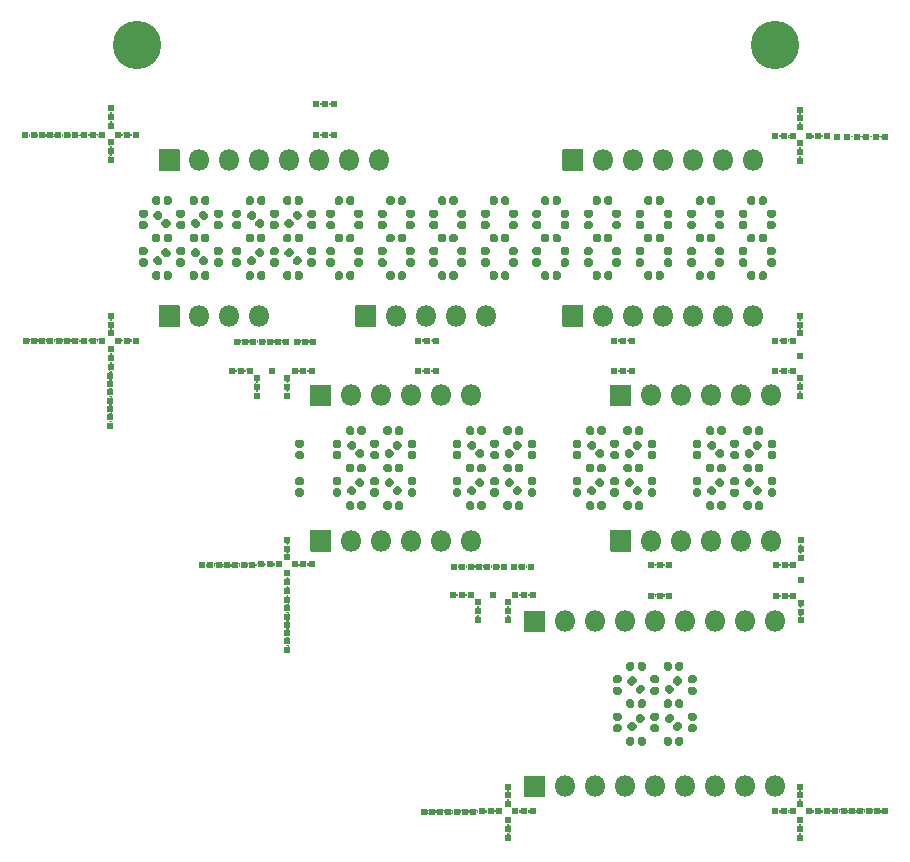
<source format=gbr>
G04 #@! TF.GenerationSoftware,KiCad,Pcbnew,(5.1.9)-1*
G04 #@! TF.CreationDate,2021-05-14T22:38:37-04:00*
G04 #@! TF.ProjectId,PanelizedDisplays,50616e65-6c69-47a6-9564-446973706c61,rev?*
G04 #@! TF.SameCoordinates,Original*
G04 #@! TF.FileFunction,Soldermask,Top*
G04 #@! TF.FilePolarity,Negative*
%FSLAX46Y46*%
G04 Gerber Fmt 4.6, Leading zero omitted, Abs format (unit mm)*
G04 Created by KiCad (PCBNEW (5.1.9)-1) date 2021-05-14 22:38:37*
%MOMM*%
%LPD*%
G01*
G04 APERTURE LIST*
%ADD10C,0.602000*%
%ADD11C,4.102000*%
%ADD12O,1.802000X1.802000*%
%ADD13C,0.100000*%
G04 APERTURE END LIST*
D10*
X94082000Y-104421000D03*
X93382000Y-104421000D03*
X94782000Y-104421000D03*
X112497000Y-123471000D03*
X111797000Y-123471000D03*
X113197000Y-123471000D03*
X107417000Y-123471000D03*
X106717000Y-123471000D03*
X108817000Y-123471000D03*
X110217000Y-123471000D03*
X109517000Y-123471000D03*
X110917000Y-123471000D03*
X108117000Y-123471000D03*
X89002000Y-104421000D03*
X88302000Y-104421000D03*
X90402000Y-104421000D03*
X91802000Y-104421000D03*
X91102000Y-104421000D03*
X92502000Y-104421000D03*
X89702000Y-104421000D03*
X77607000Y-107336000D03*
X77607000Y-108736000D03*
X77607000Y-108036000D03*
X77607000Y-110136000D03*
X77607000Y-109436000D03*
X77607000Y-110836000D03*
X77607000Y-111536000D03*
X92587000Y-126316000D03*
X92587000Y-127716000D03*
X92587000Y-127016000D03*
X92587000Y-129116000D03*
X92587000Y-128416000D03*
X92587000Y-129816000D03*
X92587000Y-130516000D03*
X108317000Y-144236000D03*
X106917000Y-144236000D03*
X107617000Y-144236000D03*
X105517000Y-144236000D03*
X106217000Y-144236000D03*
X104817000Y-144236000D03*
X104117000Y-144236000D03*
X89577000Y-123346000D03*
X88177000Y-123346000D03*
X88877000Y-123346000D03*
X86777000Y-123346000D03*
X87477000Y-123346000D03*
X86077000Y-123346000D03*
X85377000Y-123346000D03*
X74627000Y-104346000D03*
X73227000Y-104346000D03*
X73927000Y-104346000D03*
X71827000Y-104346000D03*
X72527000Y-104346000D03*
X71127000Y-104346000D03*
X70427000Y-104346000D03*
X138997000Y-144176000D03*
X140397000Y-144176000D03*
X139697000Y-144176000D03*
X141797000Y-144176000D03*
X141097000Y-144176000D03*
X142497000Y-144176000D03*
X143197000Y-144176000D03*
X143197000Y-87076000D03*
X142397000Y-87076000D03*
X141597000Y-87076000D03*
X140797000Y-87076000D03*
X139997000Y-87076000D03*
X139097000Y-87076000D03*
X70397000Y-86976000D03*
X71097000Y-86976000D03*
X71797000Y-86976000D03*
X72497000Y-86976000D03*
X73197000Y-86976000D03*
X73897000Y-86976000D03*
X74597000Y-86976000D03*
D11*
X133897000Y-79276000D03*
X79897000Y-79276000D03*
D10*
X96550000Y-86937000D03*
X95050000Y-86937000D03*
X95050000Y-84337000D03*
X96550000Y-84337000D03*
X95800000Y-86937000D03*
X95800000Y-84337000D03*
X134650000Y-87037000D03*
X133900000Y-87037000D03*
X135400000Y-87037000D03*
X136000000Y-89137000D03*
X136000000Y-87637000D03*
X136000000Y-88387000D03*
X136750000Y-87037000D03*
X138250000Y-87037000D03*
X137500000Y-87037000D03*
X136000000Y-84787000D03*
X136000000Y-86287000D03*
X136000000Y-85537000D03*
X136000000Y-142850000D03*
X136000000Y-142100000D03*
X136000000Y-143600000D03*
X133900000Y-144200000D03*
X135400000Y-144200000D03*
X134650000Y-144200000D03*
X136000000Y-144950000D03*
X136000000Y-146450000D03*
X136000000Y-145700000D03*
X138250000Y-144200000D03*
X136750000Y-144200000D03*
X137500000Y-144200000D03*
X112650000Y-144200000D03*
X113400000Y-144200000D03*
X111900000Y-144200000D03*
X111300000Y-142100000D03*
X111300000Y-143600000D03*
X111300000Y-142850000D03*
X110550000Y-144200000D03*
X109050000Y-144200000D03*
X109800000Y-144200000D03*
X111300000Y-146450000D03*
X111300000Y-144950000D03*
X111300000Y-145700000D03*
X93950000Y-123300000D03*
X94700000Y-123300000D03*
X93200000Y-123300000D03*
X92600000Y-121200000D03*
X92600000Y-122700000D03*
X92600000Y-121950000D03*
X91850000Y-123300000D03*
X90350000Y-123300000D03*
X91100000Y-123300000D03*
X92600000Y-125550000D03*
X92600000Y-124050000D03*
X92600000Y-124800000D03*
X91300000Y-106900000D03*
X88650000Y-106900000D03*
X87900000Y-106900000D03*
X89400000Y-106900000D03*
X93950000Y-106900000D03*
X93200000Y-106900000D03*
X94700000Y-106900000D03*
X90000000Y-109000000D03*
X90000000Y-107500000D03*
X92600000Y-107500000D03*
X92600000Y-109000000D03*
X90000000Y-108250000D03*
X92600000Y-108250000D03*
X136000000Y-105637000D03*
X136000000Y-102987000D03*
X136000000Y-102237000D03*
X136000000Y-103737000D03*
X136000000Y-108287000D03*
X136000000Y-107537000D03*
X136000000Y-109037000D03*
X133900000Y-104337000D03*
X135400000Y-104337000D03*
X135400000Y-106937000D03*
X133900000Y-106937000D03*
X134650000Y-104337000D03*
X134650000Y-106937000D03*
X110000000Y-125900000D03*
X107350000Y-125900000D03*
X106600000Y-125900000D03*
X108100000Y-125900000D03*
X112650000Y-125900000D03*
X111900000Y-125900000D03*
X113400000Y-125900000D03*
X108700000Y-128000000D03*
X108700000Y-126500000D03*
X111300000Y-126500000D03*
X111300000Y-128000000D03*
X108700000Y-127250000D03*
X111300000Y-127250000D03*
X78987500Y-104337000D03*
X79737500Y-104337000D03*
X78237500Y-104337000D03*
X77637500Y-102237000D03*
X77637500Y-103737000D03*
X77637500Y-102987000D03*
X76887500Y-104337000D03*
X75387500Y-104337000D03*
X76137500Y-104337000D03*
X77637500Y-106587000D03*
X77637500Y-105087000D03*
X77637500Y-105837000D03*
X77637500Y-88287000D03*
X77637500Y-89037000D03*
X77637500Y-87537000D03*
X79737500Y-86937000D03*
X78237500Y-86937000D03*
X78987500Y-86937000D03*
X77637500Y-86187000D03*
X77637500Y-84687000D03*
X77637500Y-85437000D03*
X75387500Y-86937000D03*
X76887500Y-86937000D03*
X76137500Y-86937000D03*
X124887500Y-125937000D03*
X123387500Y-125937000D03*
X123387500Y-123337000D03*
X124887500Y-123337000D03*
X124137500Y-125937000D03*
X124137500Y-123337000D03*
X105187500Y-106937000D03*
X103687500Y-106937000D03*
X103687500Y-104337000D03*
X105187500Y-104337000D03*
X104437500Y-106937000D03*
X104437500Y-104337000D03*
X121787500Y-106937000D03*
X120287500Y-106937000D03*
X120287500Y-104337000D03*
X121787500Y-104337000D03*
X121037500Y-106937000D03*
X121037500Y-104337000D03*
X136037500Y-124637000D03*
X136037500Y-121987000D03*
X136037500Y-121237000D03*
X136037500Y-122737000D03*
X136037500Y-127287000D03*
X136037500Y-126537000D03*
X136037500Y-128037000D03*
X133937500Y-123337000D03*
X135437500Y-123337000D03*
X135437500Y-125937000D03*
X133937500Y-125937000D03*
X134687500Y-123337000D03*
X134687500Y-125937000D03*
G36*
G01*
X120324000Y-132674500D02*
X120720000Y-132674500D01*
G75*
G02*
X120893000Y-132847500I0J-173000D01*
G01*
X120893000Y-133193500D01*
G75*
G02*
X120720000Y-133366500I-173000J0D01*
G01*
X120324000Y-133366500D01*
G75*
G02*
X120151000Y-133193500I0J173000D01*
G01*
X120151000Y-132847500D01*
G75*
G02*
X120324000Y-132674500I173000J0D01*
G01*
G37*
G36*
G01*
X120324000Y-133644500D02*
X120720000Y-133644500D01*
G75*
G02*
X120893000Y-133817500I0J-173000D01*
G01*
X120893000Y-134163500D01*
G75*
G02*
X120720000Y-134336500I-173000J0D01*
G01*
X120324000Y-134336500D01*
G75*
G02*
X120151000Y-134163500I0J173000D01*
G01*
X120151000Y-133817500D01*
G75*
G02*
X120324000Y-133644500I173000J0D01*
G01*
G37*
D12*
X133860500Y-142079500D03*
X131320500Y-142079500D03*
X128780500Y-142079500D03*
X126240500Y-142079500D03*
X123700500Y-142079500D03*
X121160500Y-142079500D03*
X118620500Y-142079500D03*
X116080500Y-142079500D03*
G36*
G01*
X114390500Y-142980500D02*
X112690500Y-142980500D01*
G75*
G02*
X112639500Y-142929500I0J51000D01*
G01*
X112639500Y-141229500D01*
G75*
G02*
X112690500Y-141178500I51000J0D01*
G01*
X114390500Y-141178500D01*
G75*
G02*
X114441500Y-141229500I0J-51000D01*
G01*
X114441500Y-142929500D01*
G75*
G02*
X114390500Y-142980500I-51000J0D01*
G01*
G37*
X133860500Y-128109500D03*
X131320500Y-128109500D03*
X128780500Y-128109500D03*
X126240500Y-128109500D03*
X123700500Y-128109500D03*
X121160500Y-128109500D03*
X118620500Y-128109500D03*
X116080500Y-128109500D03*
G36*
G01*
X114390500Y-129010500D02*
X112690500Y-129010500D01*
G75*
G02*
X112639500Y-128959500I0J51000D01*
G01*
X112639500Y-127259500D01*
G75*
G02*
X112690500Y-127208500I51000J0D01*
G01*
X114390500Y-127208500D01*
G75*
G02*
X114441500Y-127259500I0J-51000D01*
G01*
X114441500Y-128959500D01*
G75*
G02*
X114390500Y-129010500I-51000J0D01*
G01*
G37*
G36*
G01*
X124453500Y-132116000D02*
X124453500Y-131720000D01*
G75*
G02*
X124626500Y-131547000I173000J0D01*
G01*
X124972500Y-131547000D01*
G75*
G02*
X125145500Y-131720000I0J-173000D01*
G01*
X125145500Y-132116000D01*
G75*
G02*
X124972500Y-132289000I-173000J0D01*
G01*
X124626500Y-132289000D01*
G75*
G02*
X124453500Y-132116000I0J173000D01*
G01*
G37*
G36*
G01*
X125423500Y-132116000D02*
X125423500Y-131720000D01*
G75*
G02*
X125596500Y-131547000I173000J0D01*
G01*
X125942500Y-131547000D01*
G75*
G02*
X126115500Y-131720000I0J-173000D01*
G01*
X126115500Y-132116000D01*
G75*
G02*
X125942500Y-132289000I-173000J0D01*
G01*
X125596500Y-132289000D01*
G75*
G02*
X125423500Y-132116000I0J173000D01*
G01*
G37*
G36*
G01*
X126674000Y-132674500D02*
X127070000Y-132674500D01*
G75*
G02*
X127243000Y-132847500I0J-173000D01*
G01*
X127243000Y-133193500D01*
G75*
G02*
X127070000Y-133366500I-173000J0D01*
G01*
X126674000Y-133366500D01*
G75*
G02*
X126501000Y-133193500I0J173000D01*
G01*
X126501000Y-132847500D01*
G75*
G02*
X126674000Y-132674500I173000J0D01*
G01*
G37*
G36*
G01*
X126674000Y-133644500D02*
X127070000Y-133644500D01*
G75*
G02*
X127243000Y-133817500I0J-173000D01*
G01*
X127243000Y-134163500D01*
G75*
G02*
X127070000Y-134336500I-173000J0D01*
G01*
X126674000Y-134336500D01*
G75*
G02*
X126501000Y-134163500I0J173000D01*
G01*
X126501000Y-133817500D01*
G75*
G02*
X126674000Y-133644500I173000J0D01*
G01*
G37*
G36*
G01*
X125046204Y-133463781D02*
X125326219Y-133743796D01*
G75*
G02*
X125326219Y-133988454I-122329J-122329D01*
G01*
X125081560Y-134233113D01*
G75*
G02*
X124836902Y-134233113I-122329J122329D01*
G01*
X124556887Y-133953098D01*
G75*
G02*
X124556887Y-133708440I122329J122329D01*
G01*
X124801546Y-133463781D01*
G75*
G02*
X125046204Y-133463781I122329J-122329D01*
G01*
G37*
G36*
G01*
X125732098Y-132777887D02*
X126012113Y-133057902D01*
G75*
G02*
X126012113Y-133302560I-122329J-122329D01*
G01*
X125767454Y-133547219D01*
G75*
G02*
X125522796Y-133547219I-122329J122329D01*
G01*
X125242781Y-133267204D01*
G75*
G02*
X125242781Y-133022546I122329J122329D01*
G01*
X125487440Y-132777887D01*
G75*
G02*
X125732098Y-132777887I122329J-122329D01*
G01*
G37*
G36*
G01*
X124453500Y-138466000D02*
X124453500Y-138070000D01*
G75*
G02*
X124626500Y-137897000I173000J0D01*
G01*
X124972500Y-137897000D01*
G75*
G02*
X125145500Y-138070000I0J-173000D01*
G01*
X125145500Y-138466000D01*
G75*
G02*
X124972500Y-138639000I-173000J0D01*
G01*
X124626500Y-138639000D01*
G75*
G02*
X124453500Y-138466000I0J173000D01*
G01*
G37*
G36*
G01*
X125423500Y-138466000D02*
X125423500Y-138070000D01*
G75*
G02*
X125596500Y-137897000I173000J0D01*
G01*
X125942500Y-137897000D01*
G75*
G02*
X126115500Y-138070000I0J-173000D01*
G01*
X126115500Y-138466000D01*
G75*
G02*
X125942500Y-138639000I-173000J0D01*
G01*
X125596500Y-138639000D01*
G75*
G02*
X125423500Y-138466000I0J173000D01*
G01*
G37*
G36*
G01*
X124556887Y-136232902D02*
X124836902Y-135952887D01*
G75*
G02*
X125081560Y-135952887I122329J-122329D01*
G01*
X125326219Y-136197546D01*
G75*
G02*
X125326219Y-136442204I-122329J-122329D01*
G01*
X125046204Y-136722219D01*
G75*
G02*
X124801546Y-136722219I-122329J122329D01*
G01*
X124556887Y-136477560D01*
G75*
G02*
X124556887Y-136232902I122329J122329D01*
G01*
G37*
G36*
G01*
X125242781Y-136918796D02*
X125522796Y-136638781D01*
G75*
G02*
X125767454Y-136638781I122329J-122329D01*
G01*
X126012113Y-136883440D01*
G75*
G02*
X126012113Y-137128098I-122329J-122329D01*
G01*
X125732098Y-137408113D01*
G75*
G02*
X125487440Y-137408113I-122329J122329D01*
G01*
X125242781Y-137163454D01*
G75*
G02*
X125242781Y-136918796I122329J122329D01*
G01*
G37*
G36*
G01*
X122557098Y-135952887D02*
X122837113Y-136232902D01*
G75*
G02*
X122837113Y-136477560I-122329J-122329D01*
G01*
X122592454Y-136722219D01*
G75*
G02*
X122347796Y-136722219I-122329J122329D01*
G01*
X122067781Y-136442204D01*
G75*
G02*
X122067781Y-136197546I122329J122329D01*
G01*
X122312440Y-135952887D01*
G75*
G02*
X122557098Y-135952887I122329J-122329D01*
G01*
G37*
G36*
G01*
X121871204Y-136638781D02*
X122151219Y-136918796D01*
G75*
G02*
X122151219Y-137163454I-122329J-122329D01*
G01*
X121906560Y-137408113D01*
G75*
G02*
X121661902Y-137408113I-122329J122329D01*
G01*
X121381887Y-137128098D01*
G75*
G02*
X121381887Y-136883440I122329J122329D01*
G01*
X121626546Y-136638781D01*
G75*
G02*
X121871204Y-136638781I122329J-122329D01*
G01*
G37*
G36*
G01*
X122067781Y-133743796D02*
X122347796Y-133463781D01*
G75*
G02*
X122592454Y-133463781I122329J-122329D01*
G01*
X122837113Y-133708440D01*
G75*
G02*
X122837113Y-133953098I-122329J-122329D01*
G01*
X122557098Y-134233113D01*
G75*
G02*
X122312440Y-134233113I-122329J122329D01*
G01*
X122067781Y-133988454D01*
G75*
G02*
X122067781Y-133743796I122329J122329D01*
G01*
G37*
G36*
G01*
X121381887Y-133057902D02*
X121661902Y-132777887D01*
G75*
G02*
X121906560Y-132777887I122329J-122329D01*
G01*
X122151219Y-133022546D01*
G75*
G02*
X122151219Y-133267204I-122329J-122329D01*
G01*
X121871204Y-133547219D01*
G75*
G02*
X121626546Y-133547219I-122329J122329D01*
G01*
X121381887Y-133302560D01*
G75*
G02*
X121381887Y-133057902I122329J122329D01*
G01*
G37*
G36*
G01*
X122940500Y-134895000D02*
X122940500Y-135291000D01*
G75*
G02*
X122767500Y-135464000I-173000J0D01*
G01*
X122421500Y-135464000D01*
G75*
G02*
X122248500Y-135291000I0J173000D01*
G01*
X122248500Y-134895000D01*
G75*
G02*
X122421500Y-134722000I173000J0D01*
G01*
X122767500Y-134722000D01*
G75*
G02*
X122940500Y-134895000I0J-173000D01*
G01*
G37*
G36*
G01*
X121970500Y-134895000D02*
X121970500Y-135291000D01*
G75*
G02*
X121797500Y-135464000I-173000J0D01*
G01*
X121451500Y-135464000D01*
G75*
G02*
X121278500Y-135291000I0J173000D01*
G01*
X121278500Y-134895000D01*
G75*
G02*
X121451500Y-134722000I173000J0D01*
G01*
X121797500Y-134722000D01*
G75*
G02*
X121970500Y-134895000I0J-173000D01*
G01*
G37*
G36*
G01*
X122940500Y-138070000D02*
X122940500Y-138466000D01*
G75*
G02*
X122767500Y-138639000I-173000J0D01*
G01*
X122421500Y-138639000D01*
G75*
G02*
X122248500Y-138466000I0J173000D01*
G01*
X122248500Y-138070000D01*
G75*
G02*
X122421500Y-137897000I173000J0D01*
G01*
X122767500Y-137897000D01*
G75*
G02*
X122940500Y-138070000I0J-173000D01*
G01*
G37*
G36*
G01*
X121970500Y-138070000D02*
X121970500Y-138466000D01*
G75*
G02*
X121797500Y-138639000I-173000J0D01*
G01*
X121451500Y-138639000D01*
G75*
G02*
X121278500Y-138466000I0J173000D01*
G01*
X121278500Y-138070000D01*
G75*
G02*
X121451500Y-137897000I173000J0D01*
G01*
X121797500Y-137897000D01*
G75*
G02*
X121970500Y-138070000I0J-173000D01*
G01*
G37*
G36*
G01*
X123499000Y-132674500D02*
X123895000Y-132674500D01*
G75*
G02*
X124068000Y-132847500I0J-173000D01*
G01*
X124068000Y-133193500D01*
G75*
G02*
X123895000Y-133366500I-173000J0D01*
G01*
X123499000Y-133366500D01*
G75*
G02*
X123326000Y-133193500I0J173000D01*
G01*
X123326000Y-132847500D01*
G75*
G02*
X123499000Y-132674500I173000J0D01*
G01*
G37*
G36*
G01*
X123499000Y-133644500D02*
X123895000Y-133644500D01*
G75*
G02*
X124068000Y-133817500I0J-173000D01*
G01*
X124068000Y-134163500D01*
G75*
G02*
X123895000Y-134336500I-173000J0D01*
G01*
X123499000Y-134336500D01*
G75*
G02*
X123326000Y-134163500I0J173000D01*
G01*
X123326000Y-133817500D01*
G75*
G02*
X123499000Y-133644500I173000J0D01*
G01*
G37*
G36*
G01*
X124453500Y-135291000D02*
X124453500Y-134895000D01*
G75*
G02*
X124626500Y-134722000I173000J0D01*
G01*
X124972500Y-134722000D01*
G75*
G02*
X125145500Y-134895000I0J-173000D01*
G01*
X125145500Y-135291000D01*
G75*
G02*
X124972500Y-135464000I-173000J0D01*
G01*
X124626500Y-135464000D01*
G75*
G02*
X124453500Y-135291000I0J173000D01*
G01*
G37*
G36*
G01*
X125423500Y-135291000D02*
X125423500Y-134895000D01*
G75*
G02*
X125596500Y-134722000I173000J0D01*
G01*
X125942500Y-134722000D01*
G75*
G02*
X126115500Y-134895000I0J-173000D01*
G01*
X126115500Y-135291000D01*
G75*
G02*
X125942500Y-135464000I-173000J0D01*
G01*
X125596500Y-135464000D01*
G75*
G02*
X125423500Y-135291000I0J173000D01*
G01*
G37*
G36*
G01*
X123499000Y-136819500D02*
X123895000Y-136819500D01*
G75*
G02*
X124068000Y-136992500I0J-173000D01*
G01*
X124068000Y-137338500D01*
G75*
G02*
X123895000Y-137511500I-173000J0D01*
G01*
X123499000Y-137511500D01*
G75*
G02*
X123326000Y-137338500I0J173000D01*
G01*
X123326000Y-136992500D01*
G75*
G02*
X123499000Y-136819500I173000J0D01*
G01*
G37*
G36*
G01*
X123499000Y-135849500D02*
X123895000Y-135849500D01*
G75*
G02*
X124068000Y-136022500I0J-173000D01*
G01*
X124068000Y-136368500D01*
G75*
G02*
X123895000Y-136541500I-173000J0D01*
G01*
X123499000Y-136541500D01*
G75*
G02*
X123326000Y-136368500I0J173000D01*
G01*
X123326000Y-136022500D01*
G75*
G02*
X123499000Y-135849500I173000J0D01*
G01*
G37*
G36*
G01*
X120324000Y-136819500D02*
X120720000Y-136819500D01*
G75*
G02*
X120893000Y-136992500I0J-173000D01*
G01*
X120893000Y-137338500D01*
G75*
G02*
X120720000Y-137511500I-173000J0D01*
G01*
X120324000Y-137511500D01*
G75*
G02*
X120151000Y-137338500I0J173000D01*
G01*
X120151000Y-136992500D01*
G75*
G02*
X120324000Y-136819500I173000J0D01*
G01*
G37*
G36*
G01*
X120324000Y-135849500D02*
X120720000Y-135849500D01*
G75*
G02*
X120893000Y-136022500I0J-173000D01*
G01*
X120893000Y-136368500D01*
G75*
G02*
X120720000Y-136541500I-173000J0D01*
G01*
X120324000Y-136541500D01*
G75*
G02*
X120151000Y-136368500I0J173000D01*
G01*
X120151000Y-136022500D01*
G75*
G02*
X120324000Y-135849500I173000J0D01*
G01*
G37*
G36*
G01*
X121970500Y-131720000D02*
X121970500Y-132116000D01*
G75*
G02*
X121797500Y-132289000I-173000J0D01*
G01*
X121451500Y-132289000D01*
G75*
G02*
X121278500Y-132116000I0J173000D01*
G01*
X121278500Y-131720000D01*
G75*
G02*
X121451500Y-131547000I173000J0D01*
G01*
X121797500Y-131547000D01*
G75*
G02*
X121970500Y-131720000I0J-173000D01*
G01*
G37*
G36*
G01*
X122940500Y-131720000D02*
X122940500Y-132116000D01*
G75*
G02*
X122767500Y-132289000I-173000J0D01*
G01*
X122421500Y-132289000D01*
G75*
G02*
X122248500Y-132116000I0J173000D01*
G01*
X122248500Y-131720000D01*
G75*
G02*
X122421500Y-131547000I173000J0D01*
G01*
X122767500Y-131547000D01*
G75*
G02*
X122940500Y-131720000I0J-173000D01*
G01*
G37*
G36*
G01*
X126674000Y-136819500D02*
X127070000Y-136819500D01*
G75*
G02*
X127243000Y-136992500I0J-173000D01*
G01*
X127243000Y-137338500D01*
G75*
G02*
X127070000Y-137511500I-173000J0D01*
G01*
X126674000Y-137511500D01*
G75*
G02*
X126501000Y-137338500I0J173000D01*
G01*
X126501000Y-136992500D01*
G75*
G02*
X126674000Y-136819500I173000J0D01*
G01*
G37*
G36*
G01*
X126674000Y-135849500D02*
X127070000Y-135849500D01*
G75*
G02*
X127243000Y-136022500I0J-173000D01*
G01*
X127243000Y-136368500D01*
G75*
G02*
X127070000Y-136541500I-173000J0D01*
G01*
X126674000Y-136541500D01*
G75*
G02*
X126501000Y-136368500I0J173000D01*
G01*
X126501000Y-136022500D01*
G75*
G02*
X126674000Y-135849500I173000J0D01*
G01*
G37*
X109393000Y-102262000D03*
X106853000Y-102262000D03*
X104313000Y-102262000D03*
X101773000Y-102262000D03*
G36*
G01*
X100083000Y-103163000D02*
X98383000Y-103163000D01*
G75*
G02*
X98332000Y-103112000I0J51000D01*
G01*
X98332000Y-101412000D01*
G75*
G02*
X98383000Y-101361000I51000J0D01*
G01*
X100083000Y-101361000D01*
G75*
G02*
X100134000Y-101412000I0J-51000D01*
G01*
X100134000Y-103112000D01*
G75*
G02*
X100083000Y-103163000I-51000J0D01*
G01*
G37*
X131999000Y-102262000D03*
X129459000Y-102262000D03*
X126919000Y-102262000D03*
X124379000Y-102262000D03*
X121839000Y-102262000D03*
X119299000Y-102262000D03*
G36*
G01*
X117609000Y-103163000D02*
X115909000Y-103163000D01*
G75*
G02*
X115858000Y-103112000I0J51000D01*
G01*
X115858000Y-101412000D01*
G75*
G02*
X115909000Y-101361000I51000J0D01*
G01*
X117609000Y-101361000D01*
G75*
G02*
X117660000Y-101412000I0J-51000D01*
G01*
X117660000Y-103112000D01*
G75*
G02*
X117609000Y-103163000I-51000J0D01*
G01*
G37*
X131999000Y-89054000D03*
X129459000Y-89054000D03*
X126919000Y-89054000D03*
X124379000Y-89054000D03*
X121839000Y-89054000D03*
X119299000Y-89054000D03*
G36*
G01*
X117609000Y-89955000D02*
X115909000Y-89955000D01*
G75*
G02*
X115858000Y-89904000I0J51000D01*
G01*
X115858000Y-88204000D01*
G75*
G02*
X115909000Y-88153000I51000J0D01*
G01*
X117609000Y-88153000D01*
G75*
G02*
X117660000Y-88204000I0J-51000D01*
G01*
X117660000Y-89904000D01*
G75*
G02*
X117609000Y-89955000I-51000J0D01*
G01*
G37*
X90216000Y-102262000D03*
X87676000Y-102262000D03*
X85136000Y-102262000D03*
G36*
G01*
X83446000Y-103163000D02*
X81746000Y-103163000D01*
G75*
G02*
X81695000Y-103112000I0J51000D01*
G01*
X81695000Y-101412000D01*
G75*
G02*
X81746000Y-101361000I51000J0D01*
G01*
X83446000Y-101361000D01*
G75*
G02*
X83497000Y-101412000I0J-51000D01*
G01*
X83497000Y-103112000D01*
G75*
G02*
X83446000Y-103163000I-51000J0D01*
G01*
G37*
X100376000Y-89054000D03*
X97836000Y-89054000D03*
X95296000Y-89054000D03*
X92756000Y-89054000D03*
X90216000Y-89054000D03*
X87676000Y-89054000D03*
X85136000Y-89054000D03*
G36*
G01*
X83446000Y-89955000D02*
X81746000Y-89955000D01*
G75*
G02*
X81695000Y-89904000I0J51000D01*
G01*
X81695000Y-88204000D01*
G75*
G02*
X81746000Y-88153000I51000J0D01*
G01*
X83446000Y-88153000D01*
G75*
G02*
X83497000Y-88204000I0J-51000D01*
G01*
X83497000Y-89904000D01*
G75*
G02*
X83446000Y-89955000I-51000J0D01*
G01*
G37*
G36*
G01*
X91684000Y-93938500D02*
X91288000Y-93938500D01*
G75*
G02*
X91115000Y-93765500I0J173000D01*
G01*
X91115000Y-93419500D01*
G75*
G02*
X91288000Y-93246500I173000J0D01*
G01*
X91684000Y-93246500D01*
G75*
G02*
X91857000Y-93419500I0J-173000D01*
G01*
X91857000Y-93765500D01*
G75*
G02*
X91684000Y-93938500I-173000J0D01*
G01*
G37*
G36*
G01*
X91684000Y-94908500D02*
X91288000Y-94908500D01*
G75*
G02*
X91115000Y-94735500I0J173000D01*
G01*
X91115000Y-94389500D01*
G75*
G02*
X91288000Y-94216500I173000J0D01*
G01*
X91684000Y-94216500D01*
G75*
G02*
X91857000Y-94389500I0J-173000D01*
G01*
X91857000Y-94735500D01*
G75*
G02*
X91684000Y-94908500I-173000J0D01*
G01*
G37*
G36*
G01*
X92934500Y-92292000D02*
X92934500Y-92688000D01*
G75*
G02*
X92761500Y-92861000I-173000J0D01*
G01*
X92415500Y-92861000D01*
G75*
G02*
X92242500Y-92688000I0J173000D01*
G01*
X92242500Y-92292000D01*
G75*
G02*
X92415500Y-92119000I173000J0D01*
G01*
X92761500Y-92119000D01*
G75*
G02*
X92934500Y-92292000I0J-173000D01*
G01*
G37*
G36*
G01*
X93904500Y-92292000D02*
X93904500Y-92688000D01*
G75*
G02*
X93731500Y-92861000I-173000J0D01*
G01*
X93385500Y-92861000D01*
G75*
G02*
X93212500Y-92688000I0J173000D01*
G01*
X93212500Y-92292000D01*
G75*
G02*
X93385500Y-92119000I173000J0D01*
G01*
X93731500Y-92119000D01*
G75*
G02*
X93904500Y-92292000I0J-173000D01*
G01*
G37*
G36*
G01*
X89759500Y-98642000D02*
X89759500Y-99038000D01*
G75*
G02*
X89586500Y-99211000I-173000J0D01*
G01*
X89240500Y-99211000D01*
G75*
G02*
X89067500Y-99038000I0J173000D01*
G01*
X89067500Y-98642000D01*
G75*
G02*
X89240500Y-98469000I173000J0D01*
G01*
X89586500Y-98469000D01*
G75*
G02*
X89759500Y-98642000I0J-173000D01*
G01*
G37*
G36*
G01*
X90729500Y-98642000D02*
X90729500Y-99038000D01*
G75*
G02*
X90556500Y-99211000I-173000J0D01*
G01*
X90210500Y-99211000D01*
G75*
G02*
X90037500Y-99038000I0J173000D01*
G01*
X90037500Y-98642000D01*
G75*
G02*
X90210500Y-98469000I173000J0D01*
G01*
X90556500Y-98469000D01*
G75*
G02*
X90729500Y-98642000I0J-173000D01*
G01*
G37*
G36*
G01*
X89660204Y-97210781D02*
X89940219Y-97490796D01*
G75*
G02*
X89940219Y-97735454I-122329J-122329D01*
G01*
X89695560Y-97980113D01*
G75*
G02*
X89450902Y-97980113I-122329J122329D01*
G01*
X89170887Y-97700098D01*
G75*
G02*
X89170887Y-97455440I122329J122329D01*
G01*
X89415546Y-97210781D01*
G75*
G02*
X89660204Y-97210781I122329J-122329D01*
G01*
G37*
G36*
G01*
X90346098Y-96524887D02*
X90626113Y-96804902D01*
G75*
G02*
X90626113Y-97049560I-122329J-122329D01*
G01*
X90381454Y-97294219D01*
G75*
G02*
X90136796Y-97294219I-122329J122329D01*
G01*
X89856781Y-97014204D01*
G75*
G02*
X89856781Y-96769546I122329J122329D01*
G01*
X90101440Y-96524887D01*
G75*
G02*
X90346098Y-96524887I122329J-122329D01*
G01*
G37*
G36*
G01*
X92934500Y-95467000D02*
X92934500Y-95863000D01*
G75*
G02*
X92761500Y-96036000I-173000J0D01*
G01*
X92415500Y-96036000D01*
G75*
G02*
X92242500Y-95863000I0J173000D01*
G01*
X92242500Y-95467000D01*
G75*
G02*
X92415500Y-95294000I173000J0D01*
G01*
X92761500Y-95294000D01*
G75*
G02*
X92934500Y-95467000I0J-173000D01*
G01*
G37*
G36*
G01*
X93904500Y-95467000D02*
X93904500Y-95863000D01*
G75*
G02*
X93731500Y-96036000I-173000J0D01*
G01*
X93385500Y-96036000D01*
G75*
G02*
X93212500Y-95863000I0J173000D01*
G01*
X93212500Y-95467000D01*
G75*
G02*
X93385500Y-95294000I173000J0D01*
G01*
X93731500Y-95294000D01*
G75*
G02*
X93904500Y-95467000I0J-173000D01*
G01*
G37*
G36*
G01*
X93115219Y-97014204D02*
X92835204Y-97294219D01*
G75*
G02*
X92590546Y-97294219I-122329J122329D01*
G01*
X92345887Y-97049560D01*
G75*
G02*
X92345887Y-96804902I122329J122329D01*
G01*
X92625902Y-96524887D01*
G75*
G02*
X92870560Y-96524887I122329J-122329D01*
G01*
X93115219Y-96769546D01*
G75*
G02*
X93115219Y-97014204I-122329J-122329D01*
G01*
G37*
G36*
G01*
X93801113Y-97700098D02*
X93521098Y-97980113D01*
G75*
G02*
X93276440Y-97980113I-122329J122329D01*
G01*
X93031781Y-97735454D01*
G75*
G02*
X93031781Y-97490796I122329J122329D01*
G01*
X93311796Y-97210781D01*
G75*
G02*
X93556454Y-97210781I122329J-122329D01*
G01*
X93801113Y-97455440D01*
G75*
G02*
X93801113Y-97700098I-122329J-122329D01*
G01*
G37*
G36*
G01*
X92835204Y-94035781D02*
X93115219Y-94315796D01*
G75*
G02*
X93115219Y-94560454I-122329J-122329D01*
G01*
X92870560Y-94805113D01*
G75*
G02*
X92625902Y-94805113I-122329J122329D01*
G01*
X92345887Y-94525098D01*
G75*
G02*
X92345887Y-94280440I122329J122329D01*
G01*
X92590546Y-94035781D01*
G75*
G02*
X92835204Y-94035781I122329J-122329D01*
G01*
G37*
G36*
G01*
X93521098Y-93349887D02*
X93801113Y-93629902D01*
G75*
G02*
X93801113Y-93874560I-122329J-122329D01*
G01*
X93556454Y-94119219D01*
G75*
G02*
X93311796Y-94119219I-122329J122329D01*
G01*
X93031781Y-93839204D01*
G75*
G02*
X93031781Y-93594546I122329J122329D01*
G01*
X93276440Y-93349887D01*
G75*
G02*
X93521098Y-93349887I122329J-122329D01*
G01*
G37*
G36*
G01*
X92934500Y-98642000D02*
X92934500Y-99038000D01*
G75*
G02*
X92761500Y-99211000I-173000J0D01*
G01*
X92415500Y-99211000D01*
G75*
G02*
X92242500Y-99038000I0J173000D01*
G01*
X92242500Y-98642000D01*
G75*
G02*
X92415500Y-98469000I173000J0D01*
G01*
X92761500Y-98469000D01*
G75*
G02*
X92934500Y-98642000I0J-173000D01*
G01*
G37*
G36*
G01*
X93904500Y-98642000D02*
X93904500Y-99038000D01*
G75*
G02*
X93731500Y-99211000I-173000J0D01*
G01*
X93385500Y-99211000D01*
G75*
G02*
X93212500Y-99038000I0J173000D01*
G01*
X93212500Y-98642000D01*
G75*
G02*
X93385500Y-98469000I173000J0D01*
G01*
X93731500Y-98469000D01*
G75*
G02*
X93904500Y-98642000I0J-173000D01*
G01*
G37*
G36*
G01*
X94859000Y-93938500D02*
X94463000Y-93938500D01*
G75*
G02*
X94290000Y-93765500I0J173000D01*
G01*
X94290000Y-93419500D01*
G75*
G02*
X94463000Y-93246500I173000J0D01*
G01*
X94859000Y-93246500D01*
G75*
G02*
X95032000Y-93419500I0J-173000D01*
G01*
X95032000Y-93765500D01*
G75*
G02*
X94859000Y-93938500I-173000J0D01*
G01*
G37*
G36*
G01*
X94859000Y-94908500D02*
X94463000Y-94908500D01*
G75*
G02*
X94290000Y-94735500I0J173000D01*
G01*
X94290000Y-94389500D01*
G75*
G02*
X94463000Y-94216500I173000J0D01*
G01*
X94859000Y-94216500D01*
G75*
G02*
X95032000Y-94389500I0J-173000D01*
G01*
X95032000Y-94735500D01*
G75*
G02*
X94859000Y-94908500I-173000J0D01*
G01*
G37*
G36*
G01*
X91288000Y-97391500D02*
X91684000Y-97391500D01*
G75*
G02*
X91857000Y-97564500I0J-173000D01*
G01*
X91857000Y-97910500D01*
G75*
G02*
X91684000Y-98083500I-173000J0D01*
G01*
X91288000Y-98083500D01*
G75*
G02*
X91115000Y-97910500I0J173000D01*
G01*
X91115000Y-97564500D01*
G75*
G02*
X91288000Y-97391500I173000J0D01*
G01*
G37*
G36*
G01*
X91288000Y-96421500D02*
X91684000Y-96421500D01*
G75*
G02*
X91857000Y-96594500I0J-173000D01*
G01*
X91857000Y-96940500D01*
G75*
G02*
X91684000Y-97113500I-173000J0D01*
G01*
X91288000Y-97113500D01*
G75*
G02*
X91115000Y-96940500I0J173000D01*
G01*
X91115000Y-96594500D01*
G75*
G02*
X91288000Y-96421500I173000J0D01*
G01*
G37*
G36*
G01*
X94463000Y-97391500D02*
X94859000Y-97391500D01*
G75*
G02*
X95032000Y-97564500I0J-173000D01*
G01*
X95032000Y-97910500D01*
G75*
G02*
X94859000Y-98083500I-173000J0D01*
G01*
X94463000Y-98083500D01*
G75*
G02*
X94290000Y-97910500I0J173000D01*
G01*
X94290000Y-97564500D01*
G75*
G02*
X94463000Y-97391500I173000J0D01*
G01*
G37*
G36*
G01*
X94463000Y-96421500D02*
X94859000Y-96421500D01*
G75*
G02*
X95032000Y-96594500I0J-173000D01*
G01*
X95032000Y-96940500D01*
G75*
G02*
X94859000Y-97113500I-173000J0D01*
G01*
X94463000Y-97113500D01*
G75*
G02*
X94290000Y-96940500I0J173000D01*
G01*
X94290000Y-96594500D01*
G75*
G02*
X94463000Y-96421500I173000J0D01*
G01*
G37*
G36*
G01*
X88509000Y-93938500D02*
X88113000Y-93938500D01*
G75*
G02*
X87940000Y-93765500I0J173000D01*
G01*
X87940000Y-93419500D01*
G75*
G02*
X88113000Y-93246500I173000J0D01*
G01*
X88509000Y-93246500D01*
G75*
G02*
X88682000Y-93419500I0J-173000D01*
G01*
X88682000Y-93765500D01*
G75*
G02*
X88509000Y-93938500I-173000J0D01*
G01*
G37*
G36*
G01*
X88509000Y-94908500D02*
X88113000Y-94908500D01*
G75*
G02*
X87940000Y-94735500I0J173000D01*
G01*
X87940000Y-94389500D01*
G75*
G02*
X88113000Y-94216500I173000J0D01*
G01*
X88509000Y-94216500D01*
G75*
G02*
X88682000Y-94389500I0J-173000D01*
G01*
X88682000Y-94735500D01*
G75*
G02*
X88509000Y-94908500I-173000J0D01*
G01*
G37*
G36*
G01*
X89759500Y-92292000D02*
X89759500Y-92688000D01*
G75*
G02*
X89586500Y-92861000I-173000J0D01*
G01*
X89240500Y-92861000D01*
G75*
G02*
X89067500Y-92688000I0J173000D01*
G01*
X89067500Y-92292000D01*
G75*
G02*
X89240500Y-92119000I173000J0D01*
G01*
X89586500Y-92119000D01*
G75*
G02*
X89759500Y-92292000I0J-173000D01*
G01*
G37*
G36*
G01*
X90729500Y-92292000D02*
X90729500Y-92688000D01*
G75*
G02*
X90556500Y-92861000I-173000J0D01*
G01*
X90210500Y-92861000D01*
G75*
G02*
X90037500Y-92688000I0J173000D01*
G01*
X90037500Y-92292000D01*
G75*
G02*
X90210500Y-92119000I173000J0D01*
G01*
X90556500Y-92119000D01*
G75*
G02*
X90729500Y-92292000I0J-173000D01*
G01*
G37*
G36*
G01*
X89759500Y-95467000D02*
X89759500Y-95863000D01*
G75*
G02*
X89586500Y-96036000I-173000J0D01*
G01*
X89240500Y-96036000D01*
G75*
G02*
X89067500Y-95863000I0J173000D01*
G01*
X89067500Y-95467000D01*
G75*
G02*
X89240500Y-95294000I173000J0D01*
G01*
X89586500Y-95294000D01*
G75*
G02*
X89759500Y-95467000I0J-173000D01*
G01*
G37*
G36*
G01*
X90729500Y-95467000D02*
X90729500Y-95863000D01*
G75*
G02*
X90556500Y-96036000I-173000J0D01*
G01*
X90210500Y-96036000D01*
G75*
G02*
X90037500Y-95863000I0J173000D01*
G01*
X90037500Y-95467000D01*
G75*
G02*
X90210500Y-95294000I173000J0D01*
G01*
X90556500Y-95294000D01*
G75*
G02*
X90729500Y-95467000I0J-173000D01*
G01*
G37*
G36*
G01*
X89940219Y-93839204D02*
X89660204Y-94119219D01*
G75*
G02*
X89415546Y-94119219I-122329J122329D01*
G01*
X89170887Y-93874560D01*
G75*
G02*
X89170887Y-93629902I122329J122329D01*
G01*
X89450902Y-93349887D01*
G75*
G02*
X89695560Y-93349887I122329J-122329D01*
G01*
X89940219Y-93594546D01*
G75*
G02*
X89940219Y-93839204I-122329J-122329D01*
G01*
G37*
G36*
G01*
X90626113Y-94525098D02*
X90346098Y-94805113D01*
G75*
G02*
X90101440Y-94805113I-122329J122329D01*
G01*
X89856781Y-94560454D01*
G75*
G02*
X89856781Y-94315796I122329J122329D01*
G01*
X90136796Y-94035781D01*
G75*
G02*
X90381454Y-94035781I122329J-122329D01*
G01*
X90626113Y-94280440D01*
G75*
G02*
X90626113Y-94525098I-122329J-122329D01*
G01*
G37*
G36*
G01*
X88113000Y-97391500D02*
X88509000Y-97391500D01*
G75*
G02*
X88682000Y-97564500I0J-173000D01*
G01*
X88682000Y-97910500D01*
G75*
G02*
X88509000Y-98083500I-173000J0D01*
G01*
X88113000Y-98083500D01*
G75*
G02*
X87940000Y-97910500I0J173000D01*
G01*
X87940000Y-97564500D01*
G75*
G02*
X88113000Y-97391500I173000J0D01*
G01*
G37*
G36*
G01*
X88113000Y-96421500D02*
X88509000Y-96421500D01*
G75*
G02*
X88682000Y-96594500I0J-173000D01*
G01*
X88682000Y-96940500D01*
G75*
G02*
X88509000Y-97113500I-173000J0D01*
G01*
X88113000Y-97113500D01*
G75*
G02*
X87940000Y-96940500I0J173000D01*
G01*
X87940000Y-96594500D01*
G75*
G02*
X88113000Y-96421500I173000J0D01*
G01*
G37*
G36*
G01*
X84911704Y-94035281D02*
X85191719Y-94315296D01*
G75*
G02*
X85191719Y-94559954I-122329J-122329D01*
G01*
X84947060Y-94804613D01*
G75*
G02*
X84702402Y-94804613I-122329J122329D01*
G01*
X84422387Y-94524598D01*
G75*
G02*
X84422387Y-94279940I122329J122329D01*
G01*
X84667046Y-94035281D01*
G75*
G02*
X84911704Y-94035281I122329J-122329D01*
G01*
G37*
G36*
G01*
X85597598Y-93349387D02*
X85877613Y-93629402D01*
G75*
G02*
X85877613Y-93874060I-122329J-122329D01*
G01*
X85632954Y-94118719D01*
G75*
G02*
X85388296Y-94118719I-122329J122329D01*
G01*
X85108281Y-93838704D01*
G75*
G02*
X85108281Y-93594046I122329J122329D01*
G01*
X85352940Y-93349387D01*
G75*
G02*
X85597598Y-93349387I122329J-122329D01*
G01*
G37*
G36*
G01*
X82016719Y-93838704D02*
X81736704Y-94118719D01*
G75*
G02*
X81492046Y-94118719I-122329J122329D01*
G01*
X81247387Y-93874060D01*
G75*
G02*
X81247387Y-93629402I122329J122329D01*
G01*
X81527402Y-93349387D01*
G75*
G02*
X81772060Y-93349387I122329J-122329D01*
G01*
X82016719Y-93594046D01*
G75*
G02*
X82016719Y-93838704I-122329J-122329D01*
G01*
G37*
G36*
G01*
X82702613Y-94524598D02*
X82422598Y-94804613D01*
G75*
G02*
X82177940Y-94804613I-122329J122329D01*
G01*
X81933281Y-94559954D01*
G75*
G02*
X81933281Y-94315296I122329J122329D01*
G01*
X82213296Y-94035281D01*
G75*
G02*
X82457954Y-94035281I122329J-122329D01*
G01*
X82702613Y-94279940D01*
G75*
G02*
X82702613Y-94524598I-122329J-122329D01*
G01*
G37*
G36*
G01*
X85191719Y-97013704D02*
X84911704Y-97293719D01*
G75*
G02*
X84667046Y-97293719I-122329J122329D01*
G01*
X84422387Y-97049060D01*
G75*
G02*
X84422387Y-96804402I122329J122329D01*
G01*
X84702402Y-96524387D01*
G75*
G02*
X84947060Y-96524387I122329J-122329D01*
G01*
X85191719Y-96769046D01*
G75*
G02*
X85191719Y-97013704I-122329J-122329D01*
G01*
G37*
G36*
G01*
X85877613Y-97699598D02*
X85597598Y-97979613D01*
G75*
G02*
X85352940Y-97979613I-122329J122329D01*
G01*
X85108281Y-97734954D01*
G75*
G02*
X85108281Y-97490296I122329J122329D01*
G01*
X85388296Y-97210281D01*
G75*
G02*
X85632954Y-97210281I122329J-122329D01*
G01*
X85877613Y-97454940D01*
G75*
G02*
X85877613Y-97699598I-122329J-122329D01*
G01*
G37*
G36*
G01*
X85011000Y-92291500D02*
X85011000Y-92687500D01*
G75*
G02*
X84838000Y-92860500I-173000J0D01*
G01*
X84492000Y-92860500D01*
G75*
G02*
X84319000Y-92687500I0J173000D01*
G01*
X84319000Y-92291500D01*
G75*
G02*
X84492000Y-92118500I173000J0D01*
G01*
X84838000Y-92118500D01*
G75*
G02*
X85011000Y-92291500I0J-173000D01*
G01*
G37*
G36*
G01*
X85981000Y-92291500D02*
X85981000Y-92687500D01*
G75*
G02*
X85808000Y-92860500I-173000J0D01*
G01*
X85462000Y-92860500D01*
G75*
G02*
X85289000Y-92687500I0J173000D01*
G01*
X85289000Y-92291500D01*
G75*
G02*
X85462000Y-92118500I173000J0D01*
G01*
X85808000Y-92118500D01*
G75*
G02*
X85981000Y-92291500I0J-173000D01*
G01*
G37*
G36*
G01*
X85011000Y-95466500D02*
X85011000Y-95862500D01*
G75*
G02*
X84838000Y-96035500I-173000J0D01*
G01*
X84492000Y-96035500D01*
G75*
G02*
X84319000Y-95862500I0J173000D01*
G01*
X84319000Y-95466500D01*
G75*
G02*
X84492000Y-95293500I173000J0D01*
G01*
X84838000Y-95293500D01*
G75*
G02*
X85011000Y-95466500I0J-173000D01*
G01*
G37*
G36*
G01*
X85981000Y-95466500D02*
X85981000Y-95862500D01*
G75*
G02*
X85808000Y-96035500I-173000J0D01*
G01*
X85462000Y-96035500D01*
G75*
G02*
X85289000Y-95862500I0J173000D01*
G01*
X85289000Y-95466500D01*
G75*
G02*
X85462000Y-95293500I173000J0D01*
G01*
X85808000Y-95293500D01*
G75*
G02*
X85981000Y-95466500I0J-173000D01*
G01*
G37*
G36*
G01*
X83364500Y-97391000D02*
X83760500Y-97391000D01*
G75*
G02*
X83933500Y-97564000I0J-173000D01*
G01*
X83933500Y-97910000D01*
G75*
G02*
X83760500Y-98083000I-173000J0D01*
G01*
X83364500Y-98083000D01*
G75*
G02*
X83191500Y-97910000I0J173000D01*
G01*
X83191500Y-97564000D01*
G75*
G02*
X83364500Y-97391000I173000J0D01*
G01*
G37*
G36*
G01*
X83364500Y-96421000D02*
X83760500Y-96421000D01*
G75*
G02*
X83933500Y-96594000I0J-173000D01*
G01*
X83933500Y-96940000D01*
G75*
G02*
X83760500Y-97113000I-173000J0D01*
G01*
X83364500Y-97113000D01*
G75*
G02*
X83191500Y-96940000I0J173000D01*
G01*
X83191500Y-96594000D01*
G75*
G02*
X83364500Y-96421000I173000J0D01*
G01*
G37*
G36*
G01*
X81836000Y-95466500D02*
X81836000Y-95862500D01*
G75*
G02*
X81663000Y-96035500I-173000J0D01*
G01*
X81317000Y-96035500D01*
G75*
G02*
X81144000Y-95862500I0J173000D01*
G01*
X81144000Y-95466500D01*
G75*
G02*
X81317000Y-95293500I173000J0D01*
G01*
X81663000Y-95293500D01*
G75*
G02*
X81836000Y-95466500I0J-173000D01*
G01*
G37*
G36*
G01*
X82806000Y-95466500D02*
X82806000Y-95862500D01*
G75*
G02*
X82633000Y-96035500I-173000J0D01*
G01*
X82287000Y-96035500D01*
G75*
G02*
X82114000Y-95862500I0J173000D01*
G01*
X82114000Y-95466500D01*
G75*
G02*
X82287000Y-95293500I173000J0D01*
G01*
X82633000Y-95293500D01*
G75*
G02*
X82806000Y-95466500I0J-173000D01*
G01*
G37*
G36*
G01*
X81836000Y-98641500D02*
X81836000Y-99037500D01*
G75*
G02*
X81663000Y-99210500I-173000J0D01*
G01*
X81317000Y-99210500D01*
G75*
G02*
X81144000Y-99037500I0J173000D01*
G01*
X81144000Y-98641500D01*
G75*
G02*
X81317000Y-98468500I173000J0D01*
G01*
X81663000Y-98468500D01*
G75*
G02*
X81836000Y-98641500I0J-173000D01*
G01*
G37*
G36*
G01*
X82806000Y-98641500D02*
X82806000Y-99037500D01*
G75*
G02*
X82633000Y-99210500I-173000J0D01*
G01*
X82287000Y-99210500D01*
G75*
G02*
X82114000Y-99037500I0J173000D01*
G01*
X82114000Y-98641500D01*
G75*
G02*
X82287000Y-98468500I173000J0D01*
G01*
X82633000Y-98468500D01*
G75*
G02*
X82806000Y-98641500I0J-173000D01*
G01*
G37*
G36*
G01*
X86935500Y-93938000D02*
X86539500Y-93938000D01*
G75*
G02*
X86366500Y-93765000I0J173000D01*
G01*
X86366500Y-93419000D01*
G75*
G02*
X86539500Y-93246000I173000J0D01*
G01*
X86935500Y-93246000D01*
G75*
G02*
X87108500Y-93419000I0J-173000D01*
G01*
X87108500Y-93765000D01*
G75*
G02*
X86935500Y-93938000I-173000J0D01*
G01*
G37*
G36*
G01*
X86935500Y-94908000D02*
X86539500Y-94908000D01*
G75*
G02*
X86366500Y-94735000I0J173000D01*
G01*
X86366500Y-94389000D01*
G75*
G02*
X86539500Y-94216000I173000J0D01*
G01*
X86935500Y-94216000D01*
G75*
G02*
X87108500Y-94389000I0J-173000D01*
G01*
X87108500Y-94735000D01*
G75*
G02*
X86935500Y-94908000I-173000J0D01*
G01*
G37*
G36*
G01*
X81736704Y-97210281D02*
X82016719Y-97490296D01*
G75*
G02*
X82016719Y-97734954I-122329J-122329D01*
G01*
X81772060Y-97979613D01*
G75*
G02*
X81527402Y-97979613I-122329J122329D01*
G01*
X81247387Y-97699598D01*
G75*
G02*
X81247387Y-97454940I122329J122329D01*
G01*
X81492046Y-97210281D01*
G75*
G02*
X81736704Y-97210281I122329J-122329D01*
G01*
G37*
G36*
G01*
X82422598Y-96524387D02*
X82702613Y-96804402D01*
G75*
G02*
X82702613Y-97049060I-122329J-122329D01*
G01*
X82457954Y-97293719D01*
G75*
G02*
X82213296Y-97293719I-122329J122329D01*
G01*
X81933281Y-97013704D01*
G75*
G02*
X81933281Y-96769046I122329J122329D01*
G01*
X82177940Y-96524387D01*
G75*
G02*
X82422598Y-96524387I122329J-122329D01*
G01*
G37*
G36*
G01*
X86539500Y-97391000D02*
X86935500Y-97391000D01*
G75*
G02*
X87108500Y-97564000I0J-173000D01*
G01*
X87108500Y-97910000D01*
G75*
G02*
X86935500Y-98083000I-173000J0D01*
G01*
X86539500Y-98083000D01*
G75*
G02*
X86366500Y-97910000I0J173000D01*
G01*
X86366500Y-97564000D01*
G75*
G02*
X86539500Y-97391000I173000J0D01*
G01*
G37*
G36*
G01*
X86539500Y-96421000D02*
X86935500Y-96421000D01*
G75*
G02*
X87108500Y-96594000I0J-173000D01*
G01*
X87108500Y-96940000D01*
G75*
G02*
X86935500Y-97113000I-173000J0D01*
G01*
X86539500Y-97113000D01*
G75*
G02*
X86366500Y-96940000I0J173000D01*
G01*
X86366500Y-96594000D01*
G75*
G02*
X86539500Y-96421000I173000J0D01*
G01*
G37*
G36*
G01*
X83760500Y-93938000D02*
X83364500Y-93938000D01*
G75*
G02*
X83191500Y-93765000I0J173000D01*
G01*
X83191500Y-93419000D01*
G75*
G02*
X83364500Y-93246000I173000J0D01*
G01*
X83760500Y-93246000D01*
G75*
G02*
X83933500Y-93419000I0J-173000D01*
G01*
X83933500Y-93765000D01*
G75*
G02*
X83760500Y-93938000I-173000J0D01*
G01*
G37*
G36*
G01*
X83760500Y-94908000D02*
X83364500Y-94908000D01*
G75*
G02*
X83191500Y-94735000I0J173000D01*
G01*
X83191500Y-94389000D01*
G75*
G02*
X83364500Y-94216000I173000J0D01*
G01*
X83760500Y-94216000D01*
G75*
G02*
X83933500Y-94389000I0J-173000D01*
G01*
X83933500Y-94735000D01*
G75*
G02*
X83760500Y-94908000I-173000J0D01*
G01*
G37*
G36*
G01*
X85011000Y-98641500D02*
X85011000Y-99037500D01*
G75*
G02*
X84838000Y-99210500I-173000J0D01*
G01*
X84492000Y-99210500D01*
G75*
G02*
X84319000Y-99037500I0J173000D01*
G01*
X84319000Y-98641500D01*
G75*
G02*
X84492000Y-98468500I173000J0D01*
G01*
X84838000Y-98468500D01*
G75*
G02*
X85011000Y-98641500I0J-173000D01*
G01*
G37*
G36*
G01*
X85981000Y-98641500D02*
X85981000Y-99037500D01*
G75*
G02*
X85808000Y-99210500I-173000J0D01*
G01*
X85462000Y-99210500D01*
G75*
G02*
X85289000Y-99037500I0J173000D01*
G01*
X85289000Y-98641500D01*
G75*
G02*
X85462000Y-98468500I173000J0D01*
G01*
X85808000Y-98468500D01*
G75*
G02*
X85981000Y-98641500I0J-173000D01*
G01*
G37*
G36*
G01*
X81836000Y-92291500D02*
X81836000Y-92687500D01*
G75*
G02*
X81663000Y-92860500I-173000J0D01*
G01*
X81317000Y-92860500D01*
G75*
G02*
X81144000Y-92687500I0J173000D01*
G01*
X81144000Y-92291500D01*
G75*
G02*
X81317000Y-92118500I173000J0D01*
G01*
X81663000Y-92118500D01*
G75*
G02*
X81836000Y-92291500I0J-173000D01*
G01*
G37*
G36*
G01*
X82806000Y-92291500D02*
X82806000Y-92687500D01*
G75*
G02*
X82633000Y-92860500I-173000J0D01*
G01*
X82287000Y-92860500D01*
G75*
G02*
X82114000Y-92687500I0J173000D01*
G01*
X82114000Y-92291500D01*
G75*
G02*
X82287000Y-92118500I173000J0D01*
G01*
X82633000Y-92118500D01*
G75*
G02*
X82806000Y-92291500I0J-173000D01*
G01*
G37*
G36*
G01*
X80189500Y-97391000D02*
X80585500Y-97391000D01*
G75*
G02*
X80758500Y-97564000I0J-173000D01*
G01*
X80758500Y-97910000D01*
G75*
G02*
X80585500Y-98083000I-173000J0D01*
G01*
X80189500Y-98083000D01*
G75*
G02*
X80016500Y-97910000I0J173000D01*
G01*
X80016500Y-97564000D01*
G75*
G02*
X80189500Y-97391000I173000J0D01*
G01*
G37*
G36*
G01*
X80189500Y-96421000D02*
X80585500Y-96421000D01*
G75*
G02*
X80758500Y-96594000I0J-173000D01*
G01*
X80758500Y-96940000D01*
G75*
G02*
X80585500Y-97113000I-173000J0D01*
G01*
X80189500Y-97113000D01*
G75*
G02*
X80016500Y-96940000I0J173000D01*
G01*
X80016500Y-96594000D01*
G75*
G02*
X80189500Y-96421000I173000J0D01*
G01*
G37*
G36*
G01*
X80585500Y-93938000D02*
X80189500Y-93938000D01*
G75*
G02*
X80016500Y-93765000I0J173000D01*
G01*
X80016500Y-93419000D01*
G75*
G02*
X80189500Y-93246000I173000J0D01*
G01*
X80585500Y-93246000D01*
G75*
G02*
X80758500Y-93419000I0J-173000D01*
G01*
X80758500Y-93765000D01*
G75*
G02*
X80585500Y-93938000I-173000J0D01*
G01*
G37*
G36*
G01*
X80585500Y-94908000D02*
X80189500Y-94908000D01*
G75*
G02*
X80016500Y-94735000I0J173000D01*
G01*
X80016500Y-94389000D01*
G75*
G02*
X80189500Y-94216000I173000J0D01*
G01*
X80585500Y-94216000D01*
G75*
G02*
X80758500Y-94389000I0J-173000D01*
G01*
X80758500Y-94735000D01*
G75*
G02*
X80585500Y-94908000I-173000J0D01*
G01*
G37*
G36*
G01*
X97578125Y-92688000D02*
X97578125Y-92292000D01*
G75*
G02*
X97751125Y-92119000I173000J0D01*
G01*
X98097125Y-92119000D01*
G75*
G02*
X98270125Y-92292000I0J-173000D01*
G01*
X98270125Y-92688000D01*
G75*
G02*
X98097125Y-92861000I-173000J0D01*
G01*
X97751125Y-92861000D01*
G75*
G02*
X97578125Y-92688000I0J173000D01*
G01*
G37*
G36*
G01*
X96608125Y-92688000D02*
X96608125Y-92292000D01*
G75*
G02*
X96781125Y-92119000I173000J0D01*
G01*
X97127125Y-92119000D01*
G75*
G02*
X97300125Y-92292000I0J-173000D01*
G01*
X97300125Y-92688000D01*
G75*
G02*
X97127125Y-92861000I-173000J0D01*
G01*
X96781125Y-92861000D01*
G75*
G02*
X96608125Y-92688000I0J173000D01*
G01*
G37*
G36*
G01*
X98431750Y-94216500D02*
X98827750Y-94216500D01*
G75*
G02*
X99000750Y-94389500I0J-173000D01*
G01*
X99000750Y-94735500D01*
G75*
G02*
X98827750Y-94908500I-173000J0D01*
G01*
X98431750Y-94908500D01*
G75*
G02*
X98258750Y-94735500I0J173000D01*
G01*
X98258750Y-94389500D01*
G75*
G02*
X98431750Y-94216500I173000J0D01*
G01*
G37*
G36*
G01*
X98431750Y-93246500D02*
X98827750Y-93246500D01*
G75*
G02*
X99000750Y-93419500I0J-173000D01*
G01*
X99000750Y-93765500D01*
G75*
G02*
X98827750Y-93938500I-173000J0D01*
G01*
X98431750Y-93938500D01*
G75*
G02*
X98258750Y-93765500I0J173000D01*
G01*
X98258750Y-93419500D01*
G75*
G02*
X98431750Y-93246500I173000J0D01*
G01*
G37*
G36*
G01*
X98431750Y-97391500D02*
X98827750Y-97391500D01*
G75*
G02*
X99000750Y-97564500I0J-173000D01*
G01*
X99000750Y-97910500D01*
G75*
G02*
X98827750Y-98083500I-173000J0D01*
G01*
X98431750Y-98083500D01*
G75*
G02*
X98258750Y-97910500I0J173000D01*
G01*
X98258750Y-97564500D01*
G75*
G02*
X98431750Y-97391500I173000J0D01*
G01*
G37*
G36*
G01*
X98431750Y-96421500D02*
X98827750Y-96421500D01*
G75*
G02*
X99000750Y-96594500I0J-173000D01*
G01*
X99000750Y-96940500D01*
G75*
G02*
X98827750Y-97113500I-173000J0D01*
G01*
X98431750Y-97113500D01*
G75*
G02*
X98258750Y-96940500I0J173000D01*
G01*
X98258750Y-96594500D01*
G75*
G02*
X98431750Y-96421500I173000J0D01*
G01*
G37*
G36*
G01*
X97578125Y-99038000D02*
X97578125Y-98642000D01*
G75*
G02*
X97751125Y-98469000I173000J0D01*
G01*
X98097125Y-98469000D01*
G75*
G02*
X98270125Y-98642000I0J-173000D01*
G01*
X98270125Y-99038000D01*
G75*
G02*
X98097125Y-99211000I-173000J0D01*
G01*
X97751125Y-99211000D01*
G75*
G02*
X97578125Y-99038000I0J173000D01*
G01*
G37*
G36*
G01*
X96608125Y-99038000D02*
X96608125Y-98642000D01*
G75*
G02*
X96781125Y-98469000I173000J0D01*
G01*
X97127125Y-98469000D01*
G75*
G02*
X97300125Y-98642000I0J-173000D01*
G01*
X97300125Y-99038000D01*
G75*
G02*
X97127125Y-99211000I-173000J0D01*
G01*
X96781125Y-99211000D01*
G75*
G02*
X96608125Y-99038000I0J173000D01*
G01*
G37*
G36*
G01*
X96050500Y-97391500D02*
X96446500Y-97391500D01*
G75*
G02*
X96619500Y-97564500I0J-173000D01*
G01*
X96619500Y-97910500D01*
G75*
G02*
X96446500Y-98083500I-173000J0D01*
G01*
X96050500Y-98083500D01*
G75*
G02*
X95877500Y-97910500I0J173000D01*
G01*
X95877500Y-97564500D01*
G75*
G02*
X96050500Y-97391500I173000J0D01*
G01*
G37*
G36*
G01*
X96050500Y-96421500D02*
X96446500Y-96421500D01*
G75*
G02*
X96619500Y-96594500I0J-173000D01*
G01*
X96619500Y-96940500D01*
G75*
G02*
X96446500Y-97113500I-173000J0D01*
G01*
X96050500Y-97113500D01*
G75*
G02*
X95877500Y-96940500I0J173000D01*
G01*
X95877500Y-96594500D01*
G75*
G02*
X96050500Y-96421500I173000J0D01*
G01*
G37*
G36*
G01*
X96050500Y-94216500D02*
X96446500Y-94216500D01*
G75*
G02*
X96619500Y-94389500I0J-173000D01*
G01*
X96619500Y-94735500D01*
G75*
G02*
X96446500Y-94908500I-173000J0D01*
G01*
X96050500Y-94908500D01*
G75*
G02*
X95877500Y-94735500I0J173000D01*
G01*
X95877500Y-94389500D01*
G75*
G02*
X96050500Y-94216500I173000J0D01*
G01*
G37*
G36*
G01*
X96050500Y-93246500D02*
X96446500Y-93246500D01*
G75*
G02*
X96619500Y-93419500I0J-173000D01*
G01*
X96619500Y-93765500D01*
G75*
G02*
X96446500Y-93938500I-173000J0D01*
G01*
X96050500Y-93938500D01*
G75*
G02*
X95877500Y-93765500I0J173000D01*
G01*
X95877500Y-93419500D01*
G75*
G02*
X96050500Y-93246500I173000J0D01*
G01*
G37*
G36*
G01*
X97300125Y-95467000D02*
X97300125Y-95863000D01*
G75*
G02*
X97127125Y-96036000I-173000J0D01*
G01*
X96781125Y-96036000D01*
G75*
G02*
X96608125Y-95863000I0J173000D01*
G01*
X96608125Y-95467000D01*
G75*
G02*
X96781125Y-95294000I173000J0D01*
G01*
X97127125Y-95294000D01*
G75*
G02*
X97300125Y-95467000I0J-173000D01*
G01*
G37*
G36*
G01*
X98270125Y-95467000D02*
X98270125Y-95863000D01*
G75*
G02*
X98097125Y-96036000I-173000J0D01*
G01*
X97751125Y-96036000D01*
G75*
G02*
X97578125Y-95863000I0J173000D01*
G01*
X97578125Y-95467000D01*
G75*
G02*
X97751125Y-95294000I173000J0D01*
G01*
X98097125Y-95294000D01*
G75*
G02*
X98270125Y-95467000I0J-173000D01*
G01*
G37*
G36*
G01*
X101943750Y-92688000D02*
X101943750Y-92292000D01*
G75*
G02*
X102116750Y-92119000I173000J0D01*
G01*
X102462750Y-92119000D01*
G75*
G02*
X102635750Y-92292000I0J-173000D01*
G01*
X102635750Y-92688000D01*
G75*
G02*
X102462750Y-92861000I-173000J0D01*
G01*
X102116750Y-92861000D01*
G75*
G02*
X101943750Y-92688000I0J173000D01*
G01*
G37*
G36*
G01*
X100973750Y-92688000D02*
X100973750Y-92292000D01*
G75*
G02*
X101146750Y-92119000I173000J0D01*
G01*
X101492750Y-92119000D01*
G75*
G02*
X101665750Y-92292000I0J-173000D01*
G01*
X101665750Y-92688000D01*
G75*
G02*
X101492750Y-92861000I-173000J0D01*
G01*
X101146750Y-92861000D01*
G75*
G02*
X100973750Y-92688000I0J173000D01*
G01*
G37*
G36*
G01*
X102797375Y-94216500D02*
X103193375Y-94216500D01*
G75*
G02*
X103366375Y-94389500I0J-173000D01*
G01*
X103366375Y-94735500D01*
G75*
G02*
X103193375Y-94908500I-173000J0D01*
G01*
X102797375Y-94908500D01*
G75*
G02*
X102624375Y-94735500I0J173000D01*
G01*
X102624375Y-94389500D01*
G75*
G02*
X102797375Y-94216500I173000J0D01*
G01*
G37*
G36*
G01*
X102797375Y-93246500D02*
X103193375Y-93246500D01*
G75*
G02*
X103366375Y-93419500I0J-173000D01*
G01*
X103366375Y-93765500D01*
G75*
G02*
X103193375Y-93938500I-173000J0D01*
G01*
X102797375Y-93938500D01*
G75*
G02*
X102624375Y-93765500I0J173000D01*
G01*
X102624375Y-93419500D01*
G75*
G02*
X102797375Y-93246500I173000J0D01*
G01*
G37*
G36*
G01*
X102797375Y-97391500D02*
X103193375Y-97391500D01*
G75*
G02*
X103366375Y-97564500I0J-173000D01*
G01*
X103366375Y-97910500D01*
G75*
G02*
X103193375Y-98083500I-173000J0D01*
G01*
X102797375Y-98083500D01*
G75*
G02*
X102624375Y-97910500I0J173000D01*
G01*
X102624375Y-97564500D01*
G75*
G02*
X102797375Y-97391500I173000J0D01*
G01*
G37*
G36*
G01*
X102797375Y-96421500D02*
X103193375Y-96421500D01*
G75*
G02*
X103366375Y-96594500I0J-173000D01*
G01*
X103366375Y-96940500D01*
G75*
G02*
X103193375Y-97113500I-173000J0D01*
G01*
X102797375Y-97113500D01*
G75*
G02*
X102624375Y-96940500I0J173000D01*
G01*
X102624375Y-96594500D01*
G75*
G02*
X102797375Y-96421500I173000J0D01*
G01*
G37*
G36*
G01*
X101943750Y-99038000D02*
X101943750Y-98642000D01*
G75*
G02*
X102116750Y-98469000I173000J0D01*
G01*
X102462750Y-98469000D01*
G75*
G02*
X102635750Y-98642000I0J-173000D01*
G01*
X102635750Y-99038000D01*
G75*
G02*
X102462750Y-99211000I-173000J0D01*
G01*
X102116750Y-99211000D01*
G75*
G02*
X101943750Y-99038000I0J173000D01*
G01*
G37*
G36*
G01*
X100973750Y-99038000D02*
X100973750Y-98642000D01*
G75*
G02*
X101146750Y-98469000I173000J0D01*
G01*
X101492750Y-98469000D01*
G75*
G02*
X101665750Y-98642000I0J-173000D01*
G01*
X101665750Y-99038000D01*
G75*
G02*
X101492750Y-99211000I-173000J0D01*
G01*
X101146750Y-99211000D01*
G75*
G02*
X100973750Y-99038000I0J173000D01*
G01*
G37*
G36*
G01*
X100416125Y-97391500D02*
X100812125Y-97391500D01*
G75*
G02*
X100985125Y-97564500I0J-173000D01*
G01*
X100985125Y-97910500D01*
G75*
G02*
X100812125Y-98083500I-173000J0D01*
G01*
X100416125Y-98083500D01*
G75*
G02*
X100243125Y-97910500I0J173000D01*
G01*
X100243125Y-97564500D01*
G75*
G02*
X100416125Y-97391500I173000J0D01*
G01*
G37*
G36*
G01*
X100416125Y-96421500D02*
X100812125Y-96421500D01*
G75*
G02*
X100985125Y-96594500I0J-173000D01*
G01*
X100985125Y-96940500D01*
G75*
G02*
X100812125Y-97113500I-173000J0D01*
G01*
X100416125Y-97113500D01*
G75*
G02*
X100243125Y-96940500I0J173000D01*
G01*
X100243125Y-96594500D01*
G75*
G02*
X100416125Y-96421500I173000J0D01*
G01*
G37*
G36*
G01*
X100416125Y-94216500D02*
X100812125Y-94216500D01*
G75*
G02*
X100985125Y-94389500I0J-173000D01*
G01*
X100985125Y-94735500D01*
G75*
G02*
X100812125Y-94908500I-173000J0D01*
G01*
X100416125Y-94908500D01*
G75*
G02*
X100243125Y-94735500I0J173000D01*
G01*
X100243125Y-94389500D01*
G75*
G02*
X100416125Y-94216500I173000J0D01*
G01*
G37*
G36*
G01*
X100416125Y-93246500D02*
X100812125Y-93246500D01*
G75*
G02*
X100985125Y-93419500I0J-173000D01*
G01*
X100985125Y-93765500D01*
G75*
G02*
X100812125Y-93938500I-173000J0D01*
G01*
X100416125Y-93938500D01*
G75*
G02*
X100243125Y-93765500I0J173000D01*
G01*
X100243125Y-93419500D01*
G75*
G02*
X100416125Y-93246500I173000J0D01*
G01*
G37*
G36*
G01*
X101665750Y-95467000D02*
X101665750Y-95863000D01*
G75*
G02*
X101492750Y-96036000I-173000J0D01*
G01*
X101146750Y-96036000D01*
G75*
G02*
X100973750Y-95863000I0J173000D01*
G01*
X100973750Y-95467000D01*
G75*
G02*
X101146750Y-95294000I173000J0D01*
G01*
X101492750Y-95294000D01*
G75*
G02*
X101665750Y-95467000I0J-173000D01*
G01*
G37*
G36*
G01*
X102635750Y-95467000D02*
X102635750Y-95863000D01*
G75*
G02*
X102462750Y-96036000I-173000J0D01*
G01*
X102116750Y-96036000D01*
G75*
G02*
X101943750Y-95863000I0J173000D01*
G01*
X101943750Y-95467000D01*
G75*
G02*
X102116750Y-95294000I173000J0D01*
G01*
X102462750Y-95294000D01*
G75*
G02*
X102635750Y-95467000I0J-173000D01*
G01*
G37*
G36*
G01*
X106309375Y-92688000D02*
X106309375Y-92292000D01*
G75*
G02*
X106482375Y-92119000I173000J0D01*
G01*
X106828375Y-92119000D01*
G75*
G02*
X107001375Y-92292000I0J-173000D01*
G01*
X107001375Y-92688000D01*
G75*
G02*
X106828375Y-92861000I-173000J0D01*
G01*
X106482375Y-92861000D01*
G75*
G02*
X106309375Y-92688000I0J173000D01*
G01*
G37*
G36*
G01*
X105339375Y-92688000D02*
X105339375Y-92292000D01*
G75*
G02*
X105512375Y-92119000I173000J0D01*
G01*
X105858375Y-92119000D01*
G75*
G02*
X106031375Y-92292000I0J-173000D01*
G01*
X106031375Y-92688000D01*
G75*
G02*
X105858375Y-92861000I-173000J0D01*
G01*
X105512375Y-92861000D01*
G75*
G02*
X105339375Y-92688000I0J173000D01*
G01*
G37*
G36*
G01*
X107163000Y-94216500D02*
X107559000Y-94216500D01*
G75*
G02*
X107732000Y-94389500I0J-173000D01*
G01*
X107732000Y-94735500D01*
G75*
G02*
X107559000Y-94908500I-173000J0D01*
G01*
X107163000Y-94908500D01*
G75*
G02*
X106990000Y-94735500I0J173000D01*
G01*
X106990000Y-94389500D01*
G75*
G02*
X107163000Y-94216500I173000J0D01*
G01*
G37*
G36*
G01*
X107163000Y-93246500D02*
X107559000Y-93246500D01*
G75*
G02*
X107732000Y-93419500I0J-173000D01*
G01*
X107732000Y-93765500D01*
G75*
G02*
X107559000Y-93938500I-173000J0D01*
G01*
X107163000Y-93938500D01*
G75*
G02*
X106990000Y-93765500I0J173000D01*
G01*
X106990000Y-93419500D01*
G75*
G02*
X107163000Y-93246500I173000J0D01*
G01*
G37*
G36*
G01*
X107163000Y-97391500D02*
X107559000Y-97391500D01*
G75*
G02*
X107732000Y-97564500I0J-173000D01*
G01*
X107732000Y-97910500D01*
G75*
G02*
X107559000Y-98083500I-173000J0D01*
G01*
X107163000Y-98083500D01*
G75*
G02*
X106990000Y-97910500I0J173000D01*
G01*
X106990000Y-97564500D01*
G75*
G02*
X107163000Y-97391500I173000J0D01*
G01*
G37*
G36*
G01*
X107163000Y-96421500D02*
X107559000Y-96421500D01*
G75*
G02*
X107732000Y-96594500I0J-173000D01*
G01*
X107732000Y-96940500D01*
G75*
G02*
X107559000Y-97113500I-173000J0D01*
G01*
X107163000Y-97113500D01*
G75*
G02*
X106990000Y-96940500I0J173000D01*
G01*
X106990000Y-96594500D01*
G75*
G02*
X107163000Y-96421500I173000J0D01*
G01*
G37*
G36*
G01*
X106309375Y-99038000D02*
X106309375Y-98642000D01*
G75*
G02*
X106482375Y-98469000I173000J0D01*
G01*
X106828375Y-98469000D01*
G75*
G02*
X107001375Y-98642000I0J-173000D01*
G01*
X107001375Y-99038000D01*
G75*
G02*
X106828375Y-99211000I-173000J0D01*
G01*
X106482375Y-99211000D01*
G75*
G02*
X106309375Y-99038000I0J173000D01*
G01*
G37*
G36*
G01*
X105339375Y-99038000D02*
X105339375Y-98642000D01*
G75*
G02*
X105512375Y-98469000I173000J0D01*
G01*
X105858375Y-98469000D01*
G75*
G02*
X106031375Y-98642000I0J-173000D01*
G01*
X106031375Y-99038000D01*
G75*
G02*
X105858375Y-99211000I-173000J0D01*
G01*
X105512375Y-99211000D01*
G75*
G02*
X105339375Y-99038000I0J173000D01*
G01*
G37*
G36*
G01*
X104781750Y-97391500D02*
X105177750Y-97391500D01*
G75*
G02*
X105350750Y-97564500I0J-173000D01*
G01*
X105350750Y-97910500D01*
G75*
G02*
X105177750Y-98083500I-173000J0D01*
G01*
X104781750Y-98083500D01*
G75*
G02*
X104608750Y-97910500I0J173000D01*
G01*
X104608750Y-97564500D01*
G75*
G02*
X104781750Y-97391500I173000J0D01*
G01*
G37*
G36*
G01*
X104781750Y-96421500D02*
X105177750Y-96421500D01*
G75*
G02*
X105350750Y-96594500I0J-173000D01*
G01*
X105350750Y-96940500D01*
G75*
G02*
X105177750Y-97113500I-173000J0D01*
G01*
X104781750Y-97113500D01*
G75*
G02*
X104608750Y-96940500I0J173000D01*
G01*
X104608750Y-96594500D01*
G75*
G02*
X104781750Y-96421500I173000J0D01*
G01*
G37*
G36*
G01*
X104781750Y-94216500D02*
X105177750Y-94216500D01*
G75*
G02*
X105350750Y-94389500I0J-173000D01*
G01*
X105350750Y-94735500D01*
G75*
G02*
X105177750Y-94908500I-173000J0D01*
G01*
X104781750Y-94908500D01*
G75*
G02*
X104608750Y-94735500I0J173000D01*
G01*
X104608750Y-94389500D01*
G75*
G02*
X104781750Y-94216500I173000J0D01*
G01*
G37*
G36*
G01*
X104781750Y-93246500D02*
X105177750Y-93246500D01*
G75*
G02*
X105350750Y-93419500I0J-173000D01*
G01*
X105350750Y-93765500D01*
G75*
G02*
X105177750Y-93938500I-173000J0D01*
G01*
X104781750Y-93938500D01*
G75*
G02*
X104608750Y-93765500I0J173000D01*
G01*
X104608750Y-93419500D01*
G75*
G02*
X104781750Y-93246500I173000J0D01*
G01*
G37*
G36*
G01*
X106031375Y-95467000D02*
X106031375Y-95863000D01*
G75*
G02*
X105858375Y-96036000I-173000J0D01*
G01*
X105512375Y-96036000D01*
G75*
G02*
X105339375Y-95863000I0J173000D01*
G01*
X105339375Y-95467000D01*
G75*
G02*
X105512375Y-95294000I173000J0D01*
G01*
X105858375Y-95294000D01*
G75*
G02*
X106031375Y-95467000I0J-173000D01*
G01*
G37*
G36*
G01*
X107001375Y-95467000D02*
X107001375Y-95863000D01*
G75*
G02*
X106828375Y-96036000I-173000J0D01*
G01*
X106482375Y-96036000D01*
G75*
G02*
X106309375Y-95863000I0J173000D01*
G01*
X106309375Y-95467000D01*
G75*
G02*
X106482375Y-95294000I173000J0D01*
G01*
X106828375Y-95294000D01*
G75*
G02*
X107001375Y-95467000I0J-173000D01*
G01*
G37*
G36*
G01*
X110675000Y-92688000D02*
X110675000Y-92292000D01*
G75*
G02*
X110848000Y-92119000I173000J0D01*
G01*
X111194000Y-92119000D01*
G75*
G02*
X111367000Y-92292000I0J-173000D01*
G01*
X111367000Y-92688000D01*
G75*
G02*
X111194000Y-92861000I-173000J0D01*
G01*
X110848000Y-92861000D01*
G75*
G02*
X110675000Y-92688000I0J173000D01*
G01*
G37*
G36*
G01*
X109705000Y-92688000D02*
X109705000Y-92292000D01*
G75*
G02*
X109878000Y-92119000I173000J0D01*
G01*
X110224000Y-92119000D01*
G75*
G02*
X110397000Y-92292000I0J-173000D01*
G01*
X110397000Y-92688000D01*
G75*
G02*
X110224000Y-92861000I-173000J0D01*
G01*
X109878000Y-92861000D01*
G75*
G02*
X109705000Y-92688000I0J173000D01*
G01*
G37*
G36*
G01*
X111528625Y-94216500D02*
X111924625Y-94216500D01*
G75*
G02*
X112097625Y-94389500I0J-173000D01*
G01*
X112097625Y-94735500D01*
G75*
G02*
X111924625Y-94908500I-173000J0D01*
G01*
X111528625Y-94908500D01*
G75*
G02*
X111355625Y-94735500I0J173000D01*
G01*
X111355625Y-94389500D01*
G75*
G02*
X111528625Y-94216500I173000J0D01*
G01*
G37*
G36*
G01*
X111528625Y-93246500D02*
X111924625Y-93246500D01*
G75*
G02*
X112097625Y-93419500I0J-173000D01*
G01*
X112097625Y-93765500D01*
G75*
G02*
X111924625Y-93938500I-173000J0D01*
G01*
X111528625Y-93938500D01*
G75*
G02*
X111355625Y-93765500I0J173000D01*
G01*
X111355625Y-93419500D01*
G75*
G02*
X111528625Y-93246500I173000J0D01*
G01*
G37*
G36*
G01*
X111528625Y-97391500D02*
X111924625Y-97391500D01*
G75*
G02*
X112097625Y-97564500I0J-173000D01*
G01*
X112097625Y-97910500D01*
G75*
G02*
X111924625Y-98083500I-173000J0D01*
G01*
X111528625Y-98083500D01*
G75*
G02*
X111355625Y-97910500I0J173000D01*
G01*
X111355625Y-97564500D01*
G75*
G02*
X111528625Y-97391500I173000J0D01*
G01*
G37*
G36*
G01*
X111528625Y-96421500D02*
X111924625Y-96421500D01*
G75*
G02*
X112097625Y-96594500I0J-173000D01*
G01*
X112097625Y-96940500D01*
G75*
G02*
X111924625Y-97113500I-173000J0D01*
G01*
X111528625Y-97113500D01*
G75*
G02*
X111355625Y-96940500I0J173000D01*
G01*
X111355625Y-96594500D01*
G75*
G02*
X111528625Y-96421500I173000J0D01*
G01*
G37*
G36*
G01*
X110675000Y-99038000D02*
X110675000Y-98642000D01*
G75*
G02*
X110848000Y-98469000I173000J0D01*
G01*
X111194000Y-98469000D01*
G75*
G02*
X111367000Y-98642000I0J-173000D01*
G01*
X111367000Y-99038000D01*
G75*
G02*
X111194000Y-99211000I-173000J0D01*
G01*
X110848000Y-99211000D01*
G75*
G02*
X110675000Y-99038000I0J173000D01*
G01*
G37*
G36*
G01*
X109705000Y-99038000D02*
X109705000Y-98642000D01*
G75*
G02*
X109878000Y-98469000I173000J0D01*
G01*
X110224000Y-98469000D01*
G75*
G02*
X110397000Y-98642000I0J-173000D01*
G01*
X110397000Y-99038000D01*
G75*
G02*
X110224000Y-99211000I-173000J0D01*
G01*
X109878000Y-99211000D01*
G75*
G02*
X109705000Y-99038000I0J173000D01*
G01*
G37*
G36*
G01*
X109147375Y-97391500D02*
X109543375Y-97391500D01*
G75*
G02*
X109716375Y-97564500I0J-173000D01*
G01*
X109716375Y-97910500D01*
G75*
G02*
X109543375Y-98083500I-173000J0D01*
G01*
X109147375Y-98083500D01*
G75*
G02*
X108974375Y-97910500I0J173000D01*
G01*
X108974375Y-97564500D01*
G75*
G02*
X109147375Y-97391500I173000J0D01*
G01*
G37*
G36*
G01*
X109147375Y-96421500D02*
X109543375Y-96421500D01*
G75*
G02*
X109716375Y-96594500I0J-173000D01*
G01*
X109716375Y-96940500D01*
G75*
G02*
X109543375Y-97113500I-173000J0D01*
G01*
X109147375Y-97113500D01*
G75*
G02*
X108974375Y-96940500I0J173000D01*
G01*
X108974375Y-96594500D01*
G75*
G02*
X109147375Y-96421500I173000J0D01*
G01*
G37*
G36*
G01*
X109147375Y-94216500D02*
X109543375Y-94216500D01*
G75*
G02*
X109716375Y-94389500I0J-173000D01*
G01*
X109716375Y-94735500D01*
G75*
G02*
X109543375Y-94908500I-173000J0D01*
G01*
X109147375Y-94908500D01*
G75*
G02*
X108974375Y-94735500I0J173000D01*
G01*
X108974375Y-94389500D01*
G75*
G02*
X109147375Y-94216500I173000J0D01*
G01*
G37*
G36*
G01*
X109147375Y-93246500D02*
X109543375Y-93246500D01*
G75*
G02*
X109716375Y-93419500I0J-173000D01*
G01*
X109716375Y-93765500D01*
G75*
G02*
X109543375Y-93938500I-173000J0D01*
G01*
X109147375Y-93938500D01*
G75*
G02*
X108974375Y-93765500I0J173000D01*
G01*
X108974375Y-93419500D01*
G75*
G02*
X109147375Y-93246500I173000J0D01*
G01*
G37*
G36*
G01*
X110397000Y-95467000D02*
X110397000Y-95863000D01*
G75*
G02*
X110224000Y-96036000I-173000J0D01*
G01*
X109878000Y-96036000D01*
G75*
G02*
X109705000Y-95863000I0J173000D01*
G01*
X109705000Y-95467000D01*
G75*
G02*
X109878000Y-95294000I173000J0D01*
G01*
X110224000Y-95294000D01*
G75*
G02*
X110397000Y-95467000I0J-173000D01*
G01*
G37*
G36*
G01*
X111367000Y-95467000D02*
X111367000Y-95863000D01*
G75*
G02*
X111194000Y-96036000I-173000J0D01*
G01*
X110848000Y-96036000D01*
G75*
G02*
X110675000Y-95863000I0J173000D01*
G01*
X110675000Y-95467000D01*
G75*
G02*
X110848000Y-95294000I173000J0D01*
G01*
X111194000Y-95294000D01*
G75*
G02*
X111367000Y-95467000I0J-173000D01*
G01*
G37*
G36*
G01*
X115040625Y-92688000D02*
X115040625Y-92292000D01*
G75*
G02*
X115213625Y-92119000I173000J0D01*
G01*
X115559625Y-92119000D01*
G75*
G02*
X115732625Y-92292000I0J-173000D01*
G01*
X115732625Y-92688000D01*
G75*
G02*
X115559625Y-92861000I-173000J0D01*
G01*
X115213625Y-92861000D01*
G75*
G02*
X115040625Y-92688000I0J173000D01*
G01*
G37*
G36*
G01*
X114070625Y-92688000D02*
X114070625Y-92292000D01*
G75*
G02*
X114243625Y-92119000I173000J0D01*
G01*
X114589625Y-92119000D01*
G75*
G02*
X114762625Y-92292000I0J-173000D01*
G01*
X114762625Y-92688000D01*
G75*
G02*
X114589625Y-92861000I-173000J0D01*
G01*
X114243625Y-92861000D01*
G75*
G02*
X114070625Y-92688000I0J173000D01*
G01*
G37*
G36*
G01*
X115894250Y-94216500D02*
X116290250Y-94216500D01*
G75*
G02*
X116463250Y-94389500I0J-173000D01*
G01*
X116463250Y-94735500D01*
G75*
G02*
X116290250Y-94908500I-173000J0D01*
G01*
X115894250Y-94908500D01*
G75*
G02*
X115721250Y-94735500I0J173000D01*
G01*
X115721250Y-94389500D01*
G75*
G02*
X115894250Y-94216500I173000J0D01*
G01*
G37*
G36*
G01*
X115894250Y-93246500D02*
X116290250Y-93246500D01*
G75*
G02*
X116463250Y-93419500I0J-173000D01*
G01*
X116463250Y-93765500D01*
G75*
G02*
X116290250Y-93938500I-173000J0D01*
G01*
X115894250Y-93938500D01*
G75*
G02*
X115721250Y-93765500I0J173000D01*
G01*
X115721250Y-93419500D01*
G75*
G02*
X115894250Y-93246500I173000J0D01*
G01*
G37*
G36*
G01*
X115894250Y-97391500D02*
X116290250Y-97391500D01*
G75*
G02*
X116463250Y-97564500I0J-173000D01*
G01*
X116463250Y-97910500D01*
G75*
G02*
X116290250Y-98083500I-173000J0D01*
G01*
X115894250Y-98083500D01*
G75*
G02*
X115721250Y-97910500I0J173000D01*
G01*
X115721250Y-97564500D01*
G75*
G02*
X115894250Y-97391500I173000J0D01*
G01*
G37*
G36*
G01*
X115894250Y-96421500D02*
X116290250Y-96421500D01*
G75*
G02*
X116463250Y-96594500I0J-173000D01*
G01*
X116463250Y-96940500D01*
G75*
G02*
X116290250Y-97113500I-173000J0D01*
G01*
X115894250Y-97113500D01*
G75*
G02*
X115721250Y-96940500I0J173000D01*
G01*
X115721250Y-96594500D01*
G75*
G02*
X115894250Y-96421500I173000J0D01*
G01*
G37*
G36*
G01*
X115040625Y-99038000D02*
X115040625Y-98642000D01*
G75*
G02*
X115213625Y-98469000I173000J0D01*
G01*
X115559625Y-98469000D01*
G75*
G02*
X115732625Y-98642000I0J-173000D01*
G01*
X115732625Y-99038000D01*
G75*
G02*
X115559625Y-99211000I-173000J0D01*
G01*
X115213625Y-99211000D01*
G75*
G02*
X115040625Y-99038000I0J173000D01*
G01*
G37*
G36*
G01*
X114070625Y-99038000D02*
X114070625Y-98642000D01*
G75*
G02*
X114243625Y-98469000I173000J0D01*
G01*
X114589625Y-98469000D01*
G75*
G02*
X114762625Y-98642000I0J-173000D01*
G01*
X114762625Y-99038000D01*
G75*
G02*
X114589625Y-99211000I-173000J0D01*
G01*
X114243625Y-99211000D01*
G75*
G02*
X114070625Y-99038000I0J173000D01*
G01*
G37*
G36*
G01*
X113513000Y-97391500D02*
X113909000Y-97391500D01*
G75*
G02*
X114082000Y-97564500I0J-173000D01*
G01*
X114082000Y-97910500D01*
G75*
G02*
X113909000Y-98083500I-173000J0D01*
G01*
X113513000Y-98083500D01*
G75*
G02*
X113340000Y-97910500I0J173000D01*
G01*
X113340000Y-97564500D01*
G75*
G02*
X113513000Y-97391500I173000J0D01*
G01*
G37*
G36*
G01*
X113513000Y-96421500D02*
X113909000Y-96421500D01*
G75*
G02*
X114082000Y-96594500I0J-173000D01*
G01*
X114082000Y-96940500D01*
G75*
G02*
X113909000Y-97113500I-173000J0D01*
G01*
X113513000Y-97113500D01*
G75*
G02*
X113340000Y-96940500I0J173000D01*
G01*
X113340000Y-96594500D01*
G75*
G02*
X113513000Y-96421500I173000J0D01*
G01*
G37*
G36*
G01*
X113513000Y-94216500D02*
X113909000Y-94216500D01*
G75*
G02*
X114082000Y-94389500I0J-173000D01*
G01*
X114082000Y-94735500D01*
G75*
G02*
X113909000Y-94908500I-173000J0D01*
G01*
X113513000Y-94908500D01*
G75*
G02*
X113340000Y-94735500I0J173000D01*
G01*
X113340000Y-94389500D01*
G75*
G02*
X113513000Y-94216500I173000J0D01*
G01*
G37*
G36*
G01*
X113513000Y-93246500D02*
X113909000Y-93246500D01*
G75*
G02*
X114082000Y-93419500I0J-173000D01*
G01*
X114082000Y-93765500D01*
G75*
G02*
X113909000Y-93938500I-173000J0D01*
G01*
X113513000Y-93938500D01*
G75*
G02*
X113340000Y-93765500I0J173000D01*
G01*
X113340000Y-93419500D01*
G75*
G02*
X113513000Y-93246500I173000J0D01*
G01*
G37*
G36*
G01*
X115040625Y-95863000D02*
X115040625Y-95467000D01*
G75*
G02*
X115213625Y-95294000I173000J0D01*
G01*
X115559625Y-95294000D01*
G75*
G02*
X115732625Y-95467000I0J-173000D01*
G01*
X115732625Y-95863000D01*
G75*
G02*
X115559625Y-96036000I-173000J0D01*
G01*
X115213625Y-96036000D01*
G75*
G02*
X115040625Y-95863000I0J173000D01*
G01*
G37*
G36*
G01*
X114070625Y-95863000D02*
X114070625Y-95467000D01*
G75*
G02*
X114243625Y-95294000I173000J0D01*
G01*
X114589625Y-95294000D01*
G75*
G02*
X114762625Y-95467000I0J-173000D01*
G01*
X114762625Y-95863000D01*
G75*
G02*
X114589625Y-96036000I-173000J0D01*
G01*
X114243625Y-96036000D01*
G75*
G02*
X114070625Y-95863000I0J173000D01*
G01*
G37*
G36*
G01*
X119406250Y-92688000D02*
X119406250Y-92292000D01*
G75*
G02*
X119579250Y-92119000I173000J0D01*
G01*
X119925250Y-92119000D01*
G75*
G02*
X120098250Y-92292000I0J-173000D01*
G01*
X120098250Y-92688000D01*
G75*
G02*
X119925250Y-92861000I-173000J0D01*
G01*
X119579250Y-92861000D01*
G75*
G02*
X119406250Y-92688000I0J173000D01*
G01*
G37*
G36*
G01*
X118436250Y-92688000D02*
X118436250Y-92292000D01*
G75*
G02*
X118609250Y-92119000I173000J0D01*
G01*
X118955250Y-92119000D01*
G75*
G02*
X119128250Y-92292000I0J-173000D01*
G01*
X119128250Y-92688000D01*
G75*
G02*
X118955250Y-92861000I-173000J0D01*
G01*
X118609250Y-92861000D01*
G75*
G02*
X118436250Y-92688000I0J173000D01*
G01*
G37*
G36*
G01*
X120259875Y-94216500D02*
X120655875Y-94216500D01*
G75*
G02*
X120828875Y-94389500I0J-173000D01*
G01*
X120828875Y-94735500D01*
G75*
G02*
X120655875Y-94908500I-173000J0D01*
G01*
X120259875Y-94908500D01*
G75*
G02*
X120086875Y-94735500I0J173000D01*
G01*
X120086875Y-94389500D01*
G75*
G02*
X120259875Y-94216500I173000J0D01*
G01*
G37*
G36*
G01*
X120259875Y-93246500D02*
X120655875Y-93246500D01*
G75*
G02*
X120828875Y-93419500I0J-173000D01*
G01*
X120828875Y-93765500D01*
G75*
G02*
X120655875Y-93938500I-173000J0D01*
G01*
X120259875Y-93938500D01*
G75*
G02*
X120086875Y-93765500I0J173000D01*
G01*
X120086875Y-93419500D01*
G75*
G02*
X120259875Y-93246500I173000J0D01*
G01*
G37*
G36*
G01*
X120259875Y-97391500D02*
X120655875Y-97391500D01*
G75*
G02*
X120828875Y-97564500I0J-173000D01*
G01*
X120828875Y-97910500D01*
G75*
G02*
X120655875Y-98083500I-173000J0D01*
G01*
X120259875Y-98083500D01*
G75*
G02*
X120086875Y-97910500I0J173000D01*
G01*
X120086875Y-97564500D01*
G75*
G02*
X120259875Y-97391500I173000J0D01*
G01*
G37*
G36*
G01*
X120259875Y-96421500D02*
X120655875Y-96421500D01*
G75*
G02*
X120828875Y-96594500I0J-173000D01*
G01*
X120828875Y-96940500D01*
G75*
G02*
X120655875Y-97113500I-173000J0D01*
G01*
X120259875Y-97113500D01*
G75*
G02*
X120086875Y-96940500I0J173000D01*
G01*
X120086875Y-96594500D01*
G75*
G02*
X120259875Y-96421500I173000J0D01*
G01*
G37*
G36*
G01*
X119406250Y-99038000D02*
X119406250Y-98642000D01*
G75*
G02*
X119579250Y-98469000I173000J0D01*
G01*
X119925250Y-98469000D01*
G75*
G02*
X120098250Y-98642000I0J-173000D01*
G01*
X120098250Y-99038000D01*
G75*
G02*
X119925250Y-99211000I-173000J0D01*
G01*
X119579250Y-99211000D01*
G75*
G02*
X119406250Y-99038000I0J173000D01*
G01*
G37*
G36*
G01*
X118436250Y-99038000D02*
X118436250Y-98642000D01*
G75*
G02*
X118609250Y-98469000I173000J0D01*
G01*
X118955250Y-98469000D01*
G75*
G02*
X119128250Y-98642000I0J-173000D01*
G01*
X119128250Y-99038000D01*
G75*
G02*
X118955250Y-99211000I-173000J0D01*
G01*
X118609250Y-99211000D01*
G75*
G02*
X118436250Y-99038000I0J173000D01*
G01*
G37*
G36*
G01*
X117878625Y-97391500D02*
X118274625Y-97391500D01*
G75*
G02*
X118447625Y-97564500I0J-173000D01*
G01*
X118447625Y-97910500D01*
G75*
G02*
X118274625Y-98083500I-173000J0D01*
G01*
X117878625Y-98083500D01*
G75*
G02*
X117705625Y-97910500I0J173000D01*
G01*
X117705625Y-97564500D01*
G75*
G02*
X117878625Y-97391500I173000J0D01*
G01*
G37*
G36*
G01*
X117878625Y-96421500D02*
X118274625Y-96421500D01*
G75*
G02*
X118447625Y-96594500I0J-173000D01*
G01*
X118447625Y-96940500D01*
G75*
G02*
X118274625Y-97113500I-173000J0D01*
G01*
X117878625Y-97113500D01*
G75*
G02*
X117705625Y-96940500I0J173000D01*
G01*
X117705625Y-96594500D01*
G75*
G02*
X117878625Y-96421500I173000J0D01*
G01*
G37*
G36*
G01*
X117878625Y-94216500D02*
X118274625Y-94216500D01*
G75*
G02*
X118447625Y-94389500I0J-173000D01*
G01*
X118447625Y-94735500D01*
G75*
G02*
X118274625Y-94908500I-173000J0D01*
G01*
X117878625Y-94908500D01*
G75*
G02*
X117705625Y-94735500I0J173000D01*
G01*
X117705625Y-94389500D01*
G75*
G02*
X117878625Y-94216500I173000J0D01*
G01*
G37*
G36*
G01*
X117878625Y-93246500D02*
X118274625Y-93246500D01*
G75*
G02*
X118447625Y-93419500I0J-173000D01*
G01*
X118447625Y-93765500D01*
G75*
G02*
X118274625Y-93938500I-173000J0D01*
G01*
X117878625Y-93938500D01*
G75*
G02*
X117705625Y-93765500I0J173000D01*
G01*
X117705625Y-93419500D01*
G75*
G02*
X117878625Y-93246500I173000J0D01*
G01*
G37*
G36*
G01*
X119406250Y-95863000D02*
X119406250Y-95467000D01*
G75*
G02*
X119579250Y-95294000I173000J0D01*
G01*
X119925250Y-95294000D01*
G75*
G02*
X120098250Y-95467000I0J-173000D01*
G01*
X120098250Y-95863000D01*
G75*
G02*
X119925250Y-96036000I-173000J0D01*
G01*
X119579250Y-96036000D01*
G75*
G02*
X119406250Y-95863000I0J173000D01*
G01*
G37*
G36*
G01*
X118436250Y-95863000D02*
X118436250Y-95467000D01*
G75*
G02*
X118609250Y-95294000I173000J0D01*
G01*
X118955250Y-95294000D01*
G75*
G02*
X119128250Y-95467000I0J-173000D01*
G01*
X119128250Y-95863000D01*
G75*
G02*
X118955250Y-96036000I-173000J0D01*
G01*
X118609250Y-96036000D01*
G75*
G02*
X118436250Y-95863000I0J173000D01*
G01*
G37*
G36*
G01*
X123771875Y-92688000D02*
X123771875Y-92292000D01*
G75*
G02*
X123944875Y-92119000I173000J0D01*
G01*
X124290875Y-92119000D01*
G75*
G02*
X124463875Y-92292000I0J-173000D01*
G01*
X124463875Y-92688000D01*
G75*
G02*
X124290875Y-92861000I-173000J0D01*
G01*
X123944875Y-92861000D01*
G75*
G02*
X123771875Y-92688000I0J173000D01*
G01*
G37*
G36*
G01*
X122801875Y-92688000D02*
X122801875Y-92292000D01*
G75*
G02*
X122974875Y-92119000I173000J0D01*
G01*
X123320875Y-92119000D01*
G75*
G02*
X123493875Y-92292000I0J-173000D01*
G01*
X123493875Y-92688000D01*
G75*
G02*
X123320875Y-92861000I-173000J0D01*
G01*
X122974875Y-92861000D01*
G75*
G02*
X122801875Y-92688000I0J173000D01*
G01*
G37*
G36*
G01*
X124625500Y-94216500D02*
X125021500Y-94216500D01*
G75*
G02*
X125194500Y-94389500I0J-173000D01*
G01*
X125194500Y-94735500D01*
G75*
G02*
X125021500Y-94908500I-173000J0D01*
G01*
X124625500Y-94908500D01*
G75*
G02*
X124452500Y-94735500I0J173000D01*
G01*
X124452500Y-94389500D01*
G75*
G02*
X124625500Y-94216500I173000J0D01*
G01*
G37*
G36*
G01*
X124625500Y-93246500D02*
X125021500Y-93246500D01*
G75*
G02*
X125194500Y-93419500I0J-173000D01*
G01*
X125194500Y-93765500D01*
G75*
G02*
X125021500Y-93938500I-173000J0D01*
G01*
X124625500Y-93938500D01*
G75*
G02*
X124452500Y-93765500I0J173000D01*
G01*
X124452500Y-93419500D01*
G75*
G02*
X124625500Y-93246500I173000J0D01*
G01*
G37*
G36*
G01*
X124625500Y-97391500D02*
X125021500Y-97391500D01*
G75*
G02*
X125194500Y-97564500I0J-173000D01*
G01*
X125194500Y-97910500D01*
G75*
G02*
X125021500Y-98083500I-173000J0D01*
G01*
X124625500Y-98083500D01*
G75*
G02*
X124452500Y-97910500I0J173000D01*
G01*
X124452500Y-97564500D01*
G75*
G02*
X124625500Y-97391500I173000J0D01*
G01*
G37*
G36*
G01*
X124625500Y-96421500D02*
X125021500Y-96421500D01*
G75*
G02*
X125194500Y-96594500I0J-173000D01*
G01*
X125194500Y-96940500D01*
G75*
G02*
X125021500Y-97113500I-173000J0D01*
G01*
X124625500Y-97113500D01*
G75*
G02*
X124452500Y-96940500I0J173000D01*
G01*
X124452500Y-96594500D01*
G75*
G02*
X124625500Y-96421500I173000J0D01*
G01*
G37*
G36*
G01*
X123771875Y-99038000D02*
X123771875Y-98642000D01*
G75*
G02*
X123944875Y-98469000I173000J0D01*
G01*
X124290875Y-98469000D01*
G75*
G02*
X124463875Y-98642000I0J-173000D01*
G01*
X124463875Y-99038000D01*
G75*
G02*
X124290875Y-99211000I-173000J0D01*
G01*
X123944875Y-99211000D01*
G75*
G02*
X123771875Y-99038000I0J173000D01*
G01*
G37*
G36*
G01*
X122801875Y-99038000D02*
X122801875Y-98642000D01*
G75*
G02*
X122974875Y-98469000I173000J0D01*
G01*
X123320875Y-98469000D01*
G75*
G02*
X123493875Y-98642000I0J-173000D01*
G01*
X123493875Y-99038000D01*
G75*
G02*
X123320875Y-99211000I-173000J0D01*
G01*
X122974875Y-99211000D01*
G75*
G02*
X122801875Y-99038000I0J173000D01*
G01*
G37*
G36*
G01*
X122244250Y-97391500D02*
X122640250Y-97391500D01*
G75*
G02*
X122813250Y-97564500I0J-173000D01*
G01*
X122813250Y-97910500D01*
G75*
G02*
X122640250Y-98083500I-173000J0D01*
G01*
X122244250Y-98083500D01*
G75*
G02*
X122071250Y-97910500I0J173000D01*
G01*
X122071250Y-97564500D01*
G75*
G02*
X122244250Y-97391500I173000J0D01*
G01*
G37*
G36*
G01*
X122244250Y-96421500D02*
X122640250Y-96421500D01*
G75*
G02*
X122813250Y-96594500I0J-173000D01*
G01*
X122813250Y-96940500D01*
G75*
G02*
X122640250Y-97113500I-173000J0D01*
G01*
X122244250Y-97113500D01*
G75*
G02*
X122071250Y-96940500I0J173000D01*
G01*
X122071250Y-96594500D01*
G75*
G02*
X122244250Y-96421500I173000J0D01*
G01*
G37*
G36*
G01*
X122244250Y-94216500D02*
X122640250Y-94216500D01*
G75*
G02*
X122813250Y-94389500I0J-173000D01*
G01*
X122813250Y-94735500D01*
G75*
G02*
X122640250Y-94908500I-173000J0D01*
G01*
X122244250Y-94908500D01*
G75*
G02*
X122071250Y-94735500I0J173000D01*
G01*
X122071250Y-94389500D01*
G75*
G02*
X122244250Y-94216500I173000J0D01*
G01*
G37*
G36*
G01*
X122244250Y-93246500D02*
X122640250Y-93246500D01*
G75*
G02*
X122813250Y-93419500I0J-173000D01*
G01*
X122813250Y-93765500D01*
G75*
G02*
X122640250Y-93938500I-173000J0D01*
G01*
X122244250Y-93938500D01*
G75*
G02*
X122071250Y-93765500I0J173000D01*
G01*
X122071250Y-93419500D01*
G75*
G02*
X122244250Y-93246500I173000J0D01*
G01*
G37*
G36*
G01*
X123771875Y-95863000D02*
X123771875Y-95467000D01*
G75*
G02*
X123944875Y-95294000I173000J0D01*
G01*
X124290875Y-95294000D01*
G75*
G02*
X124463875Y-95467000I0J-173000D01*
G01*
X124463875Y-95863000D01*
G75*
G02*
X124290875Y-96036000I-173000J0D01*
G01*
X123944875Y-96036000D01*
G75*
G02*
X123771875Y-95863000I0J173000D01*
G01*
G37*
G36*
G01*
X122801875Y-95863000D02*
X122801875Y-95467000D01*
G75*
G02*
X122974875Y-95294000I173000J0D01*
G01*
X123320875Y-95294000D01*
G75*
G02*
X123493875Y-95467000I0J-173000D01*
G01*
X123493875Y-95863000D01*
G75*
G02*
X123320875Y-96036000I-173000J0D01*
G01*
X122974875Y-96036000D01*
G75*
G02*
X122801875Y-95863000I0J173000D01*
G01*
G37*
G36*
G01*
X128137500Y-92688000D02*
X128137500Y-92292000D01*
G75*
G02*
X128310500Y-92119000I173000J0D01*
G01*
X128656500Y-92119000D01*
G75*
G02*
X128829500Y-92292000I0J-173000D01*
G01*
X128829500Y-92688000D01*
G75*
G02*
X128656500Y-92861000I-173000J0D01*
G01*
X128310500Y-92861000D01*
G75*
G02*
X128137500Y-92688000I0J173000D01*
G01*
G37*
G36*
G01*
X127167500Y-92688000D02*
X127167500Y-92292000D01*
G75*
G02*
X127340500Y-92119000I173000J0D01*
G01*
X127686500Y-92119000D01*
G75*
G02*
X127859500Y-92292000I0J-173000D01*
G01*
X127859500Y-92688000D01*
G75*
G02*
X127686500Y-92861000I-173000J0D01*
G01*
X127340500Y-92861000D01*
G75*
G02*
X127167500Y-92688000I0J173000D01*
G01*
G37*
G36*
G01*
X128991125Y-94216500D02*
X129387125Y-94216500D01*
G75*
G02*
X129560125Y-94389500I0J-173000D01*
G01*
X129560125Y-94735500D01*
G75*
G02*
X129387125Y-94908500I-173000J0D01*
G01*
X128991125Y-94908500D01*
G75*
G02*
X128818125Y-94735500I0J173000D01*
G01*
X128818125Y-94389500D01*
G75*
G02*
X128991125Y-94216500I173000J0D01*
G01*
G37*
G36*
G01*
X128991125Y-93246500D02*
X129387125Y-93246500D01*
G75*
G02*
X129560125Y-93419500I0J-173000D01*
G01*
X129560125Y-93765500D01*
G75*
G02*
X129387125Y-93938500I-173000J0D01*
G01*
X128991125Y-93938500D01*
G75*
G02*
X128818125Y-93765500I0J173000D01*
G01*
X128818125Y-93419500D01*
G75*
G02*
X128991125Y-93246500I173000J0D01*
G01*
G37*
G36*
G01*
X128991125Y-97391500D02*
X129387125Y-97391500D01*
G75*
G02*
X129560125Y-97564500I0J-173000D01*
G01*
X129560125Y-97910500D01*
G75*
G02*
X129387125Y-98083500I-173000J0D01*
G01*
X128991125Y-98083500D01*
G75*
G02*
X128818125Y-97910500I0J173000D01*
G01*
X128818125Y-97564500D01*
G75*
G02*
X128991125Y-97391500I173000J0D01*
G01*
G37*
G36*
G01*
X128991125Y-96421500D02*
X129387125Y-96421500D01*
G75*
G02*
X129560125Y-96594500I0J-173000D01*
G01*
X129560125Y-96940500D01*
G75*
G02*
X129387125Y-97113500I-173000J0D01*
G01*
X128991125Y-97113500D01*
G75*
G02*
X128818125Y-96940500I0J173000D01*
G01*
X128818125Y-96594500D01*
G75*
G02*
X128991125Y-96421500I173000J0D01*
G01*
G37*
G36*
G01*
X128137500Y-99038000D02*
X128137500Y-98642000D01*
G75*
G02*
X128310500Y-98469000I173000J0D01*
G01*
X128656500Y-98469000D01*
G75*
G02*
X128829500Y-98642000I0J-173000D01*
G01*
X128829500Y-99038000D01*
G75*
G02*
X128656500Y-99211000I-173000J0D01*
G01*
X128310500Y-99211000D01*
G75*
G02*
X128137500Y-99038000I0J173000D01*
G01*
G37*
G36*
G01*
X127167500Y-99038000D02*
X127167500Y-98642000D01*
G75*
G02*
X127340500Y-98469000I173000J0D01*
G01*
X127686500Y-98469000D01*
G75*
G02*
X127859500Y-98642000I0J-173000D01*
G01*
X127859500Y-99038000D01*
G75*
G02*
X127686500Y-99211000I-173000J0D01*
G01*
X127340500Y-99211000D01*
G75*
G02*
X127167500Y-99038000I0J173000D01*
G01*
G37*
G36*
G01*
X126609875Y-97391500D02*
X127005875Y-97391500D01*
G75*
G02*
X127178875Y-97564500I0J-173000D01*
G01*
X127178875Y-97910500D01*
G75*
G02*
X127005875Y-98083500I-173000J0D01*
G01*
X126609875Y-98083500D01*
G75*
G02*
X126436875Y-97910500I0J173000D01*
G01*
X126436875Y-97564500D01*
G75*
G02*
X126609875Y-97391500I173000J0D01*
G01*
G37*
G36*
G01*
X126609875Y-96421500D02*
X127005875Y-96421500D01*
G75*
G02*
X127178875Y-96594500I0J-173000D01*
G01*
X127178875Y-96940500D01*
G75*
G02*
X127005875Y-97113500I-173000J0D01*
G01*
X126609875Y-97113500D01*
G75*
G02*
X126436875Y-96940500I0J173000D01*
G01*
X126436875Y-96594500D01*
G75*
G02*
X126609875Y-96421500I173000J0D01*
G01*
G37*
G36*
G01*
X126609875Y-94216500D02*
X127005875Y-94216500D01*
G75*
G02*
X127178875Y-94389500I0J-173000D01*
G01*
X127178875Y-94735500D01*
G75*
G02*
X127005875Y-94908500I-173000J0D01*
G01*
X126609875Y-94908500D01*
G75*
G02*
X126436875Y-94735500I0J173000D01*
G01*
X126436875Y-94389500D01*
G75*
G02*
X126609875Y-94216500I173000J0D01*
G01*
G37*
G36*
G01*
X126609875Y-93246500D02*
X127005875Y-93246500D01*
G75*
G02*
X127178875Y-93419500I0J-173000D01*
G01*
X127178875Y-93765500D01*
G75*
G02*
X127005875Y-93938500I-173000J0D01*
G01*
X126609875Y-93938500D01*
G75*
G02*
X126436875Y-93765500I0J173000D01*
G01*
X126436875Y-93419500D01*
G75*
G02*
X126609875Y-93246500I173000J0D01*
G01*
G37*
G36*
G01*
X128137500Y-95863000D02*
X128137500Y-95467000D01*
G75*
G02*
X128310500Y-95294000I173000J0D01*
G01*
X128656500Y-95294000D01*
G75*
G02*
X128829500Y-95467000I0J-173000D01*
G01*
X128829500Y-95863000D01*
G75*
G02*
X128656500Y-96036000I-173000J0D01*
G01*
X128310500Y-96036000D01*
G75*
G02*
X128137500Y-95863000I0J173000D01*
G01*
G37*
G36*
G01*
X127167500Y-95863000D02*
X127167500Y-95467000D01*
G75*
G02*
X127340500Y-95294000I173000J0D01*
G01*
X127686500Y-95294000D01*
G75*
G02*
X127859500Y-95467000I0J-173000D01*
G01*
X127859500Y-95863000D01*
G75*
G02*
X127686500Y-96036000I-173000J0D01*
G01*
X127340500Y-96036000D01*
G75*
G02*
X127167500Y-95863000I0J173000D01*
G01*
G37*
G36*
G01*
X132503125Y-92688000D02*
X132503125Y-92292000D01*
G75*
G02*
X132676125Y-92119000I173000J0D01*
G01*
X133022125Y-92119000D01*
G75*
G02*
X133195125Y-92292000I0J-173000D01*
G01*
X133195125Y-92688000D01*
G75*
G02*
X133022125Y-92861000I-173000J0D01*
G01*
X132676125Y-92861000D01*
G75*
G02*
X132503125Y-92688000I0J173000D01*
G01*
G37*
G36*
G01*
X131533125Y-92688000D02*
X131533125Y-92292000D01*
G75*
G02*
X131706125Y-92119000I173000J0D01*
G01*
X132052125Y-92119000D01*
G75*
G02*
X132225125Y-92292000I0J-173000D01*
G01*
X132225125Y-92688000D01*
G75*
G02*
X132052125Y-92861000I-173000J0D01*
G01*
X131706125Y-92861000D01*
G75*
G02*
X131533125Y-92688000I0J173000D01*
G01*
G37*
G36*
G01*
X133356750Y-94216500D02*
X133752750Y-94216500D01*
G75*
G02*
X133925750Y-94389500I0J-173000D01*
G01*
X133925750Y-94735500D01*
G75*
G02*
X133752750Y-94908500I-173000J0D01*
G01*
X133356750Y-94908500D01*
G75*
G02*
X133183750Y-94735500I0J173000D01*
G01*
X133183750Y-94389500D01*
G75*
G02*
X133356750Y-94216500I173000J0D01*
G01*
G37*
G36*
G01*
X133356750Y-93246500D02*
X133752750Y-93246500D01*
G75*
G02*
X133925750Y-93419500I0J-173000D01*
G01*
X133925750Y-93765500D01*
G75*
G02*
X133752750Y-93938500I-173000J0D01*
G01*
X133356750Y-93938500D01*
G75*
G02*
X133183750Y-93765500I0J173000D01*
G01*
X133183750Y-93419500D01*
G75*
G02*
X133356750Y-93246500I173000J0D01*
G01*
G37*
G36*
G01*
X133356750Y-97391500D02*
X133752750Y-97391500D01*
G75*
G02*
X133925750Y-97564500I0J-173000D01*
G01*
X133925750Y-97910500D01*
G75*
G02*
X133752750Y-98083500I-173000J0D01*
G01*
X133356750Y-98083500D01*
G75*
G02*
X133183750Y-97910500I0J173000D01*
G01*
X133183750Y-97564500D01*
G75*
G02*
X133356750Y-97391500I173000J0D01*
G01*
G37*
G36*
G01*
X133356750Y-96421500D02*
X133752750Y-96421500D01*
G75*
G02*
X133925750Y-96594500I0J-173000D01*
G01*
X133925750Y-96940500D01*
G75*
G02*
X133752750Y-97113500I-173000J0D01*
G01*
X133356750Y-97113500D01*
G75*
G02*
X133183750Y-96940500I0J173000D01*
G01*
X133183750Y-96594500D01*
G75*
G02*
X133356750Y-96421500I173000J0D01*
G01*
G37*
G36*
G01*
X132503125Y-99038000D02*
X132503125Y-98642000D01*
G75*
G02*
X132676125Y-98469000I173000J0D01*
G01*
X133022125Y-98469000D01*
G75*
G02*
X133195125Y-98642000I0J-173000D01*
G01*
X133195125Y-99038000D01*
G75*
G02*
X133022125Y-99211000I-173000J0D01*
G01*
X132676125Y-99211000D01*
G75*
G02*
X132503125Y-99038000I0J173000D01*
G01*
G37*
G36*
G01*
X131533125Y-99038000D02*
X131533125Y-98642000D01*
G75*
G02*
X131706125Y-98469000I173000J0D01*
G01*
X132052125Y-98469000D01*
G75*
G02*
X132225125Y-98642000I0J-173000D01*
G01*
X132225125Y-99038000D01*
G75*
G02*
X132052125Y-99211000I-173000J0D01*
G01*
X131706125Y-99211000D01*
G75*
G02*
X131533125Y-99038000I0J173000D01*
G01*
G37*
G36*
G01*
X130975500Y-97391500D02*
X131371500Y-97391500D01*
G75*
G02*
X131544500Y-97564500I0J-173000D01*
G01*
X131544500Y-97910500D01*
G75*
G02*
X131371500Y-98083500I-173000J0D01*
G01*
X130975500Y-98083500D01*
G75*
G02*
X130802500Y-97910500I0J173000D01*
G01*
X130802500Y-97564500D01*
G75*
G02*
X130975500Y-97391500I173000J0D01*
G01*
G37*
G36*
G01*
X130975500Y-96421500D02*
X131371500Y-96421500D01*
G75*
G02*
X131544500Y-96594500I0J-173000D01*
G01*
X131544500Y-96940500D01*
G75*
G02*
X131371500Y-97113500I-173000J0D01*
G01*
X130975500Y-97113500D01*
G75*
G02*
X130802500Y-96940500I0J173000D01*
G01*
X130802500Y-96594500D01*
G75*
G02*
X130975500Y-96421500I173000J0D01*
G01*
G37*
G36*
G01*
X130975500Y-94216500D02*
X131371500Y-94216500D01*
G75*
G02*
X131544500Y-94389500I0J-173000D01*
G01*
X131544500Y-94735500D01*
G75*
G02*
X131371500Y-94908500I-173000J0D01*
G01*
X130975500Y-94908500D01*
G75*
G02*
X130802500Y-94735500I0J173000D01*
G01*
X130802500Y-94389500D01*
G75*
G02*
X130975500Y-94216500I173000J0D01*
G01*
G37*
G36*
G01*
X130975500Y-93246500D02*
X131371500Y-93246500D01*
G75*
G02*
X131544500Y-93419500I0J-173000D01*
G01*
X131544500Y-93765500D01*
G75*
G02*
X131371500Y-93938500I-173000J0D01*
G01*
X130975500Y-93938500D01*
G75*
G02*
X130802500Y-93765500I0J173000D01*
G01*
X130802500Y-93419500D01*
G75*
G02*
X130975500Y-93246500I173000J0D01*
G01*
G37*
G36*
G01*
X132503125Y-95863000D02*
X132503125Y-95467000D01*
G75*
G02*
X132676125Y-95294000I173000J0D01*
G01*
X133022125Y-95294000D01*
G75*
G02*
X133195125Y-95467000I0J-173000D01*
G01*
X133195125Y-95863000D01*
G75*
G02*
X133022125Y-96036000I-173000J0D01*
G01*
X132676125Y-96036000D01*
G75*
G02*
X132503125Y-95863000I0J173000D01*
G01*
G37*
G36*
G01*
X131533125Y-95863000D02*
X131533125Y-95467000D01*
G75*
G02*
X131706125Y-95294000I173000J0D01*
G01*
X132052125Y-95294000D01*
G75*
G02*
X132225125Y-95467000I0J-173000D01*
G01*
X132225125Y-95863000D01*
G75*
G02*
X132052125Y-96036000I-173000J0D01*
G01*
X131706125Y-96036000D01*
G75*
G02*
X131533125Y-95863000I0J173000D01*
G01*
G37*
X133515000Y-121301000D03*
X130975000Y-121301000D03*
X128435000Y-121301000D03*
X125895000Y-121301000D03*
X123355000Y-121301000D03*
G36*
G01*
X121665000Y-122202000D02*
X119965000Y-122202000D01*
G75*
G02*
X119914000Y-122151000I0J51000D01*
G01*
X119914000Y-120451000D01*
G75*
G02*
X119965000Y-120400000I51000J0D01*
G01*
X121665000Y-120400000D01*
G75*
G02*
X121716000Y-120451000I0J-51000D01*
G01*
X121716000Y-122151000D01*
G75*
G02*
X121665000Y-122202000I-51000J0D01*
G01*
G37*
X108115000Y-121301000D03*
X105575000Y-121301000D03*
X103035000Y-121301000D03*
X100495000Y-121301000D03*
X97955000Y-121301000D03*
G36*
G01*
X96265000Y-122202000D02*
X94565000Y-122202000D01*
G75*
G02*
X94514000Y-122151000I0J51000D01*
G01*
X94514000Y-120451000D01*
G75*
G02*
X94565000Y-120400000I51000J0D01*
G01*
X96265000Y-120400000D01*
G75*
G02*
X96316000Y-120451000I0J-51000D01*
G01*
X96316000Y-122151000D01*
G75*
G02*
X96265000Y-122202000I-51000J0D01*
G01*
G37*
X133515000Y-108982000D03*
X130975000Y-108982000D03*
X128435000Y-108982000D03*
X125895000Y-108982000D03*
X123355000Y-108982000D03*
G36*
G01*
X121665000Y-109883000D02*
X119965000Y-109883000D01*
G75*
G02*
X119914000Y-109832000I0J51000D01*
G01*
X119914000Y-108132000D01*
G75*
G02*
X119965000Y-108081000I51000J0D01*
G01*
X121665000Y-108081000D01*
G75*
G02*
X121716000Y-108132000I0J-51000D01*
G01*
X121716000Y-109832000D01*
G75*
G02*
X121665000Y-109883000I-51000J0D01*
G01*
G37*
X108115000Y-108982000D03*
X105575000Y-108982000D03*
X103035000Y-108982000D03*
X100495000Y-108982000D03*
X97955000Y-108982000D03*
G36*
G01*
X96265000Y-109883000D02*
X94565000Y-109883000D01*
G75*
G02*
X94514000Y-109832000I0J51000D01*
G01*
X94514000Y-108132000D01*
G75*
G02*
X94565000Y-108081000I51000J0D01*
G01*
X96265000Y-108081000D01*
G75*
G02*
X96316000Y-108132000I0J-51000D01*
G01*
X96316000Y-109832000D01*
G75*
G02*
X96265000Y-109883000I-51000J0D01*
G01*
G37*
G36*
G01*
X96595500Y-113690000D02*
X96991500Y-113690000D01*
G75*
G02*
X97164500Y-113863000I0J-173000D01*
G01*
X97164500Y-114209000D01*
G75*
G02*
X96991500Y-114382000I-173000J0D01*
G01*
X96595500Y-114382000D01*
G75*
G02*
X96422500Y-114209000I0J173000D01*
G01*
X96422500Y-113863000D01*
G75*
G02*
X96595500Y-113690000I173000J0D01*
G01*
G37*
G36*
G01*
X96595500Y-112720000D02*
X96991500Y-112720000D01*
G75*
G02*
X97164500Y-112893000I0J-173000D01*
G01*
X97164500Y-113239000D01*
G75*
G02*
X96991500Y-113412000I-173000J0D01*
G01*
X96595500Y-113412000D01*
G75*
G02*
X96422500Y-113239000I0J173000D01*
G01*
X96422500Y-112893000D01*
G75*
G02*
X96595500Y-112720000I173000J0D01*
G01*
G37*
G36*
G01*
X96991500Y-116587000D02*
X96595500Y-116587000D01*
G75*
G02*
X96422500Y-116414000I0J173000D01*
G01*
X96422500Y-116068000D01*
G75*
G02*
X96595500Y-115895000I173000J0D01*
G01*
X96991500Y-115895000D01*
G75*
G02*
X97164500Y-116068000I0J-173000D01*
G01*
X97164500Y-116414000D01*
G75*
G02*
X96991500Y-116587000I-173000J0D01*
G01*
G37*
G36*
G01*
X96991500Y-117557000D02*
X96595500Y-117557000D01*
G75*
G02*
X96422500Y-117384000I0J173000D01*
G01*
X96422500Y-117038000D01*
G75*
G02*
X96595500Y-116865000I173000J0D01*
G01*
X96991500Y-116865000D01*
G75*
G02*
X97164500Y-117038000I0J-173000D01*
G01*
X97164500Y-117384000D01*
G75*
G02*
X96991500Y-117557000I-173000J0D01*
G01*
G37*
G36*
G01*
X98520500Y-112161500D02*
X98520500Y-111765500D01*
G75*
G02*
X98693500Y-111592500I173000J0D01*
G01*
X99039500Y-111592500D01*
G75*
G02*
X99212500Y-111765500I0J-173000D01*
G01*
X99212500Y-112161500D01*
G75*
G02*
X99039500Y-112334500I-173000J0D01*
G01*
X98693500Y-112334500D01*
G75*
G02*
X98520500Y-112161500I0J173000D01*
G01*
G37*
G36*
G01*
X97550500Y-112161500D02*
X97550500Y-111765500D01*
G75*
G02*
X97723500Y-111592500I173000J0D01*
G01*
X98069500Y-111592500D01*
G75*
G02*
X98242500Y-111765500I0J-173000D01*
G01*
X98242500Y-112161500D01*
G75*
G02*
X98069500Y-112334500I-173000J0D01*
G01*
X97723500Y-112334500D01*
G75*
G02*
X97550500Y-112161500I0J173000D01*
G01*
G37*
G36*
G01*
X98423219Y-113312704D02*
X98143204Y-113592719D01*
G75*
G02*
X97898546Y-113592719I-122329J122329D01*
G01*
X97653887Y-113348060D01*
G75*
G02*
X97653887Y-113103402I122329J122329D01*
G01*
X97933902Y-112823387D01*
G75*
G02*
X98178560Y-112823387I122329J-122329D01*
G01*
X98423219Y-113068046D01*
G75*
G02*
X98423219Y-113312704I-122329J-122329D01*
G01*
G37*
G36*
G01*
X99109113Y-113998598D02*
X98829098Y-114278613D01*
G75*
G02*
X98584440Y-114278613I-122329J122329D01*
G01*
X98339781Y-114033954D01*
G75*
G02*
X98339781Y-113789296I122329J122329D01*
G01*
X98619796Y-113509281D01*
G75*
G02*
X98864454Y-113509281I122329J-122329D01*
G01*
X99109113Y-113753940D01*
G75*
G02*
X99109113Y-113998598I-122329J-122329D01*
G01*
G37*
G36*
G01*
X98242500Y-114940500D02*
X98242500Y-115336500D01*
G75*
G02*
X98069500Y-115509500I-173000J0D01*
G01*
X97723500Y-115509500D01*
G75*
G02*
X97550500Y-115336500I0J173000D01*
G01*
X97550500Y-114940500D01*
G75*
G02*
X97723500Y-114767500I173000J0D01*
G01*
X98069500Y-114767500D01*
G75*
G02*
X98242500Y-114940500I0J-173000D01*
G01*
G37*
G36*
G01*
X99212500Y-114940500D02*
X99212500Y-115336500D01*
G75*
G02*
X99039500Y-115509500I-173000J0D01*
G01*
X98693500Y-115509500D01*
G75*
G02*
X98520500Y-115336500I0J173000D01*
G01*
X98520500Y-114940500D01*
G75*
G02*
X98693500Y-114767500I173000J0D01*
G01*
X99039500Y-114767500D01*
G75*
G02*
X99212500Y-114940500I0J-173000D01*
G01*
G37*
G36*
G01*
X98143204Y-116684281D02*
X98423219Y-116964296D01*
G75*
G02*
X98423219Y-117208954I-122329J-122329D01*
G01*
X98178560Y-117453613D01*
G75*
G02*
X97933902Y-117453613I-122329J122329D01*
G01*
X97653887Y-117173598D01*
G75*
G02*
X97653887Y-116928940I122329J122329D01*
G01*
X97898546Y-116684281D01*
G75*
G02*
X98143204Y-116684281I122329J-122329D01*
G01*
G37*
G36*
G01*
X98829098Y-115998387D02*
X99109113Y-116278402D01*
G75*
G02*
X99109113Y-116523060I-122329J-122329D01*
G01*
X98864454Y-116767719D01*
G75*
G02*
X98619796Y-116767719I-122329J122329D01*
G01*
X98339781Y-116487704D01*
G75*
G02*
X98339781Y-116243046I122329J122329D01*
G01*
X98584440Y-115998387D01*
G75*
G02*
X98829098Y-115998387I122329J-122329D01*
G01*
G37*
G36*
G01*
X98520500Y-118511500D02*
X98520500Y-118115500D01*
G75*
G02*
X98693500Y-117942500I173000J0D01*
G01*
X99039500Y-117942500D01*
G75*
G02*
X99212500Y-118115500I0J-173000D01*
G01*
X99212500Y-118511500D01*
G75*
G02*
X99039500Y-118684500I-173000J0D01*
G01*
X98693500Y-118684500D01*
G75*
G02*
X98520500Y-118511500I0J173000D01*
G01*
G37*
G36*
G01*
X97550500Y-118511500D02*
X97550500Y-118115500D01*
G75*
G02*
X97723500Y-117942500I173000J0D01*
G01*
X98069500Y-117942500D01*
G75*
G02*
X98242500Y-118115500I0J-173000D01*
G01*
X98242500Y-118511500D01*
G75*
G02*
X98069500Y-118684500I-173000J0D01*
G01*
X97723500Y-118684500D01*
G75*
G02*
X97550500Y-118511500I0J173000D01*
G01*
G37*
G36*
G01*
X99771500Y-113690000D02*
X100167500Y-113690000D01*
G75*
G02*
X100340500Y-113863000I0J-173000D01*
G01*
X100340500Y-114209000D01*
G75*
G02*
X100167500Y-114382000I-173000J0D01*
G01*
X99771500Y-114382000D01*
G75*
G02*
X99598500Y-114209000I0J173000D01*
G01*
X99598500Y-113863000D01*
G75*
G02*
X99771500Y-113690000I173000J0D01*
G01*
G37*
G36*
G01*
X99771500Y-112720000D02*
X100167500Y-112720000D01*
G75*
G02*
X100340500Y-112893000I0J-173000D01*
G01*
X100340500Y-113239000D01*
G75*
G02*
X100167500Y-113412000I-173000J0D01*
G01*
X99771500Y-113412000D01*
G75*
G02*
X99598500Y-113239000I0J173000D01*
G01*
X99598500Y-112893000D01*
G75*
G02*
X99771500Y-112720000I173000J0D01*
G01*
G37*
G36*
G01*
X99771500Y-116865000D02*
X100167500Y-116865000D01*
G75*
G02*
X100340500Y-117038000I0J-173000D01*
G01*
X100340500Y-117384000D01*
G75*
G02*
X100167500Y-117557000I-173000J0D01*
G01*
X99771500Y-117557000D01*
G75*
G02*
X99598500Y-117384000I0J173000D01*
G01*
X99598500Y-117038000D01*
G75*
G02*
X99771500Y-116865000I173000J0D01*
G01*
G37*
G36*
G01*
X99771500Y-115895000D02*
X100167500Y-115895000D01*
G75*
G02*
X100340500Y-116068000I0J-173000D01*
G01*
X100340500Y-116414000D01*
G75*
G02*
X100167500Y-116587000I-173000J0D01*
G01*
X99771500Y-116587000D01*
G75*
G02*
X99598500Y-116414000I0J173000D01*
G01*
X99598500Y-116068000D01*
G75*
G02*
X99771500Y-115895000I173000J0D01*
G01*
G37*
G36*
G01*
X101695500Y-112161500D02*
X101695500Y-111765500D01*
G75*
G02*
X101868500Y-111592500I173000J0D01*
G01*
X102214500Y-111592500D01*
G75*
G02*
X102387500Y-111765500I0J-173000D01*
G01*
X102387500Y-112161500D01*
G75*
G02*
X102214500Y-112334500I-173000J0D01*
G01*
X101868500Y-112334500D01*
G75*
G02*
X101695500Y-112161500I0J173000D01*
G01*
G37*
G36*
G01*
X100725500Y-112161500D02*
X100725500Y-111765500D01*
G75*
G02*
X100898500Y-111592500I173000J0D01*
G01*
X101244500Y-111592500D01*
G75*
G02*
X101417500Y-111765500I0J-173000D01*
G01*
X101417500Y-112161500D01*
G75*
G02*
X101244500Y-112334500I-173000J0D01*
G01*
X100898500Y-112334500D01*
G75*
G02*
X100725500Y-112161500I0J173000D01*
G01*
G37*
G36*
G01*
X101794796Y-113592719D02*
X101514781Y-113312704D01*
G75*
G02*
X101514781Y-113068046I122329J122329D01*
G01*
X101759440Y-112823387D01*
G75*
G02*
X102004098Y-112823387I122329J-122329D01*
G01*
X102284113Y-113103402D01*
G75*
G02*
X102284113Y-113348060I-122329J-122329D01*
G01*
X102039454Y-113592719D01*
G75*
G02*
X101794796Y-113592719I-122329J122329D01*
G01*
G37*
G36*
G01*
X101108902Y-114278613D02*
X100828887Y-113998598D01*
G75*
G02*
X100828887Y-113753940I122329J122329D01*
G01*
X101073546Y-113509281D01*
G75*
G02*
X101318204Y-113509281I122329J-122329D01*
G01*
X101598219Y-113789296D01*
G75*
G02*
X101598219Y-114033954I-122329J-122329D01*
G01*
X101353560Y-114278613D01*
G75*
G02*
X101108902Y-114278613I-122329J122329D01*
G01*
G37*
G36*
G01*
X101695500Y-115336500D02*
X101695500Y-114940500D01*
G75*
G02*
X101868500Y-114767500I173000J0D01*
G01*
X102214500Y-114767500D01*
G75*
G02*
X102387500Y-114940500I0J-173000D01*
G01*
X102387500Y-115336500D01*
G75*
G02*
X102214500Y-115509500I-173000J0D01*
G01*
X101868500Y-115509500D01*
G75*
G02*
X101695500Y-115336500I0J173000D01*
G01*
G37*
G36*
G01*
X100725500Y-115336500D02*
X100725500Y-114940500D01*
G75*
G02*
X100898500Y-114767500I173000J0D01*
G01*
X101244500Y-114767500D01*
G75*
G02*
X101417500Y-114940500I0J-173000D01*
G01*
X101417500Y-115336500D01*
G75*
G02*
X101244500Y-115509500I-173000J0D01*
G01*
X100898500Y-115509500D01*
G75*
G02*
X100725500Y-115336500I0J173000D01*
G01*
G37*
G36*
G01*
X101514781Y-116964296D02*
X101794796Y-116684281D01*
G75*
G02*
X102039454Y-116684281I122329J-122329D01*
G01*
X102284113Y-116928940D01*
G75*
G02*
X102284113Y-117173598I-122329J-122329D01*
G01*
X102004098Y-117453613D01*
G75*
G02*
X101759440Y-117453613I-122329J122329D01*
G01*
X101514781Y-117208954D01*
G75*
G02*
X101514781Y-116964296I122329J122329D01*
G01*
G37*
G36*
G01*
X100828887Y-116278402D02*
X101108902Y-115998387D01*
G75*
G02*
X101353560Y-115998387I122329J-122329D01*
G01*
X101598219Y-116243046D01*
G75*
G02*
X101598219Y-116487704I-122329J-122329D01*
G01*
X101318204Y-116767719D01*
G75*
G02*
X101073546Y-116767719I-122329J122329D01*
G01*
X100828887Y-116523060D01*
G75*
G02*
X100828887Y-116278402I122329J122329D01*
G01*
G37*
G36*
G01*
X101695500Y-118511500D02*
X101695500Y-118115500D01*
G75*
G02*
X101868500Y-117942500I173000J0D01*
G01*
X102214500Y-117942500D01*
G75*
G02*
X102387500Y-118115500I0J-173000D01*
G01*
X102387500Y-118511500D01*
G75*
G02*
X102214500Y-118684500I-173000J0D01*
G01*
X101868500Y-118684500D01*
G75*
G02*
X101695500Y-118511500I0J173000D01*
G01*
G37*
G36*
G01*
X100725500Y-118511500D02*
X100725500Y-118115500D01*
G75*
G02*
X100898500Y-117942500I173000J0D01*
G01*
X101244500Y-117942500D01*
G75*
G02*
X101417500Y-118115500I0J-173000D01*
G01*
X101417500Y-118511500D01*
G75*
G02*
X101244500Y-118684500I-173000J0D01*
G01*
X100898500Y-118684500D01*
G75*
G02*
X100725500Y-118511500I0J173000D01*
G01*
G37*
G36*
G01*
X102945500Y-113690000D02*
X103341500Y-113690000D01*
G75*
G02*
X103514500Y-113863000I0J-173000D01*
G01*
X103514500Y-114209000D01*
G75*
G02*
X103341500Y-114382000I-173000J0D01*
G01*
X102945500Y-114382000D01*
G75*
G02*
X102772500Y-114209000I0J173000D01*
G01*
X102772500Y-113863000D01*
G75*
G02*
X102945500Y-113690000I173000J0D01*
G01*
G37*
G36*
G01*
X102945500Y-112720000D02*
X103341500Y-112720000D01*
G75*
G02*
X103514500Y-112893000I0J-173000D01*
G01*
X103514500Y-113239000D01*
G75*
G02*
X103341500Y-113412000I-173000J0D01*
G01*
X102945500Y-113412000D01*
G75*
G02*
X102772500Y-113239000I0J173000D01*
G01*
X102772500Y-112893000D01*
G75*
G02*
X102945500Y-112720000I173000J0D01*
G01*
G37*
G36*
G01*
X103341500Y-116587000D02*
X102945500Y-116587000D01*
G75*
G02*
X102772500Y-116414000I0J173000D01*
G01*
X102772500Y-116068000D01*
G75*
G02*
X102945500Y-115895000I173000J0D01*
G01*
X103341500Y-115895000D01*
G75*
G02*
X103514500Y-116068000I0J-173000D01*
G01*
X103514500Y-116414000D01*
G75*
G02*
X103341500Y-116587000I-173000J0D01*
G01*
G37*
G36*
G01*
X103341500Y-117557000D02*
X102945500Y-117557000D01*
G75*
G02*
X102772500Y-117384000I0J173000D01*
G01*
X102772500Y-117038000D01*
G75*
G02*
X102945500Y-116865000I173000J0D01*
G01*
X103341500Y-116865000D01*
G75*
G02*
X103514500Y-117038000I0J-173000D01*
G01*
X103514500Y-117384000D01*
G75*
G02*
X103341500Y-117557000I-173000J0D01*
G01*
G37*
G36*
G01*
X106755500Y-113690000D02*
X107151500Y-113690000D01*
G75*
G02*
X107324500Y-113863000I0J-173000D01*
G01*
X107324500Y-114209000D01*
G75*
G02*
X107151500Y-114382000I-173000J0D01*
G01*
X106755500Y-114382000D01*
G75*
G02*
X106582500Y-114209000I0J173000D01*
G01*
X106582500Y-113863000D01*
G75*
G02*
X106755500Y-113690000I173000J0D01*
G01*
G37*
G36*
G01*
X106755500Y-112720000D02*
X107151500Y-112720000D01*
G75*
G02*
X107324500Y-112893000I0J-173000D01*
G01*
X107324500Y-113239000D01*
G75*
G02*
X107151500Y-113412000I-173000J0D01*
G01*
X106755500Y-113412000D01*
G75*
G02*
X106582500Y-113239000I0J173000D01*
G01*
X106582500Y-112893000D01*
G75*
G02*
X106755500Y-112720000I173000J0D01*
G01*
G37*
G36*
G01*
X107151500Y-116587000D02*
X106755500Y-116587000D01*
G75*
G02*
X106582500Y-116414000I0J173000D01*
G01*
X106582500Y-116068000D01*
G75*
G02*
X106755500Y-115895000I173000J0D01*
G01*
X107151500Y-115895000D01*
G75*
G02*
X107324500Y-116068000I0J-173000D01*
G01*
X107324500Y-116414000D01*
G75*
G02*
X107151500Y-116587000I-173000J0D01*
G01*
G37*
G36*
G01*
X107151500Y-117557000D02*
X106755500Y-117557000D01*
G75*
G02*
X106582500Y-117384000I0J173000D01*
G01*
X106582500Y-117038000D01*
G75*
G02*
X106755500Y-116865000I173000J0D01*
G01*
X107151500Y-116865000D01*
G75*
G02*
X107324500Y-117038000I0J-173000D01*
G01*
X107324500Y-117384000D01*
G75*
G02*
X107151500Y-117557000I-173000J0D01*
G01*
G37*
G36*
G01*
X108680500Y-112161500D02*
X108680500Y-111765500D01*
G75*
G02*
X108853500Y-111592500I173000J0D01*
G01*
X109199500Y-111592500D01*
G75*
G02*
X109372500Y-111765500I0J-173000D01*
G01*
X109372500Y-112161500D01*
G75*
G02*
X109199500Y-112334500I-173000J0D01*
G01*
X108853500Y-112334500D01*
G75*
G02*
X108680500Y-112161500I0J173000D01*
G01*
G37*
G36*
G01*
X107710500Y-112161500D02*
X107710500Y-111765500D01*
G75*
G02*
X107883500Y-111592500I173000J0D01*
G01*
X108229500Y-111592500D01*
G75*
G02*
X108402500Y-111765500I0J-173000D01*
G01*
X108402500Y-112161500D01*
G75*
G02*
X108229500Y-112334500I-173000J0D01*
G01*
X107883500Y-112334500D01*
G75*
G02*
X107710500Y-112161500I0J173000D01*
G01*
G37*
G36*
G01*
X108583219Y-113312704D02*
X108303204Y-113592719D01*
G75*
G02*
X108058546Y-113592719I-122329J122329D01*
G01*
X107813887Y-113348060D01*
G75*
G02*
X107813887Y-113103402I122329J122329D01*
G01*
X108093902Y-112823387D01*
G75*
G02*
X108338560Y-112823387I122329J-122329D01*
G01*
X108583219Y-113068046D01*
G75*
G02*
X108583219Y-113312704I-122329J-122329D01*
G01*
G37*
G36*
G01*
X109269113Y-113998598D02*
X108989098Y-114278613D01*
G75*
G02*
X108744440Y-114278613I-122329J122329D01*
G01*
X108499781Y-114033954D01*
G75*
G02*
X108499781Y-113789296I122329J122329D01*
G01*
X108779796Y-113509281D01*
G75*
G02*
X109024454Y-113509281I122329J-122329D01*
G01*
X109269113Y-113753940D01*
G75*
G02*
X109269113Y-113998598I-122329J-122329D01*
G01*
G37*
G36*
G01*
X108402500Y-114940500D02*
X108402500Y-115336500D01*
G75*
G02*
X108229500Y-115509500I-173000J0D01*
G01*
X107883500Y-115509500D01*
G75*
G02*
X107710500Y-115336500I0J173000D01*
G01*
X107710500Y-114940500D01*
G75*
G02*
X107883500Y-114767500I173000J0D01*
G01*
X108229500Y-114767500D01*
G75*
G02*
X108402500Y-114940500I0J-173000D01*
G01*
G37*
G36*
G01*
X109372500Y-114940500D02*
X109372500Y-115336500D01*
G75*
G02*
X109199500Y-115509500I-173000J0D01*
G01*
X108853500Y-115509500D01*
G75*
G02*
X108680500Y-115336500I0J173000D01*
G01*
X108680500Y-114940500D01*
G75*
G02*
X108853500Y-114767500I173000J0D01*
G01*
X109199500Y-114767500D01*
G75*
G02*
X109372500Y-114940500I0J-173000D01*
G01*
G37*
G36*
G01*
X108303204Y-116684281D02*
X108583219Y-116964296D01*
G75*
G02*
X108583219Y-117208954I-122329J-122329D01*
G01*
X108338560Y-117453613D01*
G75*
G02*
X108093902Y-117453613I-122329J122329D01*
G01*
X107813887Y-117173598D01*
G75*
G02*
X107813887Y-116928940I122329J122329D01*
G01*
X108058546Y-116684281D01*
G75*
G02*
X108303204Y-116684281I122329J-122329D01*
G01*
G37*
G36*
G01*
X108989098Y-115998387D02*
X109269113Y-116278402D01*
G75*
G02*
X109269113Y-116523060I-122329J-122329D01*
G01*
X109024454Y-116767719D01*
G75*
G02*
X108779796Y-116767719I-122329J122329D01*
G01*
X108499781Y-116487704D01*
G75*
G02*
X108499781Y-116243046I122329J122329D01*
G01*
X108744440Y-115998387D01*
G75*
G02*
X108989098Y-115998387I122329J-122329D01*
G01*
G37*
G36*
G01*
X108680500Y-118511500D02*
X108680500Y-118115500D01*
G75*
G02*
X108853500Y-117942500I173000J0D01*
G01*
X109199500Y-117942500D01*
G75*
G02*
X109372500Y-118115500I0J-173000D01*
G01*
X109372500Y-118511500D01*
G75*
G02*
X109199500Y-118684500I-173000J0D01*
G01*
X108853500Y-118684500D01*
G75*
G02*
X108680500Y-118511500I0J173000D01*
G01*
G37*
G36*
G01*
X107710500Y-118511500D02*
X107710500Y-118115500D01*
G75*
G02*
X107883500Y-117942500I173000J0D01*
G01*
X108229500Y-117942500D01*
G75*
G02*
X108402500Y-118115500I0J-173000D01*
G01*
X108402500Y-118511500D01*
G75*
G02*
X108229500Y-118684500I-173000J0D01*
G01*
X107883500Y-118684500D01*
G75*
G02*
X107710500Y-118511500I0J173000D01*
G01*
G37*
G36*
G01*
X109931500Y-113690000D02*
X110327500Y-113690000D01*
G75*
G02*
X110500500Y-113863000I0J-173000D01*
G01*
X110500500Y-114209000D01*
G75*
G02*
X110327500Y-114382000I-173000J0D01*
G01*
X109931500Y-114382000D01*
G75*
G02*
X109758500Y-114209000I0J173000D01*
G01*
X109758500Y-113863000D01*
G75*
G02*
X109931500Y-113690000I173000J0D01*
G01*
G37*
G36*
G01*
X109931500Y-112720000D02*
X110327500Y-112720000D01*
G75*
G02*
X110500500Y-112893000I0J-173000D01*
G01*
X110500500Y-113239000D01*
G75*
G02*
X110327500Y-113412000I-173000J0D01*
G01*
X109931500Y-113412000D01*
G75*
G02*
X109758500Y-113239000I0J173000D01*
G01*
X109758500Y-112893000D01*
G75*
G02*
X109931500Y-112720000I173000J0D01*
G01*
G37*
G36*
G01*
X109931500Y-116865000D02*
X110327500Y-116865000D01*
G75*
G02*
X110500500Y-117038000I0J-173000D01*
G01*
X110500500Y-117384000D01*
G75*
G02*
X110327500Y-117557000I-173000J0D01*
G01*
X109931500Y-117557000D01*
G75*
G02*
X109758500Y-117384000I0J173000D01*
G01*
X109758500Y-117038000D01*
G75*
G02*
X109931500Y-116865000I173000J0D01*
G01*
G37*
G36*
G01*
X109931500Y-115895000D02*
X110327500Y-115895000D01*
G75*
G02*
X110500500Y-116068000I0J-173000D01*
G01*
X110500500Y-116414000D01*
G75*
G02*
X110327500Y-116587000I-173000J0D01*
G01*
X109931500Y-116587000D01*
G75*
G02*
X109758500Y-116414000I0J173000D01*
G01*
X109758500Y-116068000D01*
G75*
G02*
X109931500Y-115895000I173000J0D01*
G01*
G37*
G36*
G01*
X111855500Y-112161500D02*
X111855500Y-111765500D01*
G75*
G02*
X112028500Y-111592500I173000J0D01*
G01*
X112374500Y-111592500D01*
G75*
G02*
X112547500Y-111765500I0J-173000D01*
G01*
X112547500Y-112161500D01*
G75*
G02*
X112374500Y-112334500I-173000J0D01*
G01*
X112028500Y-112334500D01*
G75*
G02*
X111855500Y-112161500I0J173000D01*
G01*
G37*
G36*
G01*
X110885500Y-112161500D02*
X110885500Y-111765500D01*
G75*
G02*
X111058500Y-111592500I173000J0D01*
G01*
X111404500Y-111592500D01*
G75*
G02*
X111577500Y-111765500I0J-173000D01*
G01*
X111577500Y-112161500D01*
G75*
G02*
X111404500Y-112334500I-173000J0D01*
G01*
X111058500Y-112334500D01*
G75*
G02*
X110885500Y-112161500I0J173000D01*
G01*
G37*
G36*
G01*
X111954796Y-113592719D02*
X111674781Y-113312704D01*
G75*
G02*
X111674781Y-113068046I122329J122329D01*
G01*
X111919440Y-112823387D01*
G75*
G02*
X112164098Y-112823387I122329J-122329D01*
G01*
X112444113Y-113103402D01*
G75*
G02*
X112444113Y-113348060I-122329J-122329D01*
G01*
X112199454Y-113592719D01*
G75*
G02*
X111954796Y-113592719I-122329J122329D01*
G01*
G37*
G36*
G01*
X111268902Y-114278613D02*
X110988887Y-113998598D01*
G75*
G02*
X110988887Y-113753940I122329J122329D01*
G01*
X111233546Y-113509281D01*
G75*
G02*
X111478204Y-113509281I122329J-122329D01*
G01*
X111758219Y-113789296D01*
G75*
G02*
X111758219Y-114033954I-122329J-122329D01*
G01*
X111513560Y-114278613D01*
G75*
G02*
X111268902Y-114278613I-122329J122329D01*
G01*
G37*
G36*
G01*
X111855500Y-115336500D02*
X111855500Y-114940500D01*
G75*
G02*
X112028500Y-114767500I173000J0D01*
G01*
X112374500Y-114767500D01*
G75*
G02*
X112547500Y-114940500I0J-173000D01*
G01*
X112547500Y-115336500D01*
G75*
G02*
X112374500Y-115509500I-173000J0D01*
G01*
X112028500Y-115509500D01*
G75*
G02*
X111855500Y-115336500I0J173000D01*
G01*
G37*
G36*
G01*
X110885500Y-115336500D02*
X110885500Y-114940500D01*
G75*
G02*
X111058500Y-114767500I173000J0D01*
G01*
X111404500Y-114767500D01*
G75*
G02*
X111577500Y-114940500I0J-173000D01*
G01*
X111577500Y-115336500D01*
G75*
G02*
X111404500Y-115509500I-173000J0D01*
G01*
X111058500Y-115509500D01*
G75*
G02*
X110885500Y-115336500I0J173000D01*
G01*
G37*
G36*
G01*
X111674781Y-116964296D02*
X111954796Y-116684281D01*
G75*
G02*
X112199454Y-116684281I122329J-122329D01*
G01*
X112444113Y-116928940D01*
G75*
G02*
X112444113Y-117173598I-122329J-122329D01*
G01*
X112164098Y-117453613D01*
G75*
G02*
X111919440Y-117453613I-122329J122329D01*
G01*
X111674781Y-117208954D01*
G75*
G02*
X111674781Y-116964296I122329J122329D01*
G01*
G37*
G36*
G01*
X110988887Y-116278402D02*
X111268902Y-115998387D01*
G75*
G02*
X111513560Y-115998387I122329J-122329D01*
G01*
X111758219Y-116243046D01*
G75*
G02*
X111758219Y-116487704I-122329J-122329D01*
G01*
X111478204Y-116767719D01*
G75*
G02*
X111233546Y-116767719I-122329J122329D01*
G01*
X110988887Y-116523060D01*
G75*
G02*
X110988887Y-116278402I122329J122329D01*
G01*
G37*
G36*
G01*
X111855500Y-118511500D02*
X111855500Y-118115500D01*
G75*
G02*
X112028500Y-117942500I173000J0D01*
G01*
X112374500Y-117942500D01*
G75*
G02*
X112547500Y-118115500I0J-173000D01*
G01*
X112547500Y-118511500D01*
G75*
G02*
X112374500Y-118684500I-173000J0D01*
G01*
X112028500Y-118684500D01*
G75*
G02*
X111855500Y-118511500I0J173000D01*
G01*
G37*
G36*
G01*
X110885500Y-118511500D02*
X110885500Y-118115500D01*
G75*
G02*
X111058500Y-117942500I173000J0D01*
G01*
X111404500Y-117942500D01*
G75*
G02*
X111577500Y-118115500I0J-173000D01*
G01*
X111577500Y-118511500D01*
G75*
G02*
X111404500Y-118684500I-173000J0D01*
G01*
X111058500Y-118684500D01*
G75*
G02*
X110885500Y-118511500I0J173000D01*
G01*
G37*
G36*
G01*
X113105500Y-113690000D02*
X113501500Y-113690000D01*
G75*
G02*
X113674500Y-113863000I0J-173000D01*
G01*
X113674500Y-114209000D01*
G75*
G02*
X113501500Y-114382000I-173000J0D01*
G01*
X113105500Y-114382000D01*
G75*
G02*
X112932500Y-114209000I0J173000D01*
G01*
X112932500Y-113863000D01*
G75*
G02*
X113105500Y-113690000I173000J0D01*
G01*
G37*
G36*
G01*
X113105500Y-112720000D02*
X113501500Y-112720000D01*
G75*
G02*
X113674500Y-112893000I0J-173000D01*
G01*
X113674500Y-113239000D01*
G75*
G02*
X113501500Y-113412000I-173000J0D01*
G01*
X113105500Y-113412000D01*
G75*
G02*
X112932500Y-113239000I0J173000D01*
G01*
X112932500Y-112893000D01*
G75*
G02*
X113105500Y-112720000I173000J0D01*
G01*
G37*
G36*
G01*
X113501500Y-116587000D02*
X113105500Y-116587000D01*
G75*
G02*
X112932500Y-116414000I0J173000D01*
G01*
X112932500Y-116068000D01*
G75*
G02*
X113105500Y-115895000I173000J0D01*
G01*
X113501500Y-115895000D01*
G75*
G02*
X113674500Y-116068000I0J-173000D01*
G01*
X113674500Y-116414000D01*
G75*
G02*
X113501500Y-116587000I-173000J0D01*
G01*
G37*
G36*
G01*
X113501500Y-117557000D02*
X113105500Y-117557000D01*
G75*
G02*
X112932500Y-117384000I0J173000D01*
G01*
X112932500Y-117038000D01*
G75*
G02*
X113105500Y-116865000I173000J0D01*
G01*
X113501500Y-116865000D01*
G75*
G02*
X113674500Y-117038000I0J-173000D01*
G01*
X113674500Y-117384000D01*
G75*
G02*
X113501500Y-117557000I-173000J0D01*
G01*
G37*
G36*
G01*
X116915500Y-113690000D02*
X117311500Y-113690000D01*
G75*
G02*
X117484500Y-113863000I0J-173000D01*
G01*
X117484500Y-114209000D01*
G75*
G02*
X117311500Y-114382000I-173000J0D01*
G01*
X116915500Y-114382000D01*
G75*
G02*
X116742500Y-114209000I0J173000D01*
G01*
X116742500Y-113863000D01*
G75*
G02*
X116915500Y-113690000I173000J0D01*
G01*
G37*
G36*
G01*
X116915500Y-112720000D02*
X117311500Y-112720000D01*
G75*
G02*
X117484500Y-112893000I0J-173000D01*
G01*
X117484500Y-113239000D01*
G75*
G02*
X117311500Y-113412000I-173000J0D01*
G01*
X116915500Y-113412000D01*
G75*
G02*
X116742500Y-113239000I0J173000D01*
G01*
X116742500Y-112893000D01*
G75*
G02*
X116915500Y-112720000I173000J0D01*
G01*
G37*
G36*
G01*
X117311500Y-116587000D02*
X116915500Y-116587000D01*
G75*
G02*
X116742500Y-116414000I0J173000D01*
G01*
X116742500Y-116068000D01*
G75*
G02*
X116915500Y-115895000I173000J0D01*
G01*
X117311500Y-115895000D01*
G75*
G02*
X117484500Y-116068000I0J-173000D01*
G01*
X117484500Y-116414000D01*
G75*
G02*
X117311500Y-116587000I-173000J0D01*
G01*
G37*
G36*
G01*
X117311500Y-117557000D02*
X116915500Y-117557000D01*
G75*
G02*
X116742500Y-117384000I0J173000D01*
G01*
X116742500Y-117038000D01*
G75*
G02*
X116915500Y-116865000I173000J0D01*
G01*
X117311500Y-116865000D01*
G75*
G02*
X117484500Y-117038000I0J-173000D01*
G01*
X117484500Y-117384000D01*
G75*
G02*
X117311500Y-117557000I-173000J0D01*
G01*
G37*
G36*
G01*
X118840500Y-112161500D02*
X118840500Y-111765500D01*
G75*
G02*
X119013500Y-111592500I173000J0D01*
G01*
X119359500Y-111592500D01*
G75*
G02*
X119532500Y-111765500I0J-173000D01*
G01*
X119532500Y-112161500D01*
G75*
G02*
X119359500Y-112334500I-173000J0D01*
G01*
X119013500Y-112334500D01*
G75*
G02*
X118840500Y-112161500I0J173000D01*
G01*
G37*
G36*
G01*
X117870500Y-112161500D02*
X117870500Y-111765500D01*
G75*
G02*
X118043500Y-111592500I173000J0D01*
G01*
X118389500Y-111592500D01*
G75*
G02*
X118562500Y-111765500I0J-173000D01*
G01*
X118562500Y-112161500D01*
G75*
G02*
X118389500Y-112334500I-173000J0D01*
G01*
X118043500Y-112334500D01*
G75*
G02*
X117870500Y-112161500I0J173000D01*
G01*
G37*
G36*
G01*
X118743219Y-113312704D02*
X118463204Y-113592719D01*
G75*
G02*
X118218546Y-113592719I-122329J122329D01*
G01*
X117973887Y-113348060D01*
G75*
G02*
X117973887Y-113103402I122329J122329D01*
G01*
X118253902Y-112823387D01*
G75*
G02*
X118498560Y-112823387I122329J-122329D01*
G01*
X118743219Y-113068046D01*
G75*
G02*
X118743219Y-113312704I-122329J-122329D01*
G01*
G37*
G36*
G01*
X119429113Y-113998598D02*
X119149098Y-114278613D01*
G75*
G02*
X118904440Y-114278613I-122329J122329D01*
G01*
X118659781Y-114033954D01*
G75*
G02*
X118659781Y-113789296I122329J122329D01*
G01*
X118939796Y-113509281D01*
G75*
G02*
X119184454Y-113509281I122329J-122329D01*
G01*
X119429113Y-113753940D01*
G75*
G02*
X119429113Y-113998598I-122329J-122329D01*
G01*
G37*
G36*
G01*
X118562500Y-114940500D02*
X118562500Y-115336500D01*
G75*
G02*
X118389500Y-115509500I-173000J0D01*
G01*
X118043500Y-115509500D01*
G75*
G02*
X117870500Y-115336500I0J173000D01*
G01*
X117870500Y-114940500D01*
G75*
G02*
X118043500Y-114767500I173000J0D01*
G01*
X118389500Y-114767500D01*
G75*
G02*
X118562500Y-114940500I0J-173000D01*
G01*
G37*
G36*
G01*
X119532500Y-114940500D02*
X119532500Y-115336500D01*
G75*
G02*
X119359500Y-115509500I-173000J0D01*
G01*
X119013500Y-115509500D01*
G75*
G02*
X118840500Y-115336500I0J173000D01*
G01*
X118840500Y-114940500D01*
G75*
G02*
X119013500Y-114767500I173000J0D01*
G01*
X119359500Y-114767500D01*
G75*
G02*
X119532500Y-114940500I0J-173000D01*
G01*
G37*
G36*
G01*
X118463204Y-116684281D02*
X118743219Y-116964296D01*
G75*
G02*
X118743219Y-117208954I-122329J-122329D01*
G01*
X118498560Y-117453613D01*
G75*
G02*
X118253902Y-117453613I-122329J122329D01*
G01*
X117973887Y-117173598D01*
G75*
G02*
X117973887Y-116928940I122329J122329D01*
G01*
X118218546Y-116684281D01*
G75*
G02*
X118463204Y-116684281I122329J-122329D01*
G01*
G37*
G36*
G01*
X119149098Y-115998387D02*
X119429113Y-116278402D01*
G75*
G02*
X119429113Y-116523060I-122329J-122329D01*
G01*
X119184454Y-116767719D01*
G75*
G02*
X118939796Y-116767719I-122329J122329D01*
G01*
X118659781Y-116487704D01*
G75*
G02*
X118659781Y-116243046I122329J122329D01*
G01*
X118904440Y-115998387D01*
G75*
G02*
X119149098Y-115998387I122329J-122329D01*
G01*
G37*
G36*
G01*
X118840500Y-118511500D02*
X118840500Y-118115500D01*
G75*
G02*
X119013500Y-117942500I173000J0D01*
G01*
X119359500Y-117942500D01*
G75*
G02*
X119532500Y-118115500I0J-173000D01*
G01*
X119532500Y-118511500D01*
G75*
G02*
X119359500Y-118684500I-173000J0D01*
G01*
X119013500Y-118684500D01*
G75*
G02*
X118840500Y-118511500I0J173000D01*
G01*
G37*
G36*
G01*
X117870500Y-118511500D02*
X117870500Y-118115500D01*
G75*
G02*
X118043500Y-117942500I173000J0D01*
G01*
X118389500Y-117942500D01*
G75*
G02*
X118562500Y-118115500I0J-173000D01*
G01*
X118562500Y-118511500D01*
G75*
G02*
X118389500Y-118684500I-173000J0D01*
G01*
X118043500Y-118684500D01*
G75*
G02*
X117870500Y-118511500I0J173000D01*
G01*
G37*
G36*
G01*
X120091500Y-113690000D02*
X120487500Y-113690000D01*
G75*
G02*
X120660500Y-113863000I0J-173000D01*
G01*
X120660500Y-114209000D01*
G75*
G02*
X120487500Y-114382000I-173000J0D01*
G01*
X120091500Y-114382000D01*
G75*
G02*
X119918500Y-114209000I0J173000D01*
G01*
X119918500Y-113863000D01*
G75*
G02*
X120091500Y-113690000I173000J0D01*
G01*
G37*
G36*
G01*
X120091500Y-112720000D02*
X120487500Y-112720000D01*
G75*
G02*
X120660500Y-112893000I0J-173000D01*
G01*
X120660500Y-113239000D01*
G75*
G02*
X120487500Y-113412000I-173000J0D01*
G01*
X120091500Y-113412000D01*
G75*
G02*
X119918500Y-113239000I0J173000D01*
G01*
X119918500Y-112893000D01*
G75*
G02*
X120091500Y-112720000I173000J0D01*
G01*
G37*
G36*
G01*
X120091500Y-116865000D02*
X120487500Y-116865000D01*
G75*
G02*
X120660500Y-117038000I0J-173000D01*
G01*
X120660500Y-117384000D01*
G75*
G02*
X120487500Y-117557000I-173000J0D01*
G01*
X120091500Y-117557000D01*
G75*
G02*
X119918500Y-117384000I0J173000D01*
G01*
X119918500Y-117038000D01*
G75*
G02*
X120091500Y-116865000I173000J0D01*
G01*
G37*
G36*
G01*
X120091500Y-115895000D02*
X120487500Y-115895000D01*
G75*
G02*
X120660500Y-116068000I0J-173000D01*
G01*
X120660500Y-116414000D01*
G75*
G02*
X120487500Y-116587000I-173000J0D01*
G01*
X120091500Y-116587000D01*
G75*
G02*
X119918500Y-116414000I0J173000D01*
G01*
X119918500Y-116068000D01*
G75*
G02*
X120091500Y-115895000I173000J0D01*
G01*
G37*
G36*
G01*
X122015500Y-112161500D02*
X122015500Y-111765500D01*
G75*
G02*
X122188500Y-111592500I173000J0D01*
G01*
X122534500Y-111592500D01*
G75*
G02*
X122707500Y-111765500I0J-173000D01*
G01*
X122707500Y-112161500D01*
G75*
G02*
X122534500Y-112334500I-173000J0D01*
G01*
X122188500Y-112334500D01*
G75*
G02*
X122015500Y-112161500I0J173000D01*
G01*
G37*
G36*
G01*
X121045500Y-112161500D02*
X121045500Y-111765500D01*
G75*
G02*
X121218500Y-111592500I173000J0D01*
G01*
X121564500Y-111592500D01*
G75*
G02*
X121737500Y-111765500I0J-173000D01*
G01*
X121737500Y-112161500D01*
G75*
G02*
X121564500Y-112334500I-173000J0D01*
G01*
X121218500Y-112334500D01*
G75*
G02*
X121045500Y-112161500I0J173000D01*
G01*
G37*
G36*
G01*
X122114796Y-113592719D02*
X121834781Y-113312704D01*
G75*
G02*
X121834781Y-113068046I122329J122329D01*
G01*
X122079440Y-112823387D01*
G75*
G02*
X122324098Y-112823387I122329J-122329D01*
G01*
X122604113Y-113103402D01*
G75*
G02*
X122604113Y-113348060I-122329J-122329D01*
G01*
X122359454Y-113592719D01*
G75*
G02*
X122114796Y-113592719I-122329J122329D01*
G01*
G37*
G36*
G01*
X121428902Y-114278613D02*
X121148887Y-113998598D01*
G75*
G02*
X121148887Y-113753940I122329J122329D01*
G01*
X121393546Y-113509281D01*
G75*
G02*
X121638204Y-113509281I122329J-122329D01*
G01*
X121918219Y-113789296D01*
G75*
G02*
X121918219Y-114033954I-122329J-122329D01*
G01*
X121673560Y-114278613D01*
G75*
G02*
X121428902Y-114278613I-122329J122329D01*
G01*
G37*
G36*
G01*
X122015500Y-115336500D02*
X122015500Y-114940500D01*
G75*
G02*
X122188500Y-114767500I173000J0D01*
G01*
X122534500Y-114767500D01*
G75*
G02*
X122707500Y-114940500I0J-173000D01*
G01*
X122707500Y-115336500D01*
G75*
G02*
X122534500Y-115509500I-173000J0D01*
G01*
X122188500Y-115509500D01*
G75*
G02*
X122015500Y-115336500I0J173000D01*
G01*
G37*
G36*
G01*
X121045500Y-115336500D02*
X121045500Y-114940500D01*
G75*
G02*
X121218500Y-114767500I173000J0D01*
G01*
X121564500Y-114767500D01*
G75*
G02*
X121737500Y-114940500I0J-173000D01*
G01*
X121737500Y-115336500D01*
G75*
G02*
X121564500Y-115509500I-173000J0D01*
G01*
X121218500Y-115509500D01*
G75*
G02*
X121045500Y-115336500I0J173000D01*
G01*
G37*
G36*
G01*
X121834781Y-116964296D02*
X122114796Y-116684281D01*
G75*
G02*
X122359454Y-116684281I122329J-122329D01*
G01*
X122604113Y-116928940D01*
G75*
G02*
X122604113Y-117173598I-122329J-122329D01*
G01*
X122324098Y-117453613D01*
G75*
G02*
X122079440Y-117453613I-122329J122329D01*
G01*
X121834781Y-117208954D01*
G75*
G02*
X121834781Y-116964296I122329J122329D01*
G01*
G37*
G36*
G01*
X121148887Y-116278402D02*
X121428902Y-115998387D01*
G75*
G02*
X121673560Y-115998387I122329J-122329D01*
G01*
X121918219Y-116243046D01*
G75*
G02*
X121918219Y-116487704I-122329J-122329D01*
G01*
X121638204Y-116767719D01*
G75*
G02*
X121393546Y-116767719I-122329J122329D01*
G01*
X121148887Y-116523060D01*
G75*
G02*
X121148887Y-116278402I122329J122329D01*
G01*
G37*
G36*
G01*
X122015500Y-118511500D02*
X122015500Y-118115500D01*
G75*
G02*
X122188500Y-117942500I173000J0D01*
G01*
X122534500Y-117942500D01*
G75*
G02*
X122707500Y-118115500I0J-173000D01*
G01*
X122707500Y-118511500D01*
G75*
G02*
X122534500Y-118684500I-173000J0D01*
G01*
X122188500Y-118684500D01*
G75*
G02*
X122015500Y-118511500I0J173000D01*
G01*
G37*
G36*
G01*
X121045500Y-118511500D02*
X121045500Y-118115500D01*
G75*
G02*
X121218500Y-117942500I173000J0D01*
G01*
X121564500Y-117942500D01*
G75*
G02*
X121737500Y-118115500I0J-173000D01*
G01*
X121737500Y-118511500D01*
G75*
G02*
X121564500Y-118684500I-173000J0D01*
G01*
X121218500Y-118684500D01*
G75*
G02*
X121045500Y-118511500I0J173000D01*
G01*
G37*
G36*
G01*
X123265500Y-113690000D02*
X123661500Y-113690000D01*
G75*
G02*
X123834500Y-113863000I0J-173000D01*
G01*
X123834500Y-114209000D01*
G75*
G02*
X123661500Y-114382000I-173000J0D01*
G01*
X123265500Y-114382000D01*
G75*
G02*
X123092500Y-114209000I0J173000D01*
G01*
X123092500Y-113863000D01*
G75*
G02*
X123265500Y-113690000I173000J0D01*
G01*
G37*
G36*
G01*
X123265500Y-112720000D02*
X123661500Y-112720000D01*
G75*
G02*
X123834500Y-112893000I0J-173000D01*
G01*
X123834500Y-113239000D01*
G75*
G02*
X123661500Y-113412000I-173000J0D01*
G01*
X123265500Y-113412000D01*
G75*
G02*
X123092500Y-113239000I0J173000D01*
G01*
X123092500Y-112893000D01*
G75*
G02*
X123265500Y-112720000I173000J0D01*
G01*
G37*
G36*
G01*
X123661500Y-116587000D02*
X123265500Y-116587000D01*
G75*
G02*
X123092500Y-116414000I0J173000D01*
G01*
X123092500Y-116068000D01*
G75*
G02*
X123265500Y-115895000I173000J0D01*
G01*
X123661500Y-115895000D01*
G75*
G02*
X123834500Y-116068000I0J-173000D01*
G01*
X123834500Y-116414000D01*
G75*
G02*
X123661500Y-116587000I-173000J0D01*
G01*
G37*
G36*
G01*
X123661500Y-117557000D02*
X123265500Y-117557000D01*
G75*
G02*
X123092500Y-117384000I0J173000D01*
G01*
X123092500Y-117038000D01*
G75*
G02*
X123265500Y-116865000I173000J0D01*
G01*
X123661500Y-116865000D01*
G75*
G02*
X123834500Y-117038000I0J-173000D01*
G01*
X123834500Y-117384000D01*
G75*
G02*
X123661500Y-117557000I-173000J0D01*
G01*
G37*
G36*
G01*
X127075500Y-113690000D02*
X127471500Y-113690000D01*
G75*
G02*
X127644500Y-113863000I0J-173000D01*
G01*
X127644500Y-114209000D01*
G75*
G02*
X127471500Y-114382000I-173000J0D01*
G01*
X127075500Y-114382000D01*
G75*
G02*
X126902500Y-114209000I0J173000D01*
G01*
X126902500Y-113863000D01*
G75*
G02*
X127075500Y-113690000I173000J0D01*
G01*
G37*
G36*
G01*
X127075500Y-112720000D02*
X127471500Y-112720000D01*
G75*
G02*
X127644500Y-112893000I0J-173000D01*
G01*
X127644500Y-113239000D01*
G75*
G02*
X127471500Y-113412000I-173000J0D01*
G01*
X127075500Y-113412000D01*
G75*
G02*
X126902500Y-113239000I0J173000D01*
G01*
X126902500Y-112893000D01*
G75*
G02*
X127075500Y-112720000I173000J0D01*
G01*
G37*
G36*
G01*
X127471500Y-116587000D02*
X127075500Y-116587000D01*
G75*
G02*
X126902500Y-116414000I0J173000D01*
G01*
X126902500Y-116068000D01*
G75*
G02*
X127075500Y-115895000I173000J0D01*
G01*
X127471500Y-115895000D01*
G75*
G02*
X127644500Y-116068000I0J-173000D01*
G01*
X127644500Y-116414000D01*
G75*
G02*
X127471500Y-116587000I-173000J0D01*
G01*
G37*
G36*
G01*
X127471500Y-117557000D02*
X127075500Y-117557000D01*
G75*
G02*
X126902500Y-117384000I0J173000D01*
G01*
X126902500Y-117038000D01*
G75*
G02*
X127075500Y-116865000I173000J0D01*
G01*
X127471500Y-116865000D01*
G75*
G02*
X127644500Y-117038000I0J-173000D01*
G01*
X127644500Y-117384000D01*
G75*
G02*
X127471500Y-117557000I-173000J0D01*
G01*
G37*
G36*
G01*
X129000500Y-112161500D02*
X129000500Y-111765500D01*
G75*
G02*
X129173500Y-111592500I173000J0D01*
G01*
X129519500Y-111592500D01*
G75*
G02*
X129692500Y-111765500I0J-173000D01*
G01*
X129692500Y-112161500D01*
G75*
G02*
X129519500Y-112334500I-173000J0D01*
G01*
X129173500Y-112334500D01*
G75*
G02*
X129000500Y-112161500I0J173000D01*
G01*
G37*
G36*
G01*
X128030500Y-112161500D02*
X128030500Y-111765500D01*
G75*
G02*
X128203500Y-111592500I173000J0D01*
G01*
X128549500Y-111592500D01*
G75*
G02*
X128722500Y-111765500I0J-173000D01*
G01*
X128722500Y-112161500D01*
G75*
G02*
X128549500Y-112334500I-173000J0D01*
G01*
X128203500Y-112334500D01*
G75*
G02*
X128030500Y-112161500I0J173000D01*
G01*
G37*
G36*
G01*
X128903219Y-113312704D02*
X128623204Y-113592719D01*
G75*
G02*
X128378546Y-113592719I-122329J122329D01*
G01*
X128133887Y-113348060D01*
G75*
G02*
X128133887Y-113103402I122329J122329D01*
G01*
X128413902Y-112823387D01*
G75*
G02*
X128658560Y-112823387I122329J-122329D01*
G01*
X128903219Y-113068046D01*
G75*
G02*
X128903219Y-113312704I-122329J-122329D01*
G01*
G37*
G36*
G01*
X129589113Y-113998598D02*
X129309098Y-114278613D01*
G75*
G02*
X129064440Y-114278613I-122329J122329D01*
G01*
X128819781Y-114033954D01*
G75*
G02*
X128819781Y-113789296I122329J122329D01*
G01*
X129099796Y-113509281D01*
G75*
G02*
X129344454Y-113509281I122329J-122329D01*
G01*
X129589113Y-113753940D01*
G75*
G02*
X129589113Y-113998598I-122329J-122329D01*
G01*
G37*
G36*
G01*
X128722500Y-114940500D02*
X128722500Y-115336500D01*
G75*
G02*
X128549500Y-115509500I-173000J0D01*
G01*
X128203500Y-115509500D01*
G75*
G02*
X128030500Y-115336500I0J173000D01*
G01*
X128030500Y-114940500D01*
G75*
G02*
X128203500Y-114767500I173000J0D01*
G01*
X128549500Y-114767500D01*
G75*
G02*
X128722500Y-114940500I0J-173000D01*
G01*
G37*
G36*
G01*
X129692500Y-114940500D02*
X129692500Y-115336500D01*
G75*
G02*
X129519500Y-115509500I-173000J0D01*
G01*
X129173500Y-115509500D01*
G75*
G02*
X129000500Y-115336500I0J173000D01*
G01*
X129000500Y-114940500D01*
G75*
G02*
X129173500Y-114767500I173000J0D01*
G01*
X129519500Y-114767500D01*
G75*
G02*
X129692500Y-114940500I0J-173000D01*
G01*
G37*
G36*
G01*
X128623204Y-116684281D02*
X128903219Y-116964296D01*
G75*
G02*
X128903219Y-117208954I-122329J-122329D01*
G01*
X128658560Y-117453613D01*
G75*
G02*
X128413902Y-117453613I-122329J122329D01*
G01*
X128133887Y-117173598D01*
G75*
G02*
X128133887Y-116928940I122329J122329D01*
G01*
X128378546Y-116684281D01*
G75*
G02*
X128623204Y-116684281I122329J-122329D01*
G01*
G37*
G36*
G01*
X129309098Y-115998387D02*
X129589113Y-116278402D01*
G75*
G02*
X129589113Y-116523060I-122329J-122329D01*
G01*
X129344454Y-116767719D01*
G75*
G02*
X129099796Y-116767719I-122329J122329D01*
G01*
X128819781Y-116487704D01*
G75*
G02*
X128819781Y-116243046I122329J122329D01*
G01*
X129064440Y-115998387D01*
G75*
G02*
X129309098Y-115998387I122329J-122329D01*
G01*
G37*
G36*
G01*
X129000500Y-118511500D02*
X129000500Y-118115500D01*
G75*
G02*
X129173500Y-117942500I173000J0D01*
G01*
X129519500Y-117942500D01*
G75*
G02*
X129692500Y-118115500I0J-173000D01*
G01*
X129692500Y-118511500D01*
G75*
G02*
X129519500Y-118684500I-173000J0D01*
G01*
X129173500Y-118684500D01*
G75*
G02*
X129000500Y-118511500I0J173000D01*
G01*
G37*
G36*
G01*
X128030500Y-118511500D02*
X128030500Y-118115500D01*
G75*
G02*
X128203500Y-117942500I173000J0D01*
G01*
X128549500Y-117942500D01*
G75*
G02*
X128722500Y-118115500I0J-173000D01*
G01*
X128722500Y-118511500D01*
G75*
G02*
X128549500Y-118684500I-173000J0D01*
G01*
X128203500Y-118684500D01*
G75*
G02*
X128030500Y-118511500I0J173000D01*
G01*
G37*
G36*
G01*
X130251500Y-113690000D02*
X130647500Y-113690000D01*
G75*
G02*
X130820500Y-113863000I0J-173000D01*
G01*
X130820500Y-114209000D01*
G75*
G02*
X130647500Y-114382000I-173000J0D01*
G01*
X130251500Y-114382000D01*
G75*
G02*
X130078500Y-114209000I0J173000D01*
G01*
X130078500Y-113863000D01*
G75*
G02*
X130251500Y-113690000I173000J0D01*
G01*
G37*
G36*
G01*
X130251500Y-112720000D02*
X130647500Y-112720000D01*
G75*
G02*
X130820500Y-112893000I0J-173000D01*
G01*
X130820500Y-113239000D01*
G75*
G02*
X130647500Y-113412000I-173000J0D01*
G01*
X130251500Y-113412000D01*
G75*
G02*
X130078500Y-113239000I0J173000D01*
G01*
X130078500Y-112893000D01*
G75*
G02*
X130251500Y-112720000I173000J0D01*
G01*
G37*
G36*
G01*
X130251500Y-116868000D02*
X130647500Y-116868000D01*
G75*
G02*
X130820500Y-117041000I0J-173000D01*
G01*
X130820500Y-117387000D01*
G75*
G02*
X130647500Y-117560000I-173000J0D01*
G01*
X130251500Y-117560000D01*
G75*
G02*
X130078500Y-117387000I0J173000D01*
G01*
X130078500Y-117041000D01*
G75*
G02*
X130251500Y-116868000I173000J0D01*
G01*
G37*
G36*
G01*
X130251500Y-115898000D02*
X130647500Y-115898000D01*
G75*
G02*
X130820500Y-116071000I0J-173000D01*
G01*
X130820500Y-116417000D01*
G75*
G02*
X130647500Y-116590000I-173000J0D01*
G01*
X130251500Y-116590000D01*
G75*
G02*
X130078500Y-116417000I0J173000D01*
G01*
X130078500Y-116071000D01*
G75*
G02*
X130251500Y-115898000I173000J0D01*
G01*
G37*
G36*
G01*
X131897500Y-111765500D02*
X131897500Y-112161500D01*
G75*
G02*
X131724500Y-112334500I-173000J0D01*
G01*
X131378500Y-112334500D01*
G75*
G02*
X131205500Y-112161500I0J173000D01*
G01*
X131205500Y-111765500D01*
G75*
G02*
X131378500Y-111592500I173000J0D01*
G01*
X131724500Y-111592500D01*
G75*
G02*
X131897500Y-111765500I0J-173000D01*
G01*
G37*
G36*
G01*
X132867500Y-111765500D02*
X132867500Y-112161500D01*
G75*
G02*
X132694500Y-112334500I-173000J0D01*
G01*
X132348500Y-112334500D01*
G75*
G02*
X132175500Y-112161500I0J173000D01*
G01*
X132175500Y-111765500D01*
G75*
G02*
X132348500Y-111592500I173000J0D01*
G01*
X132694500Y-111592500D01*
G75*
G02*
X132867500Y-111765500I0J-173000D01*
G01*
G37*
G36*
G01*
X132274796Y-113592719D02*
X131994781Y-113312704D01*
G75*
G02*
X131994781Y-113068046I122329J122329D01*
G01*
X132239440Y-112823387D01*
G75*
G02*
X132484098Y-112823387I122329J-122329D01*
G01*
X132764113Y-113103402D01*
G75*
G02*
X132764113Y-113348060I-122329J-122329D01*
G01*
X132519454Y-113592719D01*
G75*
G02*
X132274796Y-113592719I-122329J122329D01*
G01*
G37*
G36*
G01*
X131588902Y-114278613D02*
X131308887Y-113998598D01*
G75*
G02*
X131308887Y-113753940I122329J122329D01*
G01*
X131553546Y-113509281D01*
G75*
G02*
X131798204Y-113509281I122329J-122329D01*
G01*
X132078219Y-113789296D01*
G75*
G02*
X132078219Y-114033954I-122329J-122329D01*
G01*
X131833560Y-114278613D01*
G75*
G02*
X131588902Y-114278613I-122329J122329D01*
G01*
G37*
G36*
G01*
X132175500Y-115336500D02*
X132175500Y-114940500D01*
G75*
G02*
X132348500Y-114767500I173000J0D01*
G01*
X132694500Y-114767500D01*
G75*
G02*
X132867500Y-114940500I0J-173000D01*
G01*
X132867500Y-115336500D01*
G75*
G02*
X132694500Y-115509500I-173000J0D01*
G01*
X132348500Y-115509500D01*
G75*
G02*
X132175500Y-115336500I0J173000D01*
G01*
G37*
G36*
G01*
X131205500Y-115336500D02*
X131205500Y-114940500D01*
G75*
G02*
X131378500Y-114767500I173000J0D01*
G01*
X131724500Y-114767500D01*
G75*
G02*
X131897500Y-114940500I0J-173000D01*
G01*
X131897500Y-115336500D01*
G75*
G02*
X131724500Y-115509500I-173000J0D01*
G01*
X131378500Y-115509500D01*
G75*
G02*
X131205500Y-115336500I0J173000D01*
G01*
G37*
G36*
G01*
X131994781Y-116964296D02*
X132274796Y-116684281D01*
G75*
G02*
X132519454Y-116684281I122329J-122329D01*
G01*
X132764113Y-116928940D01*
G75*
G02*
X132764113Y-117173598I-122329J-122329D01*
G01*
X132484098Y-117453613D01*
G75*
G02*
X132239440Y-117453613I-122329J122329D01*
G01*
X131994781Y-117208954D01*
G75*
G02*
X131994781Y-116964296I122329J122329D01*
G01*
G37*
G36*
G01*
X131308887Y-116278402D02*
X131588902Y-115998387D01*
G75*
G02*
X131833560Y-115998387I122329J-122329D01*
G01*
X132078219Y-116243046D01*
G75*
G02*
X132078219Y-116487704I-122329J-122329D01*
G01*
X131798204Y-116767719D01*
G75*
G02*
X131553546Y-116767719I-122329J122329D01*
G01*
X131308887Y-116523060D01*
G75*
G02*
X131308887Y-116278402I122329J122329D01*
G01*
G37*
G36*
G01*
X132175500Y-118511500D02*
X132175500Y-118115500D01*
G75*
G02*
X132348500Y-117942500I173000J0D01*
G01*
X132694500Y-117942500D01*
G75*
G02*
X132867500Y-118115500I0J-173000D01*
G01*
X132867500Y-118511500D01*
G75*
G02*
X132694500Y-118684500I-173000J0D01*
G01*
X132348500Y-118684500D01*
G75*
G02*
X132175500Y-118511500I0J173000D01*
G01*
G37*
G36*
G01*
X131205500Y-118511500D02*
X131205500Y-118115500D01*
G75*
G02*
X131378500Y-117942500I173000J0D01*
G01*
X131724500Y-117942500D01*
G75*
G02*
X131897500Y-118115500I0J-173000D01*
G01*
X131897500Y-118511500D01*
G75*
G02*
X131724500Y-118684500I-173000J0D01*
G01*
X131378500Y-118684500D01*
G75*
G02*
X131205500Y-118511500I0J173000D01*
G01*
G37*
G36*
G01*
X133425500Y-113690000D02*
X133821500Y-113690000D01*
G75*
G02*
X133994500Y-113863000I0J-173000D01*
G01*
X133994500Y-114209000D01*
G75*
G02*
X133821500Y-114382000I-173000J0D01*
G01*
X133425500Y-114382000D01*
G75*
G02*
X133252500Y-114209000I0J173000D01*
G01*
X133252500Y-113863000D01*
G75*
G02*
X133425500Y-113690000I173000J0D01*
G01*
G37*
G36*
G01*
X133425500Y-112720000D02*
X133821500Y-112720000D01*
G75*
G02*
X133994500Y-112893000I0J-173000D01*
G01*
X133994500Y-113239000D01*
G75*
G02*
X133821500Y-113412000I-173000J0D01*
G01*
X133425500Y-113412000D01*
G75*
G02*
X133252500Y-113239000I0J173000D01*
G01*
X133252500Y-112893000D01*
G75*
G02*
X133425500Y-112720000I173000J0D01*
G01*
G37*
G36*
G01*
X133821500Y-116587000D02*
X133425500Y-116587000D01*
G75*
G02*
X133252500Y-116414000I0J173000D01*
G01*
X133252500Y-116068000D01*
G75*
G02*
X133425500Y-115895000I173000J0D01*
G01*
X133821500Y-115895000D01*
G75*
G02*
X133994500Y-116068000I0J-173000D01*
G01*
X133994500Y-116414000D01*
G75*
G02*
X133821500Y-116587000I-173000J0D01*
G01*
G37*
G36*
G01*
X133821500Y-117557000D02*
X133425500Y-117557000D01*
G75*
G02*
X133252500Y-117384000I0J173000D01*
G01*
X133252500Y-117038000D01*
G75*
G02*
X133425500Y-116865000I173000J0D01*
G01*
X133821500Y-116865000D01*
G75*
G02*
X133994500Y-117038000I0J-173000D01*
G01*
X133994500Y-117384000D01*
G75*
G02*
X133821500Y-117557000I-173000J0D01*
G01*
G37*
G36*
G01*
X93421500Y-113690000D02*
X93817500Y-113690000D01*
G75*
G02*
X93990500Y-113863000I0J-173000D01*
G01*
X93990500Y-114209000D01*
G75*
G02*
X93817500Y-114382000I-173000J0D01*
G01*
X93421500Y-114382000D01*
G75*
G02*
X93248500Y-114209000I0J173000D01*
G01*
X93248500Y-113863000D01*
G75*
G02*
X93421500Y-113690000I173000J0D01*
G01*
G37*
G36*
G01*
X93421500Y-112720000D02*
X93817500Y-112720000D01*
G75*
G02*
X93990500Y-112893000I0J-173000D01*
G01*
X93990500Y-113239000D01*
G75*
G02*
X93817500Y-113412000I-173000J0D01*
G01*
X93421500Y-113412000D01*
G75*
G02*
X93248500Y-113239000I0J173000D01*
G01*
X93248500Y-112893000D01*
G75*
G02*
X93421500Y-112720000I173000J0D01*
G01*
G37*
G36*
G01*
X93421500Y-116865000D02*
X93817500Y-116865000D01*
G75*
G02*
X93990500Y-117038000I0J-173000D01*
G01*
X93990500Y-117384000D01*
G75*
G02*
X93817500Y-117557000I-173000J0D01*
G01*
X93421500Y-117557000D01*
G75*
G02*
X93248500Y-117384000I0J173000D01*
G01*
X93248500Y-117038000D01*
G75*
G02*
X93421500Y-116865000I173000J0D01*
G01*
G37*
G36*
G01*
X93421500Y-115895000D02*
X93817500Y-115895000D01*
G75*
G02*
X93990500Y-116068000I0J-173000D01*
G01*
X93990500Y-116414000D01*
G75*
G02*
X93817500Y-116587000I-173000J0D01*
G01*
X93421500Y-116587000D01*
G75*
G02*
X93248500Y-116414000I0J173000D01*
G01*
X93248500Y-116068000D01*
G75*
G02*
X93421500Y-115895000I173000J0D01*
G01*
G37*
D13*
G36*
X136140266Y-145965048D02*
G01*
X136141031Y-145966896D01*
X136140159Y-145968298D01*
X136133608Y-145972675D01*
X136114893Y-145988034D01*
X136099598Y-146006671D01*
X136088233Y-146027935D01*
X136081233Y-146051010D01*
X136078870Y-146075001D01*
X136081233Y-146098992D01*
X136088233Y-146122067D01*
X136099599Y-146143330D01*
X136114894Y-146161967D01*
X136133608Y-146177325D01*
X136140159Y-146181702D01*
X136141044Y-146183496D01*
X136139933Y-146185159D01*
X136138283Y-146185213D01*
X136086794Y-146163885D01*
X136029304Y-146152449D01*
X135970696Y-146152449D01*
X135913206Y-146163885D01*
X135861717Y-146185213D01*
X135859734Y-146184952D01*
X135858969Y-146183104D01*
X135859841Y-146181702D01*
X135866392Y-146177325D01*
X135885107Y-146161966D01*
X135900402Y-146143329D01*
X135911767Y-146122065D01*
X135918767Y-146098990D01*
X135921130Y-146074999D01*
X135918767Y-146051008D01*
X135911767Y-146027933D01*
X135900401Y-146006670D01*
X135885106Y-145988033D01*
X135866392Y-145972675D01*
X135859841Y-145968298D01*
X135858956Y-145966504D01*
X135860067Y-145964841D01*
X135861717Y-145964787D01*
X135913206Y-145986115D01*
X135970696Y-145997551D01*
X136029304Y-145997551D01*
X136086794Y-145986115D01*
X136138283Y-145964787D01*
X136140266Y-145965048D01*
G37*
G36*
X111440266Y-145965048D02*
G01*
X111441031Y-145966896D01*
X111440159Y-145968298D01*
X111433608Y-145972675D01*
X111414893Y-145988034D01*
X111399598Y-146006671D01*
X111388233Y-146027935D01*
X111381233Y-146051010D01*
X111378870Y-146075001D01*
X111381233Y-146098992D01*
X111388233Y-146122067D01*
X111399599Y-146143330D01*
X111414894Y-146161967D01*
X111433608Y-146177325D01*
X111440159Y-146181702D01*
X111441044Y-146183496D01*
X111439933Y-146185159D01*
X111438283Y-146185213D01*
X111386794Y-146163885D01*
X111329304Y-146152449D01*
X111270696Y-146152449D01*
X111213206Y-146163885D01*
X111161717Y-146185213D01*
X111159734Y-146184952D01*
X111158969Y-146183104D01*
X111159841Y-146181702D01*
X111166392Y-146177325D01*
X111185107Y-146161966D01*
X111200402Y-146143329D01*
X111211767Y-146122065D01*
X111218767Y-146098990D01*
X111221130Y-146074999D01*
X111218767Y-146051008D01*
X111211767Y-146027933D01*
X111200401Y-146006670D01*
X111185106Y-145988033D01*
X111166392Y-145972675D01*
X111159841Y-145968298D01*
X111158956Y-145966504D01*
X111160067Y-145964841D01*
X111161717Y-145964787D01*
X111213206Y-145986115D01*
X111270696Y-145997551D01*
X111329304Y-145997551D01*
X111386794Y-145986115D01*
X111438283Y-145964787D01*
X111440266Y-145965048D01*
G37*
G36*
X111440266Y-145215048D02*
G01*
X111441031Y-145216896D01*
X111440159Y-145218298D01*
X111433608Y-145222675D01*
X111414893Y-145238034D01*
X111399598Y-145256671D01*
X111388233Y-145277935D01*
X111381233Y-145301010D01*
X111378870Y-145325001D01*
X111381233Y-145348992D01*
X111388233Y-145372067D01*
X111399599Y-145393330D01*
X111414894Y-145411967D01*
X111433608Y-145427325D01*
X111440159Y-145431702D01*
X111441044Y-145433496D01*
X111439933Y-145435159D01*
X111438283Y-145435213D01*
X111386794Y-145413885D01*
X111329304Y-145402449D01*
X111270696Y-145402449D01*
X111213206Y-145413885D01*
X111161717Y-145435213D01*
X111159734Y-145434952D01*
X111158969Y-145433104D01*
X111159841Y-145431702D01*
X111166392Y-145427325D01*
X111185107Y-145411966D01*
X111200402Y-145393329D01*
X111211767Y-145372065D01*
X111218767Y-145348990D01*
X111221130Y-145324999D01*
X111218767Y-145301008D01*
X111211767Y-145277933D01*
X111200401Y-145256670D01*
X111185106Y-145238033D01*
X111166392Y-145222675D01*
X111159841Y-145218298D01*
X111158956Y-145216504D01*
X111160067Y-145214841D01*
X111161717Y-145214787D01*
X111213206Y-145236115D01*
X111270696Y-145247551D01*
X111329304Y-145247551D01*
X111386794Y-145236115D01*
X111438283Y-145214787D01*
X111440266Y-145215048D01*
G37*
G36*
X136140266Y-145215048D02*
G01*
X136141031Y-145216896D01*
X136140159Y-145218298D01*
X136133608Y-145222675D01*
X136114893Y-145238034D01*
X136099598Y-145256671D01*
X136088233Y-145277935D01*
X136081233Y-145301010D01*
X136078870Y-145325001D01*
X136081233Y-145348992D01*
X136088233Y-145372067D01*
X136099599Y-145393330D01*
X136114894Y-145411967D01*
X136133608Y-145427325D01*
X136140159Y-145431702D01*
X136141044Y-145433496D01*
X136139933Y-145435159D01*
X136138283Y-145435213D01*
X136086794Y-145413885D01*
X136029304Y-145402449D01*
X135970696Y-145402449D01*
X135913206Y-145413885D01*
X135861717Y-145435213D01*
X135859734Y-145434952D01*
X135858969Y-145433104D01*
X135859841Y-145431702D01*
X135866392Y-145427325D01*
X135885107Y-145411966D01*
X135900402Y-145393329D01*
X135911767Y-145372065D01*
X135918767Y-145348990D01*
X135921130Y-145324999D01*
X135918767Y-145301008D01*
X135911767Y-145277933D01*
X135900401Y-145256670D01*
X135885106Y-145238033D01*
X135866392Y-145222675D01*
X135859841Y-145218298D01*
X135858956Y-145216504D01*
X135860067Y-145214841D01*
X135861717Y-145214787D01*
X135913206Y-145236115D01*
X135970696Y-145247551D01*
X136029304Y-145247551D01*
X136086794Y-145236115D01*
X136138283Y-145214787D01*
X136140266Y-145215048D01*
G37*
G36*
X107868503Y-144069642D02*
G01*
X107880033Y-144083692D01*
X107898670Y-144098988D01*
X107919934Y-144110353D01*
X107943008Y-144117353D01*
X107967000Y-144119716D01*
X107990991Y-144117353D01*
X108014066Y-144110353D01*
X108035329Y-144098988D01*
X108053966Y-144083693D01*
X108065497Y-144069642D01*
X108067369Y-144068938D01*
X108068915Y-144070206D01*
X108068706Y-144072022D01*
X108053315Y-144095057D01*
X108030885Y-144149206D01*
X108019449Y-144206696D01*
X108019449Y-144265304D01*
X108030885Y-144322794D01*
X108053315Y-144376943D01*
X108068706Y-144399978D01*
X108068837Y-144401974D01*
X108067174Y-144403085D01*
X108065497Y-144402358D01*
X108053967Y-144388308D01*
X108035330Y-144373012D01*
X108014066Y-144361647D01*
X107990992Y-144354647D01*
X107967000Y-144352284D01*
X107943009Y-144354647D01*
X107919934Y-144361647D01*
X107898671Y-144373012D01*
X107880034Y-144388307D01*
X107868503Y-144402358D01*
X107866631Y-144403062D01*
X107865085Y-144401794D01*
X107865294Y-144399978D01*
X107880685Y-144376943D01*
X107903115Y-144322794D01*
X107914551Y-144265304D01*
X107914551Y-144206696D01*
X107903115Y-144149206D01*
X107880685Y-144095057D01*
X107865294Y-144072022D01*
X107865163Y-144070026D01*
X107866826Y-144068915D01*
X107868503Y-144069642D01*
G37*
G36*
X105768503Y-144069642D02*
G01*
X105780033Y-144083692D01*
X105798670Y-144098988D01*
X105819934Y-144110353D01*
X105843008Y-144117353D01*
X105867000Y-144119716D01*
X105890991Y-144117353D01*
X105914066Y-144110353D01*
X105935329Y-144098988D01*
X105953966Y-144083693D01*
X105965497Y-144069642D01*
X105967369Y-144068938D01*
X105968915Y-144070206D01*
X105968706Y-144072022D01*
X105953315Y-144095057D01*
X105930885Y-144149206D01*
X105919449Y-144206696D01*
X105919449Y-144265304D01*
X105930885Y-144322794D01*
X105953315Y-144376943D01*
X105968706Y-144399978D01*
X105968837Y-144401974D01*
X105967174Y-144403085D01*
X105965497Y-144402358D01*
X105953967Y-144388308D01*
X105935330Y-144373012D01*
X105914066Y-144361647D01*
X105890992Y-144354647D01*
X105867000Y-144352284D01*
X105843009Y-144354647D01*
X105819934Y-144361647D01*
X105798671Y-144373012D01*
X105780034Y-144388307D01*
X105768503Y-144402358D01*
X105766631Y-144403062D01*
X105765085Y-144401794D01*
X105765294Y-144399978D01*
X105780685Y-144376943D01*
X105803115Y-144322794D01*
X105814551Y-144265304D01*
X105814551Y-144206696D01*
X105803115Y-144149206D01*
X105780685Y-144095057D01*
X105765294Y-144072022D01*
X105765163Y-144070026D01*
X105766826Y-144068915D01*
X105768503Y-144069642D01*
G37*
G36*
X104368503Y-144069642D02*
G01*
X104380033Y-144083692D01*
X104398670Y-144098988D01*
X104419934Y-144110353D01*
X104443008Y-144117353D01*
X104467000Y-144119716D01*
X104490991Y-144117353D01*
X104514066Y-144110353D01*
X104535329Y-144098988D01*
X104553966Y-144083693D01*
X104565497Y-144069642D01*
X104567369Y-144068938D01*
X104568915Y-144070206D01*
X104568706Y-144072022D01*
X104553315Y-144095057D01*
X104530885Y-144149206D01*
X104519449Y-144206696D01*
X104519449Y-144265304D01*
X104530885Y-144322794D01*
X104553315Y-144376943D01*
X104568706Y-144399978D01*
X104568837Y-144401974D01*
X104567174Y-144403085D01*
X104565497Y-144402358D01*
X104553967Y-144388308D01*
X104535330Y-144373012D01*
X104514066Y-144361647D01*
X104490992Y-144354647D01*
X104467000Y-144352284D01*
X104443009Y-144354647D01*
X104419934Y-144361647D01*
X104398671Y-144373012D01*
X104380034Y-144388307D01*
X104368503Y-144402358D01*
X104366631Y-144403062D01*
X104365085Y-144401794D01*
X104365294Y-144399978D01*
X104380685Y-144376943D01*
X104403115Y-144322794D01*
X104414551Y-144265304D01*
X104414551Y-144206696D01*
X104403115Y-144149206D01*
X104380685Y-144095057D01*
X104365294Y-144072022D01*
X104365163Y-144070026D01*
X104366826Y-144068915D01*
X104368503Y-144069642D01*
G37*
G36*
X107168503Y-144069642D02*
G01*
X107180033Y-144083692D01*
X107198670Y-144098988D01*
X107219934Y-144110353D01*
X107243008Y-144117353D01*
X107267000Y-144119716D01*
X107290991Y-144117353D01*
X107314066Y-144110353D01*
X107335329Y-144098988D01*
X107353966Y-144083693D01*
X107365497Y-144069642D01*
X107367369Y-144068938D01*
X107368915Y-144070206D01*
X107368706Y-144072022D01*
X107353315Y-144095057D01*
X107330885Y-144149206D01*
X107319449Y-144206696D01*
X107319449Y-144265304D01*
X107330885Y-144322794D01*
X107353315Y-144376943D01*
X107368706Y-144399978D01*
X107368837Y-144401974D01*
X107367174Y-144403085D01*
X107365497Y-144402358D01*
X107353967Y-144388308D01*
X107335330Y-144373012D01*
X107314066Y-144361647D01*
X107290992Y-144354647D01*
X107267000Y-144352284D01*
X107243009Y-144354647D01*
X107219934Y-144361647D01*
X107198671Y-144373012D01*
X107180034Y-144388307D01*
X107168503Y-144402358D01*
X107166631Y-144403062D01*
X107165085Y-144401794D01*
X107165294Y-144399978D01*
X107180685Y-144376943D01*
X107203115Y-144322794D01*
X107214551Y-144265304D01*
X107214551Y-144206696D01*
X107203115Y-144149206D01*
X107180685Y-144095057D01*
X107165294Y-144072022D01*
X107165163Y-144070026D01*
X107166826Y-144068915D01*
X107168503Y-144069642D01*
G37*
G36*
X105068503Y-144069642D02*
G01*
X105080033Y-144083692D01*
X105098670Y-144098988D01*
X105119934Y-144110353D01*
X105143008Y-144117353D01*
X105167000Y-144119716D01*
X105190991Y-144117353D01*
X105214066Y-144110353D01*
X105235329Y-144098988D01*
X105253966Y-144083693D01*
X105265497Y-144069642D01*
X105267369Y-144068938D01*
X105268915Y-144070206D01*
X105268706Y-144072022D01*
X105253315Y-144095057D01*
X105230885Y-144149206D01*
X105219449Y-144206696D01*
X105219449Y-144265304D01*
X105230885Y-144322794D01*
X105253315Y-144376943D01*
X105268706Y-144399978D01*
X105268837Y-144401974D01*
X105267174Y-144403085D01*
X105265497Y-144402358D01*
X105253967Y-144388308D01*
X105235330Y-144373012D01*
X105214066Y-144361647D01*
X105190992Y-144354647D01*
X105167000Y-144352284D01*
X105143009Y-144354647D01*
X105119934Y-144361647D01*
X105098671Y-144373012D01*
X105080034Y-144388307D01*
X105068503Y-144402358D01*
X105066631Y-144403062D01*
X105065085Y-144401794D01*
X105065294Y-144399978D01*
X105080685Y-144376943D01*
X105103115Y-144322794D01*
X105114551Y-144265304D01*
X105114551Y-144206696D01*
X105103115Y-144149206D01*
X105080685Y-144095057D01*
X105065294Y-144072022D01*
X105065163Y-144070026D01*
X105066826Y-144068915D01*
X105068503Y-144069642D01*
G37*
G36*
X106468503Y-144069642D02*
G01*
X106480033Y-144083692D01*
X106498670Y-144098988D01*
X106519934Y-144110353D01*
X106543008Y-144117353D01*
X106567000Y-144119716D01*
X106590991Y-144117353D01*
X106614066Y-144110353D01*
X106635329Y-144098988D01*
X106653966Y-144083693D01*
X106665497Y-144069642D01*
X106667369Y-144068938D01*
X106668915Y-144070206D01*
X106668706Y-144072022D01*
X106653315Y-144095057D01*
X106630885Y-144149206D01*
X106619449Y-144206696D01*
X106619449Y-144265304D01*
X106630885Y-144322794D01*
X106653315Y-144376943D01*
X106668706Y-144399978D01*
X106668837Y-144401974D01*
X106667174Y-144403085D01*
X106665497Y-144402358D01*
X106653967Y-144388308D01*
X106635330Y-144373012D01*
X106614066Y-144361647D01*
X106590992Y-144354647D01*
X106567000Y-144352284D01*
X106543009Y-144354647D01*
X106519934Y-144361647D01*
X106498671Y-144373012D01*
X106480034Y-144388307D01*
X106468503Y-144402358D01*
X106466631Y-144403062D01*
X106465085Y-144401794D01*
X106465294Y-144399978D01*
X106480685Y-144376943D01*
X106503115Y-144322794D01*
X106514551Y-144265304D01*
X106514551Y-144206696D01*
X106503115Y-144149206D01*
X106480685Y-144095057D01*
X106465294Y-144072022D01*
X106465163Y-144070026D01*
X106466826Y-144068915D01*
X106468503Y-144069642D01*
G37*
G36*
X108785157Y-144060072D02*
G01*
X108785211Y-144061722D01*
X108763885Y-144113206D01*
X108752449Y-144170696D01*
X108752449Y-144229304D01*
X108763885Y-144286794D01*
X108786315Y-144340943D01*
X108796571Y-144356293D01*
X108796702Y-144358289D01*
X108795039Y-144359400D01*
X108793362Y-144358673D01*
X108781829Y-144344620D01*
X108763192Y-144329324D01*
X108741928Y-144317960D01*
X108718853Y-144310960D01*
X108694862Y-144308597D01*
X108670871Y-144310960D01*
X108647796Y-144317960D01*
X108626532Y-144329326D01*
X108607896Y-144344621D01*
X108592600Y-144363258D01*
X108587385Y-144373017D01*
X108587284Y-144373185D01*
X108585300Y-144376154D01*
X108583506Y-144377039D01*
X108581843Y-144375928D01*
X108581789Y-144374278D01*
X108603115Y-144322794D01*
X108614551Y-144265304D01*
X108614551Y-144206696D01*
X108603115Y-144149206D01*
X108580685Y-144095057D01*
X108570429Y-144079707D01*
X108570298Y-144077711D01*
X108571961Y-144076600D01*
X108573638Y-144077327D01*
X108585171Y-144091380D01*
X108603808Y-144106676D01*
X108625072Y-144118040D01*
X108648147Y-144125040D01*
X108672138Y-144127403D01*
X108696129Y-144125040D01*
X108719204Y-144118040D01*
X108740468Y-144106674D01*
X108759104Y-144091379D01*
X108774400Y-144072742D01*
X108779615Y-144062983D01*
X108779716Y-144062815D01*
X108781700Y-144059846D01*
X108783494Y-144058961D01*
X108785157Y-144060072D01*
G37*
G36*
X142048503Y-144009642D02*
G01*
X142060033Y-144023692D01*
X142078670Y-144038988D01*
X142099934Y-144050353D01*
X142123008Y-144057353D01*
X142147000Y-144059716D01*
X142170991Y-144057353D01*
X142194066Y-144050353D01*
X142215329Y-144038988D01*
X142233966Y-144023693D01*
X142245497Y-144009642D01*
X142247369Y-144008938D01*
X142248915Y-144010206D01*
X142248706Y-144012022D01*
X142233315Y-144035057D01*
X142210885Y-144089206D01*
X142199449Y-144146696D01*
X142199449Y-144205304D01*
X142210885Y-144262794D01*
X142233315Y-144316943D01*
X142248706Y-144339978D01*
X142248837Y-144341974D01*
X142247174Y-144343085D01*
X142245497Y-144342358D01*
X142233967Y-144328308D01*
X142215330Y-144313012D01*
X142194066Y-144301647D01*
X142170992Y-144294647D01*
X142147000Y-144292284D01*
X142123009Y-144294647D01*
X142099934Y-144301647D01*
X142078671Y-144313012D01*
X142060034Y-144328307D01*
X142048503Y-144342358D01*
X142046631Y-144343062D01*
X142045085Y-144341794D01*
X142045294Y-144339978D01*
X142060685Y-144316943D01*
X142083115Y-144262794D01*
X142094551Y-144205304D01*
X142094551Y-144146696D01*
X142083115Y-144089206D01*
X142060685Y-144035057D01*
X142045294Y-144012022D01*
X142045163Y-144010026D01*
X142046826Y-144008915D01*
X142048503Y-144009642D01*
G37*
G36*
X139248503Y-144009642D02*
G01*
X139260033Y-144023692D01*
X139278670Y-144038988D01*
X139299934Y-144050353D01*
X139323008Y-144057353D01*
X139347000Y-144059716D01*
X139370991Y-144057353D01*
X139394066Y-144050353D01*
X139415329Y-144038988D01*
X139433966Y-144023693D01*
X139445497Y-144009642D01*
X139447369Y-144008938D01*
X139448915Y-144010206D01*
X139448706Y-144012022D01*
X139433315Y-144035057D01*
X139410885Y-144089206D01*
X139399449Y-144146696D01*
X139399449Y-144205304D01*
X139410885Y-144262794D01*
X139433315Y-144316943D01*
X139448706Y-144339978D01*
X139448837Y-144341974D01*
X139447174Y-144343085D01*
X139445497Y-144342358D01*
X139433967Y-144328308D01*
X139415330Y-144313012D01*
X139394066Y-144301647D01*
X139370992Y-144294647D01*
X139347000Y-144292284D01*
X139323009Y-144294647D01*
X139299934Y-144301647D01*
X139278671Y-144313012D01*
X139260034Y-144328307D01*
X139248503Y-144342358D01*
X139246631Y-144343062D01*
X139245085Y-144341794D01*
X139245294Y-144339978D01*
X139260685Y-144316943D01*
X139283115Y-144262794D01*
X139294551Y-144205304D01*
X139294551Y-144146696D01*
X139283115Y-144089206D01*
X139260685Y-144035057D01*
X139245294Y-144012022D01*
X139245163Y-144010026D01*
X139246826Y-144008915D01*
X139248503Y-144009642D01*
G37*
G36*
X139948503Y-144009642D02*
G01*
X139960033Y-144023692D01*
X139978670Y-144038988D01*
X139999934Y-144050353D01*
X140023008Y-144057353D01*
X140047000Y-144059716D01*
X140070991Y-144057353D01*
X140094066Y-144050353D01*
X140115329Y-144038988D01*
X140133966Y-144023693D01*
X140145497Y-144009642D01*
X140147369Y-144008938D01*
X140148915Y-144010206D01*
X140148706Y-144012022D01*
X140133315Y-144035057D01*
X140110885Y-144089206D01*
X140099449Y-144146696D01*
X140099449Y-144205304D01*
X140110885Y-144262794D01*
X140133315Y-144316943D01*
X140148706Y-144339978D01*
X140148837Y-144341974D01*
X140147174Y-144343085D01*
X140145497Y-144342358D01*
X140133967Y-144328308D01*
X140115330Y-144313012D01*
X140094066Y-144301647D01*
X140070992Y-144294647D01*
X140047000Y-144292284D01*
X140023009Y-144294647D01*
X139999934Y-144301647D01*
X139978671Y-144313012D01*
X139960034Y-144328307D01*
X139948503Y-144342358D01*
X139946631Y-144343062D01*
X139945085Y-144341794D01*
X139945294Y-144339978D01*
X139960685Y-144316943D01*
X139983115Y-144262794D01*
X139994551Y-144205304D01*
X139994551Y-144146696D01*
X139983115Y-144089206D01*
X139960685Y-144035057D01*
X139945294Y-144012022D01*
X139945163Y-144010026D01*
X139946826Y-144008915D01*
X139948503Y-144009642D01*
G37*
G36*
X140648503Y-144009642D02*
G01*
X140660033Y-144023692D01*
X140678670Y-144038988D01*
X140699934Y-144050353D01*
X140723008Y-144057353D01*
X140747000Y-144059716D01*
X140770991Y-144057353D01*
X140794066Y-144050353D01*
X140815329Y-144038988D01*
X140833966Y-144023693D01*
X140845497Y-144009642D01*
X140847369Y-144008938D01*
X140848915Y-144010206D01*
X140848706Y-144012022D01*
X140833315Y-144035057D01*
X140810885Y-144089206D01*
X140799449Y-144146696D01*
X140799449Y-144205304D01*
X140810885Y-144262794D01*
X140833315Y-144316943D01*
X140848706Y-144339978D01*
X140848837Y-144341974D01*
X140847174Y-144343085D01*
X140845497Y-144342358D01*
X140833967Y-144328308D01*
X140815330Y-144313012D01*
X140794066Y-144301647D01*
X140770992Y-144294647D01*
X140747000Y-144292284D01*
X140723009Y-144294647D01*
X140699934Y-144301647D01*
X140678671Y-144313012D01*
X140660034Y-144328307D01*
X140648503Y-144342358D01*
X140646631Y-144343062D01*
X140645085Y-144341794D01*
X140645294Y-144339978D01*
X140660685Y-144316943D01*
X140683115Y-144262794D01*
X140694551Y-144205304D01*
X140694551Y-144146696D01*
X140683115Y-144089206D01*
X140660685Y-144035057D01*
X140645294Y-144012022D01*
X140645163Y-144010026D01*
X140646826Y-144008915D01*
X140648503Y-144009642D01*
G37*
G36*
X142748503Y-144009642D02*
G01*
X142760033Y-144023692D01*
X142778670Y-144038988D01*
X142799934Y-144050353D01*
X142823008Y-144057353D01*
X142847000Y-144059716D01*
X142870991Y-144057353D01*
X142894066Y-144050353D01*
X142915329Y-144038988D01*
X142933966Y-144023693D01*
X142945497Y-144009642D01*
X142947369Y-144008938D01*
X142948915Y-144010206D01*
X142948706Y-144012022D01*
X142933315Y-144035057D01*
X142910885Y-144089206D01*
X142899449Y-144146696D01*
X142899449Y-144205304D01*
X142910885Y-144262794D01*
X142933315Y-144316943D01*
X142948706Y-144339978D01*
X142948837Y-144341974D01*
X142947174Y-144343085D01*
X142945497Y-144342358D01*
X142933967Y-144328308D01*
X142915330Y-144313012D01*
X142894066Y-144301647D01*
X142870992Y-144294647D01*
X142847000Y-144292284D01*
X142823009Y-144294647D01*
X142799934Y-144301647D01*
X142778671Y-144313012D01*
X142760034Y-144328307D01*
X142748503Y-144342358D01*
X142746631Y-144343062D01*
X142745085Y-144341794D01*
X142745294Y-144339978D01*
X142760685Y-144316943D01*
X142783115Y-144262794D01*
X142794551Y-144205304D01*
X142794551Y-144146696D01*
X142783115Y-144089206D01*
X142760685Y-144035057D01*
X142745294Y-144012022D01*
X142745163Y-144010026D01*
X142746826Y-144008915D01*
X142748503Y-144009642D01*
G37*
G36*
X141348503Y-144009642D02*
G01*
X141360033Y-144023692D01*
X141378670Y-144038988D01*
X141399934Y-144050353D01*
X141423008Y-144057353D01*
X141447000Y-144059716D01*
X141470991Y-144057353D01*
X141494066Y-144050353D01*
X141515329Y-144038988D01*
X141533966Y-144023693D01*
X141545497Y-144009642D01*
X141547369Y-144008938D01*
X141548915Y-144010206D01*
X141548706Y-144012022D01*
X141533315Y-144035057D01*
X141510885Y-144089206D01*
X141499449Y-144146696D01*
X141499449Y-144205304D01*
X141510885Y-144262794D01*
X141533315Y-144316943D01*
X141548706Y-144339978D01*
X141548837Y-144341974D01*
X141547174Y-144343085D01*
X141545497Y-144342358D01*
X141533967Y-144328308D01*
X141515330Y-144313012D01*
X141494066Y-144301647D01*
X141470992Y-144294647D01*
X141447000Y-144292284D01*
X141423009Y-144294647D01*
X141399934Y-144301647D01*
X141378671Y-144313012D01*
X141360034Y-144328307D01*
X141348503Y-144342358D01*
X141346631Y-144343062D01*
X141345085Y-144341794D01*
X141345294Y-144339978D01*
X141360685Y-144316943D01*
X141383115Y-144262794D01*
X141394551Y-144205304D01*
X141394551Y-144146696D01*
X141383115Y-144089206D01*
X141360685Y-144035057D01*
X141345294Y-144012022D01*
X141345163Y-144010026D01*
X141346826Y-144008915D01*
X141348503Y-144009642D01*
G37*
G36*
X135135159Y-144060067D02*
G01*
X135135213Y-144061717D01*
X135113885Y-144113206D01*
X135102449Y-144170696D01*
X135102449Y-144229304D01*
X135113885Y-144286794D01*
X135135213Y-144338283D01*
X135134952Y-144340266D01*
X135133104Y-144341031D01*
X135131702Y-144340159D01*
X135127325Y-144333608D01*
X135111966Y-144314893D01*
X135093329Y-144299598D01*
X135072065Y-144288233D01*
X135048990Y-144281233D01*
X135024999Y-144278870D01*
X135001008Y-144281233D01*
X134977933Y-144288233D01*
X134956670Y-144299599D01*
X134938033Y-144314894D01*
X134922675Y-144333608D01*
X134918298Y-144340159D01*
X134916504Y-144341044D01*
X134914841Y-144339933D01*
X134914787Y-144338283D01*
X134936115Y-144286794D01*
X134947551Y-144229304D01*
X134947551Y-144170696D01*
X134936115Y-144113206D01*
X134914787Y-144061717D01*
X134915048Y-144059734D01*
X134916896Y-144058969D01*
X134918298Y-144059841D01*
X134922675Y-144066392D01*
X134938034Y-144085107D01*
X134956671Y-144100402D01*
X134977935Y-144111767D01*
X135001010Y-144118767D01*
X135025001Y-144121130D01*
X135048992Y-144118767D01*
X135072067Y-144111767D01*
X135093330Y-144100401D01*
X135111967Y-144085106D01*
X135127325Y-144066392D01*
X135131702Y-144059841D01*
X135133496Y-144058956D01*
X135135159Y-144060067D01*
G37*
G36*
X112385159Y-144060067D02*
G01*
X112385213Y-144061717D01*
X112363885Y-144113206D01*
X112352449Y-144170696D01*
X112352449Y-144229304D01*
X112363885Y-144286794D01*
X112385213Y-144338283D01*
X112384952Y-144340266D01*
X112383104Y-144341031D01*
X112381702Y-144340159D01*
X112377325Y-144333608D01*
X112361966Y-144314893D01*
X112343329Y-144299598D01*
X112322065Y-144288233D01*
X112298990Y-144281233D01*
X112274999Y-144278870D01*
X112251008Y-144281233D01*
X112227933Y-144288233D01*
X112206670Y-144299599D01*
X112188033Y-144314894D01*
X112172675Y-144333608D01*
X112168298Y-144340159D01*
X112166504Y-144341044D01*
X112164841Y-144339933D01*
X112164787Y-144338283D01*
X112186115Y-144286794D01*
X112197551Y-144229304D01*
X112197551Y-144170696D01*
X112186115Y-144113206D01*
X112164787Y-144061717D01*
X112165048Y-144059734D01*
X112166896Y-144058969D01*
X112168298Y-144059841D01*
X112172675Y-144066392D01*
X112188034Y-144085107D01*
X112206671Y-144100402D01*
X112227935Y-144111767D01*
X112251010Y-144118767D01*
X112275001Y-144121130D01*
X112298992Y-144118767D01*
X112322067Y-144111767D01*
X112343330Y-144100401D01*
X112361967Y-144085106D01*
X112377325Y-144066392D01*
X112381702Y-144059841D01*
X112383496Y-144058956D01*
X112385159Y-144060067D01*
G37*
G36*
X109535159Y-144060067D02*
G01*
X109535213Y-144061717D01*
X109513885Y-144113206D01*
X109502449Y-144170696D01*
X109502449Y-144229304D01*
X109513885Y-144286794D01*
X109535213Y-144338283D01*
X109534952Y-144340266D01*
X109533104Y-144341031D01*
X109531702Y-144340159D01*
X109527325Y-144333608D01*
X109511966Y-144314893D01*
X109493329Y-144299598D01*
X109472065Y-144288233D01*
X109448990Y-144281233D01*
X109424999Y-144278870D01*
X109401008Y-144281233D01*
X109377933Y-144288233D01*
X109356670Y-144299599D01*
X109338033Y-144314894D01*
X109322675Y-144333608D01*
X109318298Y-144340159D01*
X109316504Y-144341044D01*
X109314841Y-144339933D01*
X109314787Y-144338283D01*
X109336115Y-144286794D01*
X109347551Y-144229304D01*
X109347551Y-144170696D01*
X109336115Y-144113206D01*
X109314787Y-144061717D01*
X109315048Y-144059734D01*
X109316896Y-144058969D01*
X109318298Y-144059841D01*
X109322675Y-144066392D01*
X109338034Y-144085107D01*
X109356671Y-144100402D01*
X109377935Y-144111767D01*
X109401010Y-144118767D01*
X109425001Y-144121130D01*
X109448992Y-144118767D01*
X109472067Y-144111767D01*
X109493330Y-144100401D01*
X109511967Y-144085106D01*
X109527325Y-144066392D01*
X109531702Y-144059841D01*
X109533496Y-144058956D01*
X109535159Y-144060067D01*
G37*
G36*
X110285159Y-144060067D02*
G01*
X110285213Y-144061717D01*
X110263885Y-144113206D01*
X110252449Y-144170696D01*
X110252449Y-144229304D01*
X110263885Y-144286794D01*
X110285213Y-144338283D01*
X110284952Y-144340266D01*
X110283104Y-144341031D01*
X110281702Y-144340159D01*
X110277325Y-144333608D01*
X110261966Y-144314893D01*
X110243329Y-144299598D01*
X110222065Y-144288233D01*
X110198990Y-144281233D01*
X110174999Y-144278870D01*
X110151008Y-144281233D01*
X110127933Y-144288233D01*
X110106670Y-144299599D01*
X110088033Y-144314894D01*
X110072675Y-144333608D01*
X110068298Y-144340159D01*
X110066504Y-144341044D01*
X110064841Y-144339933D01*
X110064787Y-144338283D01*
X110086115Y-144286794D01*
X110097551Y-144229304D01*
X110097551Y-144170696D01*
X110086115Y-144113206D01*
X110064787Y-144061717D01*
X110065048Y-144059734D01*
X110066896Y-144058969D01*
X110068298Y-144059841D01*
X110072675Y-144066392D01*
X110088034Y-144085107D01*
X110106671Y-144100402D01*
X110127935Y-144111767D01*
X110151010Y-144118767D01*
X110175001Y-144121130D01*
X110198992Y-144118767D01*
X110222067Y-144111767D01*
X110243330Y-144100401D01*
X110261967Y-144085106D01*
X110277325Y-144066392D01*
X110281702Y-144059841D01*
X110283496Y-144058956D01*
X110285159Y-144060067D01*
G37*
G36*
X137235159Y-144060067D02*
G01*
X137235213Y-144061717D01*
X137213885Y-144113206D01*
X137202449Y-144170696D01*
X137202449Y-144229304D01*
X137213885Y-144286794D01*
X137235213Y-144338283D01*
X137234952Y-144340266D01*
X137233104Y-144341031D01*
X137231702Y-144340159D01*
X137227325Y-144333608D01*
X137211966Y-144314893D01*
X137193329Y-144299598D01*
X137172065Y-144288233D01*
X137148990Y-144281233D01*
X137124999Y-144278870D01*
X137101008Y-144281233D01*
X137077933Y-144288233D01*
X137056670Y-144299599D01*
X137038033Y-144314894D01*
X137022675Y-144333608D01*
X137018298Y-144340159D01*
X137016504Y-144341044D01*
X137014841Y-144339933D01*
X137014787Y-144338283D01*
X137036115Y-144286794D01*
X137047551Y-144229304D01*
X137047551Y-144170696D01*
X137036115Y-144113206D01*
X137014787Y-144061717D01*
X137015048Y-144059734D01*
X137016896Y-144058969D01*
X137018298Y-144059841D01*
X137022675Y-144066392D01*
X137038034Y-144085107D01*
X137056671Y-144100402D01*
X137077935Y-144111767D01*
X137101010Y-144118767D01*
X137125001Y-144121130D01*
X137148992Y-144118767D01*
X137172067Y-144111767D01*
X137193330Y-144100401D01*
X137211967Y-144085106D01*
X137227325Y-144066392D01*
X137231702Y-144059841D01*
X137233496Y-144058956D01*
X137235159Y-144060067D01*
G37*
G36*
X113135159Y-144060067D02*
G01*
X113135213Y-144061717D01*
X113113885Y-144113206D01*
X113102449Y-144170696D01*
X113102449Y-144229304D01*
X113113885Y-144286794D01*
X113135213Y-144338283D01*
X113134952Y-144340266D01*
X113133104Y-144341031D01*
X113131702Y-144340159D01*
X113127325Y-144333608D01*
X113111966Y-144314893D01*
X113093329Y-144299598D01*
X113072065Y-144288233D01*
X113048990Y-144281233D01*
X113024999Y-144278870D01*
X113001008Y-144281233D01*
X112977933Y-144288233D01*
X112956670Y-144299599D01*
X112938033Y-144314894D01*
X112922675Y-144333608D01*
X112918298Y-144340159D01*
X112916504Y-144341044D01*
X112914841Y-144339933D01*
X112914787Y-144338283D01*
X112936115Y-144286794D01*
X112947551Y-144229304D01*
X112947551Y-144170696D01*
X112936115Y-144113206D01*
X112914787Y-144061717D01*
X112915048Y-144059734D01*
X112916896Y-144058969D01*
X112918298Y-144059841D01*
X112922675Y-144066392D01*
X112938034Y-144085107D01*
X112956671Y-144100402D01*
X112977935Y-144111767D01*
X113001010Y-144118767D01*
X113025001Y-144121130D01*
X113048992Y-144118767D01*
X113072067Y-144111767D01*
X113093330Y-144100401D01*
X113111967Y-144085106D01*
X113127325Y-144066392D01*
X113131702Y-144059841D01*
X113133496Y-144058956D01*
X113135159Y-144060067D01*
G37*
G36*
X137985159Y-144060067D02*
G01*
X137985213Y-144061717D01*
X137963885Y-144113206D01*
X137952449Y-144170696D01*
X137952449Y-144229304D01*
X137963885Y-144286794D01*
X137985213Y-144338283D01*
X137984952Y-144340266D01*
X137983104Y-144341031D01*
X137981702Y-144340159D01*
X137977325Y-144333608D01*
X137961966Y-144314893D01*
X137943329Y-144299598D01*
X137922065Y-144288233D01*
X137898990Y-144281233D01*
X137874999Y-144278870D01*
X137851008Y-144281233D01*
X137827933Y-144288233D01*
X137806670Y-144299599D01*
X137788033Y-144314894D01*
X137772675Y-144333608D01*
X137768298Y-144340159D01*
X137766504Y-144341044D01*
X137764841Y-144339933D01*
X137764787Y-144338283D01*
X137786115Y-144286794D01*
X137797551Y-144229304D01*
X137797551Y-144170696D01*
X137786115Y-144113206D01*
X137764787Y-144061717D01*
X137765048Y-144059734D01*
X137766896Y-144058969D01*
X137768298Y-144059841D01*
X137772675Y-144066392D01*
X137788034Y-144085107D01*
X137806671Y-144100402D01*
X137827935Y-144111767D01*
X137851010Y-144118767D01*
X137875001Y-144121130D01*
X137898992Y-144118767D01*
X137922067Y-144111767D01*
X137943330Y-144100401D01*
X137961967Y-144085106D01*
X137977325Y-144066392D01*
X137981702Y-144059841D01*
X137983496Y-144058956D01*
X137985159Y-144060067D01*
G37*
G36*
X134385159Y-144060067D02*
G01*
X134385213Y-144061717D01*
X134363885Y-144113206D01*
X134352449Y-144170696D01*
X134352449Y-144229304D01*
X134363885Y-144286794D01*
X134385213Y-144338283D01*
X134384952Y-144340266D01*
X134383104Y-144341031D01*
X134381702Y-144340159D01*
X134377325Y-144333608D01*
X134361966Y-144314893D01*
X134343329Y-144299598D01*
X134322065Y-144288233D01*
X134298990Y-144281233D01*
X134274999Y-144278870D01*
X134251008Y-144281233D01*
X134227933Y-144288233D01*
X134206670Y-144299599D01*
X134188033Y-144314894D01*
X134172675Y-144333608D01*
X134168298Y-144340159D01*
X134166504Y-144341044D01*
X134164841Y-144339933D01*
X134164787Y-144338283D01*
X134186115Y-144286794D01*
X134197551Y-144229304D01*
X134197551Y-144170696D01*
X134186115Y-144113206D01*
X134164787Y-144061717D01*
X134165048Y-144059734D01*
X134166896Y-144058969D01*
X134168298Y-144059841D01*
X134172675Y-144066392D01*
X134188034Y-144085107D01*
X134206671Y-144100402D01*
X134227935Y-144111767D01*
X134251010Y-144118767D01*
X134275001Y-144121130D01*
X134298992Y-144118767D01*
X134322067Y-144111767D01*
X134343330Y-144100401D01*
X134361967Y-144085106D01*
X134377325Y-144066392D01*
X134381702Y-144059841D01*
X134383496Y-144058956D01*
X134385159Y-144060067D01*
G37*
G36*
X138731138Y-144038129D02*
G01*
X138731288Y-144039950D01*
X138710885Y-144089206D01*
X138699449Y-144146696D01*
X138699449Y-144205304D01*
X138710885Y-144262794D01*
X138733076Y-144316368D01*
X138732815Y-144318351D01*
X138730967Y-144319116D01*
X138729682Y-144318402D01*
X138717120Y-144303094D01*
X138698483Y-144287799D01*
X138677219Y-144276434D01*
X138654144Y-144269434D01*
X138630153Y-144267071D01*
X138606162Y-144269434D01*
X138583087Y-144276434D01*
X138561823Y-144287799D01*
X138543186Y-144303094D01*
X138527891Y-144321731D01*
X138519324Y-144337758D01*
X138517625Y-144338814D01*
X138515862Y-144337871D01*
X138515712Y-144336050D01*
X138536115Y-144286794D01*
X138547551Y-144229304D01*
X138547551Y-144170696D01*
X138536115Y-144113206D01*
X138513924Y-144059632D01*
X138514185Y-144057649D01*
X138516033Y-144056884D01*
X138517318Y-144057598D01*
X138529880Y-144072906D01*
X138548517Y-144088201D01*
X138569781Y-144099566D01*
X138592856Y-144106566D01*
X138616847Y-144108929D01*
X138640838Y-144106566D01*
X138663913Y-144099566D01*
X138685177Y-144088201D01*
X138703814Y-144072906D01*
X138719109Y-144054269D01*
X138727676Y-144038242D01*
X138729375Y-144037186D01*
X138731138Y-144038129D01*
G37*
G36*
X136140266Y-143115048D02*
G01*
X136141031Y-143116896D01*
X136140159Y-143118298D01*
X136133608Y-143122675D01*
X136114893Y-143138034D01*
X136099598Y-143156671D01*
X136088233Y-143177935D01*
X136081233Y-143201010D01*
X136078870Y-143225001D01*
X136081233Y-143248992D01*
X136088233Y-143272067D01*
X136099599Y-143293330D01*
X136114894Y-143311967D01*
X136133608Y-143327325D01*
X136140159Y-143331702D01*
X136141044Y-143333496D01*
X136139933Y-143335159D01*
X136138283Y-143335213D01*
X136086794Y-143313885D01*
X136029304Y-143302449D01*
X135970696Y-143302449D01*
X135913206Y-143313885D01*
X135861717Y-143335213D01*
X135859734Y-143334952D01*
X135858969Y-143333104D01*
X135859841Y-143331702D01*
X135866392Y-143327325D01*
X135885107Y-143311966D01*
X135900402Y-143293329D01*
X135911767Y-143272065D01*
X135918767Y-143248990D01*
X135921130Y-143224999D01*
X135918767Y-143201008D01*
X135911767Y-143177933D01*
X135900401Y-143156670D01*
X135885106Y-143138033D01*
X135866392Y-143122675D01*
X135859841Y-143118298D01*
X135858956Y-143116504D01*
X135860067Y-143114841D01*
X135861717Y-143114787D01*
X135913206Y-143136115D01*
X135970696Y-143147551D01*
X136029304Y-143147551D01*
X136086794Y-143136115D01*
X136138283Y-143114787D01*
X136140266Y-143115048D01*
G37*
G36*
X111440266Y-143115048D02*
G01*
X111441031Y-143116896D01*
X111440159Y-143118298D01*
X111433608Y-143122675D01*
X111414893Y-143138034D01*
X111399598Y-143156671D01*
X111388233Y-143177935D01*
X111381233Y-143201010D01*
X111378870Y-143225001D01*
X111381233Y-143248992D01*
X111388233Y-143272067D01*
X111399599Y-143293330D01*
X111414894Y-143311967D01*
X111433608Y-143327325D01*
X111440159Y-143331702D01*
X111441044Y-143333496D01*
X111439933Y-143335159D01*
X111438283Y-143335213D01*
X111386794Y-143313885D01*
X111329304Y-143302449D01*
X111270696Y-143302449D01*
X111213206Y-143313885D01*
X111161717Y-143335213D01*
X111159734Y-143334952D01*
X111158969Y-143333104D01*
X111159841Y-143331702D01*
X111166392Y-143327325D01*
X111185107Y-143311966D01*
X111200402Y-143293329D01*
X111211767Y-143272065D01*
X111218767Y-143248990D01*
X111221130Y-143224999D01*
X111218767Y-143201008D01*
X111211767Y-143177933D01*
X111200401Y-143156670D01*
X111185106Y-143138033D01*
X111166392Y-143122675D01*
X111159841Y-143118298D01*
X111158956Y-143116504D01*
X111160067Y-143114841D01*
X111161717Y-143114787D01*
X111213206Y-143136115D01*
X111270696Y-143147551D01*
X111329304Y-143147551D01*
X111386794Y-143136115D01*
X111438283Y-143114787D01*
X111440266Y-143115048D01*
G37*
G36*
X111440266Y-142365048D02*
G01*
X111441031Y-142366896D01*
X111440159Y-142368298D01*
X111433608Y-142372675D01*
X111414893Y-142388034D01*
X111399598Y-142406671D01*
X111388233Y-142427935D01*
X111381233Y-142451010D01*
X111378870Y-142475001D01*
X111381233Y-142498992D01*
X111388233Y-142522067D01*
X111399599Y-142543330D01*
X111414894Y-142561967D01*
X111433608Y-142577325D01*
X111440159Y-142581702D01*
X111441044Y-142583496D01*
X111439933Y-142585159D01*
X111438283Y-142585213D01*
X111386794Y-142563885D01*
X111329304Y-142552449D01*
X111270696Y-142552449D01*
X111213206Y-142563885D01*
X111161717Y-142585213D01*
X111159734Y-142584952D01*
X111158969Y-142583104D01*
X111159841Y-142581702D01*
X111166392Y-142577325D01*
X111185107Y-142561966D01*
X111200402Y-142543329D01*
X111211767Y-142522065D01*
X111218767Y-142498990D01*
X111221130Y-142474999D01*
X111218767Y-142451008D01*
X111211767Y-142427933D01*
X111200401Y-142406670D01*
X111185106Y-142388033D01*
X111166392Y-142372675D01*
X111159841Y-142368298D01*
X111158956Y-142366504D01*
X111160067Y-142364841D01*
X111161717Y-142364787D01*
X111213206Y-142386115D01*
X111270696Y-142397551D01*
X111329304Y-142397551D01*
X111386794Y-142386115D01*
X111438283Y-142364787D01*
X111440266Y-142365048D01*
G37*
G36*
X136140266Y-142365048D02*
G01*
X136141031Y-142366896D01*
X136140159Y-142368298D01*
X136133608Y-142372675D01*
X136114893Y-142388034D01*
X136099598Y-142406671D01*
X136088233Y-142427935D01*
X136081233Y-142451010D01*
X136078870Y-142475001D01*
X136081233Y-142498992D01*
X136088233Y-142522067D01*
X136099599Y-142543330D01*
X136114894Y-142561967D01*
X136133608Y-142577325D01*
X136140159Y-142581702D01*
X136141044Y-142583496D01*
X136139933Y-142585159D01*
X136138283Y-142585213D01*
X136086794Y-142563885D01*
X136029304Y-142552449D01*
X135970696Y-142552449D01*
X135913206Y-142563885D01*
X135861717Y-142585213D01*
X135859734Y-142584952D01*
X135858969Y-142583104D01*
X135859841Y-142581702D01*
X135866392Y-142577325D01*
X135885107Y-142561966D01*
X135900402Y-142543329D01*
X135911767Y-142522065D01*
X135918767Y-142498990D01*
X135921130Y-142474999D01*
X135918767Y-142451008D01*
X135911767Y-142427933D01*
X135900401Y-142406670D01*
X135885106Y-142388033D01*
X135866392Y-142372675D01*
X135859841Y-142368298D01*
X135858956Y-142366504D01*
X135860067Y-142364841D01*
X135861717Y-142364787D01*
X135913206Y-142386115D01*
X135970696Y-142397551D01*
X136029304Y-142397551D01*
X136086794Y-142386115D01*
X136138283Y-142364787D01*
X136140266Y-142365048D01*
G37*
G36*
X92423022Y-130064294D02*
G01*
X92446057Y-130079685D01*
X92500206Y-130102115D01*
X92557696Y-130113551D01*
X92616304Y-130113551D01*
X92673794Y-130102115D01*
X92727943Y-130079685D01*
X92750978Y-130064294D01*
X92752974Y-130064163D01*
X92754085Y-130065826D01*
X92753358Y-130067503D01*
X92739308Y-130079033D01*
X92724012Y-130097670D01*
X92712647Y-130118934D01*
X92705647Y-130142008D01*
X92703284Y-130166000D01*
X92705647Y-130189991D01*
X92712647Y-130213066D01*
X92724012Y-130234329D01*
X92739307Y-130252966D01*
X92753358Y-130264497D01*
X92754062Y-130266369D01*
X92752794Y-130267915D01*
X92750978Y-130267706D01*
X92727943Y-130252315D01*
X92673794Y-130229885D01*
X92616304Y-130218449D01*
X92557696Y-130218449D01*
X92500206Y-130229885D01*
X92446057Y-130252315D01*
X92423022Y-130267706D01*
X92421026Y-130267837D01*
X92419915Y-130266174D01*
X92420642Y-130264497D01*
X92434692Y-130252967D01*
X92449988Y-130234330D01*
X92461353Y-130213066D01*
X92468353Y-130189992D01*
X92470716Y-130166000D01*
X92468353Y-130142009D01*
X92461353Y-130118934D01*
X92449988Y-130097671D01*
X92434693Y-130079034D01*
X92420642Y-130067503D01*
X92419938Y-130065631D01*
X92421206Y-130064085D01*
X92423022Y-130064294D01*
G37*
G36*
X92423022Y-129364294D02*
G01*
X92446057Y-129379685D01*
X92500206Y-129402115D01*
X92557696Y-129413551D01*
X92616304Y-129413551D01*
X92673794Y-129402115D01*
X92727943Y-129379685D01*
X92750978Y-129364294D01*
X92752974Y-129364163D01*
X92754085Y-129365826D01*
X92753358Y-129367503D01*
X92739308Y-129379033D01*
X92724012Y-129397670D01*
X92712647Y-129418934D01*
X92705647Y-129442008D01*
X92703284Y-129466000D01*
X92705647Y-129489991D01*
X92712647Y-129513066D01*
X92724012Y-129534329D01*
X92739307Y-129552966D01*
X92753358Y-129564497D01*
X92754062Y-129566369D01*
X92752794Y-129567915D01*
X92750978Y-129567706D01*
X92727943Y-129552315D01*
X92673794Y-129529885D01*
X92616304Y-129518449D01*
X92557696Y-129518449D01*
X92500206Y-129529885D01*
X92446057Y-129552315D01*
X92423022Y-129567706D01*
X92421026Y-129567837D01*
X92419915Y-129566174D01*
X92420642Y-129564497D01*
X92434692Y-129552967D01*
X92449988Y-129534330D01*
X92461353Y-129513066D01*
X92468353Y-129489992D01*
X92470716Y-129466000D01*
X92468353Y-129442009D01*
X92461353Y-129418934D01*
X92449988Y-129397671D01*
X92434693Y-129379034D01*
X92420642Y-129367503D01*
X92419938Y-129365631D01*
X92421206Y-129364085D01*
X92423022Y-129364294D01*
G37*
G36*
X92423022Y-128664294D02*
G01*
X92446057Y-128679685D01*
X92500206Y-128702115D01*
X92557696Y-128713551D01*
X92616304Y-128713551D01*
X92673794Y-128702115D01*
X92727943Y-128679685D01*
X92750978Y-128664294D01*
X92752974Y-128664163D01*
X92754085Y-128665826D01*
X92753358Y-128667503D01*
X92739308Y-128679033D01*
X92724012Y-128697670D01*
X92712647Y-128718934D01*
X92705647Y-128742008D01*
X92703284Y-128766000D01*
X92705647Y-128789991D01*
X92712647Y-128813066D01*
X92724012Y-128834329D01*
X92739307Y-128852966D01*
X92753358Y-128864497D01*
X92754062Y-128866369D01*
X92752794Y-128867915D01*
X92750978Y-128867706D01*
X92727943Y-128852315D01*
X92673794Y-128829885D01*
X92616304Y-128818449D01*
X92557696Y-128818449D01*
X92500206Y-128829885D01*
X92446057Y-128852315D01*
X92423022Y-128867706D01*
X92421026Y-128867837D01*
X92419915Y-128866174D01*
X92420642Y-128864497D01*
X92434692Y-128852967D01*
X92449988Y-128834330D01*
X92461353Y-128813066D01*
X92468353Y-128789992D01*
X92470716Y-128766000D01*
X92468353Y-128742009D01*
X92461353Y-128718934D01*
X92449988Y-128697671D01*
X92434693Y-128679034D01*
X92420642Y-128667503D01*
X92419938Y-128665631D01*
X92421206Y-128664085D01*
X92423022Y-128664294D01*
G37*
G36*
X92423022Y-127964294D02*
G01*
X92446057Y-127979685D01*
X92500206Y-128002115D01*
X92557696Y-128013551D01*
X92616304Y-128013551D01*
X92673794Y-128002115D01*
X92727943Y-127979685D01*
X92750978Y-127964294D01*
X92752974Y-127964163D01*
X92754085Y-127965826D01*
X92753358Y-127967503D01*
X92739308Y-127979033D01*
X92724012Y-127997670D01*
X92712647Y-128018934D01*
X92705647Y-128042008D01*
X92703284Y-128066000D01*
X92705647Y-128089991D01*
X92712647Y-128113066D01*
X92724012Y-128134329D01*
X92739307Y-128152966D01*
X92753358Y-128164497D01*
X92754062Y-128166369D01*
X92752794Y-128167915D01*
X92750978Y-128167706D01*
X92727943Y-128152315D01*
X92673794Y-128129885D01*
X92616304Y-128118449D01*
X92557696Y-128118449D01*
X92500206Y-128129885D01*
X92446057Y-128152315D01*
X92423022Y-128167706D01*
X92421026Y-128167837D01*
X92419915Y-128166174D01*
X92420642Y-128164497D01*
X92434692Y-128152967D01*
X92449988Y-128134330D01*
X92461353Y-128113066D01*
X92468353Y-128089992D01*
X92470716Y-128066000D01*
X92468353Y-128042009D01*
X92461353Y-128018934D01*
X92449988Y-127997671D01*
X92434693Y-127979034D01*
X92420642Y-127967503D01*
X92419938Y-127965631D01*
X92421206Y-127964085D01*
X92423022Y-127964294D01*
G37*
G36*
X136177766Y-127552048D02*
G01*
X136178531Y-127553896D01*
X136177659Y-127555298D01*
X136171108Y-127559675D01*
X136152393Y-127575034D01*
X136137098Y-127593671D01*
X136125733Y-127614935D01*
X136118733Y-127638010D01*
X136116370Y-127662001D01*
X136118733Y-127685992D01*
X136125733Y-127709067D01*
X136137099Y-127730330D01*
X136152394Y-127748967D01*
X136171108Y-127764325D01*
X136177659Y-127768702D01*
X136178544Y-127770496D01*
X136177433Y-127772159D01*
X136175783Y-127772213D01*
X136124294Y-127750885D01*
X136066804Y-127739449D01*
X136008196Y-127739449D01*
X135950706Y-127750885D01*
X135899217Y-127772213D01*
X135897234Y-127771952D01*
X135896469Y-127770104D01*
X135897341Y-127768702D01*
X135903892Y-127764325D01*
X135922607Y-127748966D01*
X135937902Y-127730329D01*
X135949267Y-127709065D01*
X135956267Y-127685990D01*
X135958630Y-127661999D01*
X135956267Y-127638008D01*
X135949267Y-127614933D01*
X135937901Y-127593670D01*
X135922606Y-127575033D01*
X135903892Y-127559675D01*
X135897341Y-127555298D01*
X135896456Y-127553504D01*
X135897567Y-127551841D01*
X135899217Y-127551787D01*
X135950706Y-127573115D01*
X136008196Y-127584551D01*
X136066804Y-127584551D01*
X136124294Y-127573115D01*
X136175783Y-127551787D01*
X136177766Y-127552048D01*
G37*
G36*
X108840266Y-127515048D02*
G01*
X108841031Y-127516896D01*
X108840159Y-127518298D01*
X108833608Y-127522675D01*
X108814893Y-127538034D01*
X108799598Y-127556671D01*
X108788233Y-127577935D01*
X108781233Y-127601010D01*
X108778870Y-127625001D01*
X108781233Y-127648992D01*
X108788233Y-127672067D01*
X108799599Y-127693330D01*
X108814894Y-127711967D01*
X108833608Y-127727325D01*
X108840159Y-127731702D01*
X108841044Y-127733496D01*
X108839933Y-127735159D01*
X108838283Y-127735213D01*
X108786794Y-127713885D01*
X108729304Y-127702449D01*
X108670696Y-127702449D01*
X108613206Y-127713885D01*
X108561717Y-127735213D01*
X108559734Y-127734952D01*
X108558969Y-127733104D01*
X108559841Y-127731702D01*
X108566392Y-127727325D01*
X108585107Y-127711966D01*
X108600402Y-127693329D01*
X108611767Y-127672065D01*
X108618767Y-127648990D01*
X108621130Y-127624999D01*
X108618767Y-127601008D01*
X108611767Y-127577933D01*
X108600401Y-127556670D01*
X108585106Y-127538033D01*
X108566392Y-127522675D01*
X108559841Y-127518298D01*
X108558956Y-127516504D01*
X108560067Y-127514841D01*
X108561717Y-127514787D01*
X108613206Y-127536115D01*
X108670696Y-127547551D01*
X108729304Y-127547551D01*
X108786794Y-127536115D01*
X108838283Y-127514787D01*
X108840266Y-127515048D01*
G37*
G36*
X111440266Y-127515048D02*
G01*
X111441031Y-127516896D01*
X111440159Y-127518298D01*
X111433608Y-127522675D01*
X111414893Y-127538034D01*
X111399598Y-127556671D01*
X111388233Y-127577935D01*
X111381233Y-127601010D01*
X111378870Y-127625001D01*
X111381233Y-127648992D01*
X111388233Y-127672067D01*
X111399599Y-127693330D01*
X111414894Y-127711967D01*
X111433608Y-127727325D01*
X111440159Y-127731702D01*
X111441044Y-127733496D01*
X111439933Y-127735159D01*
X111438283Y-127735213D01*
X111386794Y-127713885D01*
X111329304Y-127702449D01*
X111270696Y-127702449D01*
X111213206Y-127713885D01*
X111161717Y-127735213D01*
X111159734Y-127734952D01*
X111158969Y-127733104D01*
X111159841Y-127731702D01*
X111166392Y-127727325D01*
X111185107Y-127711966D01*
X111200402Y-127693329D01*
X111211767Y-127672065D01*
X111218767Y-127648990D01*
X111221130Y-127624999D01*
X111218767Y-127601008D01*
X111211767Y-127577933D01*
X111200401Y-127556670D01*
X111185106Y-127538033D01*
X111166392Y-127522675D01*
X111159841Y-127518298D01*
X111158956Y-127516504D01*
X111160067Y-127514841D01*
X111161717Y-127514787D01*
X111213206Y-127536115D01*
X111270696Y-127547551D01*
X111329304Y-127547551D01*
X111386794Y-127536115D01*
X111438283Y-127514787D01*
X111440266Y-127515048D01*
G37*
G36*
X92423022Y-127264294D02*
G01*
X92446057Y-127279685D01*
X92500206Y-127302115D01*
X92557696Y-127313551D01*
X92616304Y-127313551D01*
X92673794Y-127302115D01*
X92727943Y-127279685D01*
X92750978Y-127264294D01*
X92752974Y-127264163D01*
X92754085Y-127265826D01*
X92753358Y-127267503D01*
X92739308Y-127279033D01*
X92724012Y-127297670D01*
X92712647Y-127318934D01*
X92705647Y-127342008D01*
X92703284Y-127366000D01*
X92705647Y-127389991D01*
X92712647Y-127413066D01*
X92724012Y-127434329D01*
X92739307Y-127452966D01*
X92753358Y-127464497D01*
X92754062Y-127466369D01*
X92752794Y-127467915D01*
X92750978Y-127467706D01*
X92727943Y-127452315D01*
X92673794Y-127429885D01*
X92616304Y-127418449D01*
X92557696Y-127418449D01*
X92500206Y-127429885D01*
X92446057Y-127452315D01*
X92423022Y-127467706D01*
X92421026Y-127467837D01*
X92419915Y-127466174D01*
X92420642Y-127464497D01*
X92434692Y-127452967D01*
X92449988Y-127434330D01*
X92461353Y-127413066D01*
X92468353Y-127389992D01*
X92470716Y-127366000D01*
X92468353Y-127342009D01*
X92461353Y-127318934D01*
X92449988Y-127297671D01*
X92434693Y-127279034D01*
X92420642Y-127267503D01*
X92419938Y-127265631D01*
X92421206Y-127264085D01*
X92423022Y-127264294D01*
G37*
G36*
X136177766Y-126802048D02*
G01*
X136178531Y-126803896D01*
X136177659Y-126805298D01*
X136171108Y-126809675D01*
X136152393Y-126825034D01*
X136137098Y-126843671D01*
X136125733Y-126864935D01*
X136118733Y-126888010D01*
X136116370Y-126912001D01*
X136118733Y-126935992D01*
X136125733Y-126959067D01*
X136137099Y-126980330D01*
X136152394Y-126998967D01*
X136171108Y-127014325D01*
X136177659Y-127018702D01*
X136178544Y-127020496D01*
X136177433Y-127022159D01*
X136175783Y-127022213D01*
X136124294Y-127000885D01*
X136066804Y-126989449D01*
X136008196Y-126989449D01*
X135950706Y-127000885D01*
X135899217Y-127022213D01*
X135897234Y-127021952D01*
X135896469Y-127020104D01*
X135897341Y-127018702D01*
X135903892Y-127014325D01*
X135922607Y-126998966D01*
X135937902Y-126980329D01*
X135949267Y-126959065D01*
X135956267Y-126935990D01*
X135958630Y-126911999D01*
X135956267Y-126888008D01*
X135949267Y-126864933D01*
X135937901Y-126843670D01*
X135922606Y-126825033D01*
X135903892Y-126809675D01*
X135897341Y-126805298D01*
X135896456Y-126803504D01*
X135897567Y-126801841D01*
X135899217Y-126801787D01*
X135950706Y-126823115D01*
X136008196Y-126834551D01*
X136066804Y-126834551D01*
X136124294Y-126823115D01*
X136175783Y-126801787D01*
X136177766Y-126802048D01*
G37*
G36*
X111440266Y-126765048D02*
G01*
X111441031Y-126766896D01*
X111440159Y-126768298D01*
X111433608Y-126772675D01*
X111414893Y-126788034D01*
X111399598Y-126806671D01*
X111388233Y-126827935D01*
X111381233Y-126851010D01*
X111378870Y-126875001D01*
X111381233Y-126898992D01*
X111388233Y-126922067D01*
X111399599Y-126943330D01*
X111414894Y-126961967D01*
X111433608Y-126977325D01*
X111440159Y-126981702D01*
X111441044Y-126983496D01*
X111439933Y-126985159D01*
X111438283Y-126985213D01*
X111386794Y-126963885D01*
X111329304Y-126952449D01*
X111270696Y-126952449D01*
X111213206Y-126963885D01*
X111161717Y-126985213D01*
X111159734Y-126984952D01*
X111158969Y-126983104D01*
X111159841Y-126981702D01*
X111166392Y-126977325D01*
X111185107Y-126961966D01*
X111200402Y-126943329D01*
X111211767Y-126922065D01*
X111218767Y-126898990D01*
X111221130Y-126874999D01*
X111218767Y-126851008D01*
X111211767Y-126827933D01*
X111200401Y-126806670D01*
X111185106Y-126788033D01*
X111166392Y-126772675D01*
X111159841Y-126768298D01*
X111158956Y-126766504D01*
X111160067Y-126764841D01*
X111161717Y-126764787D01*
X111213206Y-126786115D01*
X111270696Y-126797551D01*
X111329304Y-126797551D01*
X111386794Y-126786115D01*
X111438283Y-126764787D01*
X111440266Y-126765048D01*
G37*
G36*
X108840266Y-126765048D02*
G01*
X108841031Y-126766896D01*
X108840159Y-126768298D01*
X108833608Y-126772675D01*
X108814893Y-126788034D01*
X108799598Y-126806671D01*
X108788233Y-126827935D01*
X108781233Y-126851010D01*
X108778870Y-126875001D01*
X108781233Y-126898992D01*
X108788233Y-126922067D01*
X108799599Y-126943330D01*
X108814894Y-126961967D01*
X108833608Y-126977325D01*
X108840159Y-126981702D01*
X108841044Y-126983496D01*
X108839933Y-126985159D01*
X108838283Y-126985213D01*
X108786794Y-126963885D01*
X108729304Y-126952449D01*
X108670696Y-126952449D01*
X108613206Y-126963885D01*
X108561717Y-126985213D01*
X108559734Y-126984952D01*
X108558969Y-126983104D01*
X108559841Y-126981702D01*
X108566392Y-126977325D01*
X108585107Y-126961966D01*
X108600402Y-126943329D01*
X108611767Y-126922065D01*
X108618767Y-126898990D01*
X108621130Y-126874999D01*
X108618767Y-126851008D01*
X108611767Y-126827933D01*
X108600401Y-126806670D01*
X108585106Y-126788033D01*
X108566392Y-126772675D01*
X108559841Y-126768298D01*
X108558956Y-126766504D01*
X108560067Y-126764841D01*
X108561717Y-126764787D01*
X108613206Y-126786115D01*
X108670696Y-126797551D01*
X108729304Y-126797551D01*
X108786794Y-126786115D01*
X108838283Y-126764787D01*
X108840266Y-126765048D01*
G37*
G36*
X92423022Y-126564294D02*
G01*
X92446057Y-126579685D01*
X92500206Y-126602115D01*
X92557696Y-126613551D01*
X92616304Y-126613551D01*
X92673794Y-126602115D01*
X92727943Y-126579685D01*
X92750978Y-126564294D01*
X92752974Y-126564163D01*
X92754085Y-126565826D01*
X92753358Y-126567503D01*
X92739308Y-126579033D01*
X92724012Y-126597670D01*
X92712647Y-126618934D01*
X92705647Y-126642008D01*
X92703284Y-126666000D01*
X92705647Y-126689991D01*
X92712647Y-126713066D01*
X92724012Y-126734329D01*
X92739307Y-126752966D01*
X92753358Y-126764497D01*
X92754062Y-126766369D01*
X92752794Y-126767915D01*
X92750978Y-126767706D01*
X92727943Y-126752315D01*
X92673794Y-126729885D01*
X92616304Y-126718449D01*
X92557696Y-126718449D01*
X92500206Y-126729885D01*
X92446057Y-126752315D01*
X92423022Y-126767706D01*
X92421026Y-126767837D01*
X92419915Y-126766174D01*
X92420642Y-126764497D01*
X92434692Y-126752967D01*
X92449988Y-126734330D01*
X92461353Y-126713066D01*
X92468353Y-126689992D01*
X92470716Y-126666000D01*
X92468353Y-126642009D01*
X92461353Y-126618934D01*
X92449988Y-126597671D01*
X92434693Y-126579034D01*
X92420642Y-126567503D01*
X92419938Y-126565631D01*
X92421206Y-126564085D01*
X92423022Y-126564294D01*
G37*
G36*
X135172659Y-125797067D02*
G01*
X135172713Y-125798717D01*
X135151385Y-125850206D01*
X135139949Y-125907696D01*
X135139949Y-125966304D01*
X135151385Y-126023794D01*
X135172713Y-126075283D01*
X135172452Y-126077266D01*
X135170604Y-126078031D01*
X135169202Y-126077159D01*
X135164825Y-126070608D01*
X135149466Y-126051893D01*
X135130829Y-126036598D01*
X135109565Y-126025233D01*
X135086490Y-126018233D01*
X135062499Y-126015870D01*
X135038508Y-126018233D01*
X135015433Y-126025233D01*
X134994170Y-126036599D01*
X134975533Y-126051894D01*
X134960175Y-126070608D01*
X134955798Y-126077159D01*
X134954004Y-126078044D01*
X134952341Y-126076933D01*
X134952287Y-126075283D01*
X134973615Y-126023794D01*
X134985051Y-125966304D01*
X134985051Y-125907696D01*
X134973615Y-125850206D01*
X134952287Y-125798717D01*
X134952548Y-125796734D01*
X134954396Y-125795969D01*
X134955798Y-125796841D01*
X134960175Y-125803392D01*
X134975534Y-125822107D01*
X134994171Y-125837402D01*
X135015435Y-125848767D01*
X135038510Y-125855767D01*
X135062501Y-125858130D01*
X135086492Y-125855767D01*
X135109567Y-125848767D01*
X135130830Y-125837401D01*
X135149467Y-125822106D01*
X135164825Y-125803392D01*
X135169202Y-125796841D01*
X135170996Y-125795956D01*
X135172659Y-125797067D01*
G37*
G36*
X134422659Y-125797067D02*
G01*
X134422713Y-125798717D01*
X134401385Y-125850206D01*
X134389949Y-125907696D01*
X134389949Y-125966304D01*
X134401385Y-126023794D01*
X134422713Y-126075283D01*
X134422452Y-126077266D01*
X134420604Y-126078031D01*
X134419202Y-126077159D01*
X134414825Y-126070608D01*
X134399466Y-126051893D01*
X134380829Y-126036598D01*
X134359565Y-126025233D01*
X134336490Y-126018233D01*
X134312499Y-126015870D01*
X134288508Y-126018233D01*
X134265433Y-126025233D01*
X134244170Y-126036599D01*
X134225533Y-126051894D01*
X134210175Y-126070608D01*
X134205798Y-126077159D01*
X134204004Y-126078044D01*
X134202341Y-126076933D01*
X134202287Y-126075283D01*
X134223615Y-126023794D01*
X134235051Y-125966304D01*
X134235051Y-125907696D01*
X134223615Y-125850206D01*
X134202287Y-125798717D01*
X134202548Y-125796734D01*
X134204396Y-125795969D01*
X134205798Y-125796841D01*
X134210175Y-125803392D01*
X134225534Y-125822107D01*
X134244171Y-125837402D01*
X134265435Y-125848767D01*
X134288510Y-125855767D01*
X134312501Y-125858130D01*
X134336492Y-125855767D01*
X134359567Y-125848767D01*
X134380830Y-125837401D01*
X134399467Y-125822106D01*
X134414825Y-125803392D01*
X134419202Y-125796841D01*
X134420996Y-125795956D01*
X134422659Y-125797067D01*
G37*
G36*
X124622659Y-125797067D02*
G01*
X124622713Y-125798717D01*
X124601385Y-125850206D01*
X124589949Y-125907696D01*
X124589949Y-125966304D01*
X124601385Y-126023794D01*
X124622713Y-126075283D01*
X124622452Y-126077266D01*
X124620604Y-126078031D01*
X124619202Y-126077159D01*
X124614825Y-126070608D01*
X124599466Y-126051893D01*
X124580829Y-126036598D01*
X124559565Y-126025233D01*
X124536490Y-126018233D01*
X124512499Y-126015870D01*
X124488508Y-126018233D01*
X124465433Y-126025233D01*
X124444170Y-126036599D01*
X124425533Y-126051894D01*
X124410175Y-126070608D01*
X124405798Y-126077159D01*
X124404004Y-126078044D01*
X124402341Y-126076933D01*
X124402287Y-126075283D01*
X124423615Y-126023794D01*
X124435051Y-125966304D01*
X124435051Y-125907696D01*
X124423615Y-125850206D01*
X124402287Y-125798717D01*
X124402548Y-125796734D01*
X124404396Y-125795969D01*
X124405798Y-125796841D01*
X124410175Y-125803392D01*
X124425534Y-125822107D01*
X124444171Y-125837402D01*
X124465435Y-125848767D01*
X124488510Y-125855767D01*
X124512501Y-125858130D01*
X124536492Y-125855767D01*
X124559567Y-125848767D01*
X124580830Y-125837401D01*
X124599467Y-125822106D01*
X124614825Y-125803392D01*
X124619202Y-125796841D01*
X124620996Y-125795956D01*
X124622659Y-125797067D01*
G37*
G36*
X123872659Y-125797067D02*
G01*
X123872713Y-125798717D01*
X123851385Y-125850206D01*
X123839949Y-125907696D01*
X123839949Y-125966304D01*
X123851385Y-126023794D01*
X123872713Y-126075283D01*
X123872452Y-126077266D01*
X123870604Y-126078031D01*
X123869202Y-126077159D01*
X123864825Y-126070608D01*
X123849466Y-126051893D01*
X123830829Y-126036598D01*
X123809565Y-126025233D01*
X123786490Y-126018233D01*
X123762499Y-126015870D01*
X123738508Y-126018233D01*
X123715433Y-126025233D01*
X123694170Y-126036599D01*
X123675533Y-126051894D01*
X123660175Y-126070608D01*
X123655798Y-126077159D01*
X123654004Y-126078044D01*
X123652341Y-126076933D01*
X123652287Y-126075283D01*
X123673615Y-126023794D01*
X123685051Y-125966304D01*
X123685051Y-125907696D01*
X123673615Y-125850206D01*
X123652287Y-125798717D01*
X123652548Y-125796734D01*
X123654396Y-125795969D01*
X123655798Y-125796841D01*
X123660175Y-125803392D01*
X123675534Y-125822107D01*
X123694171Y-125837402D01*
X123715435Y-125848767D01*
X123738510Y-125855767D01*
X123762501Y-125858130D01*
X123786492Y-125855767D01*
X123809567Y-125848767D01*
X123830830Y-125837401D01*
X123849467Y-125822106D01*
X123864825Y-125803392D01*
X123869202Y-125796841D01*
X123870996Y-125795956D01*
X123872659Y-125797067D01*
G37*
G36*
X92513206Y-125836115D02*
G01*
X92570696Y-125847551D01*
X92629304Y-125847551D01*
X92686794Y-125836115D01*
X92722673Y-125821253D01*
X92724655Y-125821514D01*
X92725421Y-125823362D01*
X92724381Y-125824865D01*
X92708358Y-125833429D01*
X92689721Y-125848724D01*
X92674426Y-125867360D01*
X92663060Y-125888624D01*
X92656059Y-125911698D01*
X92653696Y-125935690D01*
X92656058Y-125959681D01*
X92663058Y-125982756D01*
X92674423Y-126004020D01*
X92689718Y-126022657D01*
X92708354Y-126037952D01*
X92724389Y-126046523D01*
X92725445Y-126048222D01*
X92724502Y-126049985D01*
X92722681Y-126050135D01*
X92673794Y-126029885D01*
X92616304Y-126018449D01*
X92557696Y-126018449D01*
X92500206Y-126029885D01*
X92464327Y-126044747D01*
X92462345Y-126044486D01*
X92461579Y-126042638D01*
X92462619Y-126041135D01*
X92478642Y-126032571D01*
X92497279Y-126017276D01*
X92512574Y-125998640D01*
X92523940Y-125977376D01*
X92530941Y-125954302D01*
X92533304Y-125930310D01*
X92530942Y-125906319D01*
X92523942Y-125883244D01*
X92512577Y-125861980D01*
X92497282Y-125843343D01*
X92478646Y-125828048D01*
X92462611Y-125819477D01*
X92461555Y-125817778D01*
X92462498Y-125816015D01*
X92464319Y-125815865D01*
X92513206Y-125836115D01*
G37*
G36*
X107835159Y-125760067D02*
G01*
X107835213Y-125761717D01*
X107813885Y-125813206D01*
X107802449Y-125870696D01*
X107802449Y-125929304D01*
X107813885Y-125986794D01*
X107835213Y-126038283D01*
X107834952Y-126040266D01*
X107833104Y-126041031D01*
X107831702Y-126040159D01*
X107827325Y-126033608D01*
X107811966Y-126014893D01*
X107793329Y-125999598D01*
X107772065Y-125988233D01*
X107748990Y-125981233D01*
X107724999Y-125978870D01*
X107701008Y-125981233D01*
X107677933Y-125988233D01*
X107656670Y-125999599D01*
X107638033Y-126014894D01*
X107622675Y-126033608D01*
X107618298Y-126040159D01*
X107616504Y-126041044D01*
X107614841Y-126039933D01*
X107614787Y-126038283D01*
X107636115Y-125986794D01*
X107647551Y-125929304D01*
X107647551Y-125870696D01*
X107636115Y-125813206D01*
X107614787Y-125761717D01*
X107615048Y-125759734D01*
X107616896Y-125758969D01*
X107618298Y-125759841D01*
X107622675Y-125766392D01*
X107638034Y-125785107D01*
X107656671Y-125800402D01*
X107677935Y-125811767D01*
X107701010Y-125818767D01*
X107725001Y-125821130D01*
X107748992Y-125818767D01*
X107772067Y-125811767D01*
X107793330Y-125800401D01*
X107811967Y-125785106D01*
X107827325Y-125766392D01*
X107831702Y-125759841D01*
X107833496Y-125758956D01*
X107835159Y-125760067D01*
G37*
G36*
X113135159Y-125760067D02*
G01*
X113135213Y-125761717D01*
X113113885Y-125813206D01*
X113102449Y-125870696D01*
X113102449Y-125929304D01*
X113113885Y-125986794D01*
X113135213Y-126038283D01*
X113134952Y-126040266D01*
X113133104Y-126041031D01*
X113131702Y-126040159D01*
X113127325Y-126033608D01*
X113111966Y-126014893D01*
X113093329Y-125999598D01*
X113072065Y-125988233D01*
X113048990Y-125981233D01*
X113024999Y-125978870D01*
X113001008Y-125981233D01*
X112977933Y-125988233D01*
X112956670Y-125999599D01*
X112938033Y-126014894D01*
X112922675Y-126033608D01*
X112918298Y-126040159D01*
X112916504Y-126041044D01*
X112914841Y-126039933D01*
X112914787Y-126038283D01*
X112936115Y-125986794D01*
X112947551Y-125929304D01*
X112947551Y-125870696D01*
X112936115Y-125813206D01*
X112914787Y-125761717D01*
X112915048Y-125759734D01*
X112916896Y-125758969D01*
X112918298Y-125759841D01*
X112922675Y-125766392D01*
X112938034Y-125785107D01*
X112956671Y-125800402D01*
X112977935Y-125811767D01*
X113001010Y-125818767D01*
X113025001Y-125821130D01*
X113048992Y-125818767D01*
X113072067Y-125811767D01*
X113093330Y-125800401D01*
X113111967Y-125785106D01*
X113127325Y-125766392D01*
X113131702Y-125759841D01*
X113133496Y-125758956D01*
X113135159Y-125760067D01*
G37*
G36*
X112385159Y-125760067D02*
G01*
X112385213Y-125761717D01*
X112363885Y-125813206D01*
X112352449Y-125870696D01*
X112352449Y-125929304D01*
X112363885Y-125986794D01*
X112385213Y-126038283D01*
X112384952Y-126040266D01*
X112383104Y-126041031D01*
X112381702Y-126040159D01*
X112377325Y-126033608D01*
X112361966Y-126014893D01*
X112343329Y-125999598D01*
X112322065Y-125988233D01*
X112298990Y-125981233D01*
X112274999Y-125978870D01*
X112251008Y-125981233D01*
X112227933Y-125988233D01*
X112206670Y-125999599D01*
X112188033Y-126014894D01*
X112172675Y-126033608D01*
X112168298Y-126040159D01*
X112166504Y-126041044D01*
X112164841Y-126039933D01*
X112164787Y-126038283D01*
X112186115Y-125986794D01*
X112197551Y-125929304D01*
X112197551Y-125870696D01*
X112186115Y-125813206D01*
X112164787Y-125761717D01*
X112165048Y-125759734D01*
X112166896Y-125758969D01*
X112168298Y-125759841D01*
X112172675Y-125766392D01*
X112188034Y-125785107D01*
X112206671Y-125800402D01*
X112227935Y-125811767D01*
X112251010Y-125818767D01*
X112275001Y-125821130D01*
X112298992Y-125818767D01*
X112322067Y-125811767D01*
X112343330Y-125800401D01*
X112361967Y-125785106D01*
X112377325Y-125766392D01*
X112381702Y-125759841D01*
X112383496Y-125758956D01*
X112385159Y-125760067D01*
G37*
G36*
X107085159Y-125760067D02*
G01*
X107085213Y-125761717D01*
X107063885Y-125813206D01*
X107052449Y-125870696D01*
X107052449Y-125929304D01*
X107063885Y-125986794D01*
X107085213Y-126038283D01*
X107084952Y-126040266D01*
X107083104Y-126041031D01*
X107081702Y-126040159D01*
X107077325Y-126033608D01*
X107061966Y-126014893D01*
X107043329Y-125999598D01*
X107022065Y-125988233D01*
X106998990Y-125981233D01*
X106974999Y-125978870D01*
X106951008Y-125981233D01*
X106927933Y-125988233D01*
X106906670Y-125999599D01*
X106888033Y-126014894D01*
X106872675Y-126033608D01*
X106868298Y-126040159D01*
X106866504Y-126041044D01*
X106864841Y-126039933D01*
X106864787Y-126038283D01*
X106886115Y-125986794D01*
X106897551Y-125929304D01*
X106897551Y-125870696D01*
X106886115Y-125813206D01*
X106864787Y-125761717D01*
X106865048Y-125759734D01*
X106866896Y-125758969D01*
X106868298Y-125759841D01*
X106872675Y-125766392D01*
X106888034Y-125785107D01*
X106906671Y-125800402D01*
X106927935Y-125811767D01*
X106951010Y-125818767D01*
X106975001Y-125821130D01*
X106998992Y-125818767D01*
X107022067Y-125811767D01*
X107043330Y-125800401D01*
X107061967Y-125785106D01*
X107077325Y-125766392D01*
X107081702Y-125759841D01*
X107083496Y-125758956D01*
X107085159Y-125760067D01*
G37*
G36*
X92740266Y-125065048D02*
G01*
X92741031Y-125066896D01*
X92740159Y-125068298D01*
X92733608Y-125072675D01*
X92714893Y-125088034D01*
X92699598Y-125106671D01*
X92688233Y-125127935D01*
X92681233Y-125151010D01*
X92678870Y-125175001D01*
X92681233Y-125198992D01*
X92688233Y-125222067D01*
X92699599Y-125243330D01*
X92714894Y-125261967D01*
X92733608Y-125277325D01*
X92740159Y-125281702D01*
X92741044Y-125283496D01*
X92739933Y-125285159D01*
X92738283Y-125285213D01*
X92686794Y-125263885D01*
X92629304Y-125252449D01*
X92570696Y-125252449D01*
X92513206Y-125263885D01*
X92461717Y-125285213D01*
X92459734Y-125284952D01*
X92458969Y-125283104D01*
X92459841Y-125281702D01*
X92466392Y-125277325D01*
X92485107Y-125261966D01*
X92500402Y-125243329D01*
X92511767Y-125222065D01*
X92518767Y-125198990D01*
X92521130Y-125174999D01*
X92518767Y-125151008D01*
X92511767Y-125127933D01*
X92500401Y-125106670D01*
X92485106Y-125088033D01*
X92466392Y-125072675D01*
X92459841Y-125068298D01*
X92458956Y-125066504D01*
X92460067Y-125064841D01*
X92461717Y-125064787D01*
X92513206Y-125086115D01*
X92570696Y-125097551D01*
X92629304Y-125097551D01*
X92686794Y-125086115D01*
X92738283Y-125064787D01*
X92740266Y-125065048D01*
G37*
G36*
X92740266Y-124315048D02*
G01*
X92741031Y-124316896D01*
X92740159Y-124318298D01*
X92733608Y-124322675D01*
X92714893Y-124338034D01*
X92699598Y-124356671D01*
X92688233Y-124377935D01*
X92681233Y-124401010D01*
X92678870Y-124425001D01*
X92681233Y-124448992D01*
X92688233Y-124472067D01*
X92699599Y-124493330D01*
X92714894Y-124511967D01*
X92733608Y-124527325D01*
X92740159Y-124531702D01*
X92741044Y-124533496D01*
X92739933Y-124535159D01*
X92738283Y-124535213D01*
X92686794Y-124513885D01*
X92629304Y-124502449D01*
X92570696Y-124502449D01*
X92513206Y-124513885D01*
X92461717Y-124535213D01*
X92459734Y-124534952D01*
X92458969Y-124533104D01*
X92459841Y-124531702D01*
X92466392Y-124527325D01*
X92485107Y-124511966D01*
X92500402Y-124493329D01*
X92511767Y-124472065D01*
X92518767Y-124448990D01*
X92521130Y-124424999D01*
X92518767Y-124401008D01*
X92511767Y-124377933D01*
X92500401Y-124356670D01*
X92485106Y-124338033D01*
X92466392Y-124322675D01*
X92459841Y-124318298D01*
X92458956Y-124316504D01*
X92460067Y-124314841D01*
X92461717Y-124314787D01*
X92513206Y-124336115D01*
X92570696Y-124347551D01*
X92629304Y-124347551D01*
X92686794Y-124336115D01*
X92738283Y-124314787D01*
X92740266Y-124315048D01*
G37*
G36*
X109768503Y-123304642D02*
G01*
X109780033Y-123318692D01*
X109798670Y-123333988D01*
X109819934Y-123345353D01*
X109843008Y-123352353D01*
X109867000Y-123354716D01*
X109890991Y-123352353D01*
X109914066Y-123345353D01*
X109935329Y-123333988D01*
X109953966Y-123318693D01*
X109965497Y-123304642D01*
X109967369Y-123303938D01*
X109968915Y-123305206D01*
X109968706Y-123307022D01*
X109953315Y-123330057D01*
X109930885Y-123384206D01*
X109919449Y-123441696D01*
X109919449Y-123500304D01*
X109930885Y-123557794D01*
X109953315Y-123611943D01*
X109968706Y-123634978D01*
X109968837Y-123636974D01*
X109967174Y-123638085D01*
X109965497Y-123637358D01*
X109953967Y-123623308D01*
X109935330Y-123608012D01*
X109914066Y-123596647D01*
X109890992Y-123589647D01*
X109867000Y-123587284D01*
X109843009Y-123589647D01*
X109819934Y-123596647D01*
X109798671Y-123608012D01*
X109780034Y-123623307D01*
X109768503Y-123637358D01*
X109766631Y-123638062D01*
X109765085Y-123636794D01*
X109765294Y-123634978D01*
X109780685Y-123611943D01*
X109803115Y-123557794D01*
X109814551Y-123500304D01*
X109814551Y-123441696D01*
X109803115Y-123384206D01*
X109780685Y-123330057D01*
X109765294Y-123307022D01*
X109765163Y-123305026D01*
X109766826Y-123303915D01*
X109768503Y-123304642D01*
G37*
G36*
X110468503Y-123304642D02*
G01*
X110480033Y-123318692D01*
X110498670Y-123333988D01*
X110519934Y-123345353D01*
X110543008Y-123352353D01*
X110567000Y-123354716D01*
X110590991Y-123352353D01*
X110614066Y-123345353D01*
X110635329Y-123333988D01*
X110653966Y-123318693D01*
X110665497Y-123304642D01*
X110667369Y-123303938D01*
X110668915Y-123305206D01*
X110668706Y-123307022D01*
X110653315Y-123330057D01*
X110630885Y-123384206D01*
X110619449Y-123441696D01*
X110619449Y-123500304D01
... [132191 chars truncated]
</source>
